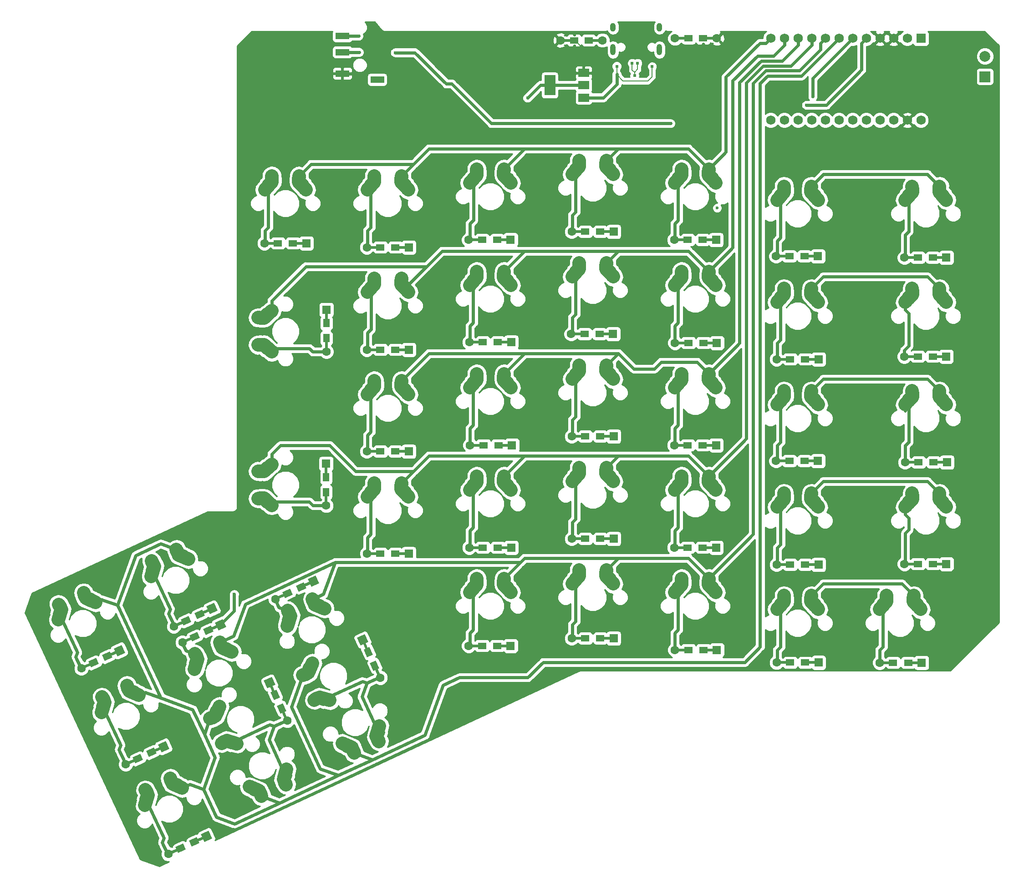
<source format=gbl>
G04 #@! TF.GenerationSoftware,KiCad,Pcbnew,(5.0.2)-1*
G04 #@! TF.CreationDate,2019-03-28T21:35:29+05:30*
G04 #@! TF.ProjectId,ErgodoxBle,4572676f-646f-4784-926c-652e6b696361,rev?*
G04 #@! TF.SameCoordinates,Original*
G04 #@! TF.FileFunction,Copper,L2,Bot*
G04 #@! TF.FilePolarity,Positive*
%FSLAX46Y46*%
G04 Gerber Fmt 4.6, Leading zero omitted, Abs format (unit mm)*
G04 Created by KiCad (PCBNEW (5.0.2)-1) date 3/28/2019 9:35:29 PM*
%MOMM*%
%LPD*%
G01*
G04 APERTURE LIST*
G04 #@! TA.AperFunction,ViaPad*
%ADD10C,0.600000*%
G04 #@! TD*
G04 #@! TA.AperFunction,ComponentPad*
%ADD11R,1.752600X1.752600*%
G04 #@! TD*
G04 #@! TA.AperFunction,ComponentPad*
%ADD12C,1.752600*%
G04 #@! TD*
G04 #@! TA.AperFunction,ComponentPad*
%ADD13O,1.000000X1.600000*%
G04 #@! TD*
G04 #@! TA.AperFunction,ComponentPad*
%ADD14O,1.000000X2.100000*%
G04 #@! TD*
G04 #@! TA.AperFunction,ComponentPad*
%ADD15C,2.000000*%
G04 #@! TD*
G04 #@! TA.AperFunction,SMDPad,CuDef*
%ADD16C,2.500000*%
G04 #@! TD*
G04 #@! TA.AperFunction,Conductor*
%ADD17C,2.500000*%
G04 #@! TD*
G04 #@! TA.AperFunction,ComponentPad*
%ADD18C,1.600000*%
G04 #@! TD*
G04 #@! TA.AperFunction,Conductor*
%ADD19C,0.100000*%
G04 #@! TD*
G04 #@! TA.AperFunction,Conductor*
%ADD20C,0.500000*%
G04 #@! TD*
G04 #@! TA.AperFunction,SMDPad,CuDef*
%ADD21C,1.200000*%
G04 #@! TD*
G04 #@! TA.AperFunction,Conductor*
%ADD22R,2.900000X0.500000*%
G04 #@! TD*
G04 #@! TA.AperFunction,SMDPad,CuDef*
%ADD23R,1.600000X1.200000*%
G04 #@! TD*
G04 #@! TA.AperFunction,ComponentPad*
%ADD24R,1.600000X1.600000*%
G04 #@! TD*
G04 #@! TA.AperFunction,Conductor*
%ADD25R,0.500000X2.900000*%
G04 #@! TD*
G04 #@! TA.AperFunction,SMDPad,CuDef*
%ADD26R,1.200000X1.600000*%
G04 #@! TD*
G04 #@! TA.AperFunction,SMDPad,CuDef*
%ADD27R,1.500000X1.200000*%
G04 #@! TD*
G04 #@! TA.AperFunction,ComponentPad*
%ADD28R,1.998980X1.998980*%
G04 #@! TD*
G04 #@! TA.AperFunction,ComponentPad*
%ADD29C,1.998980*%
G04 #@! TD*
G04 #@! TA.AperFunction,SMDPad,CuDef*
%ADD30R,2.000000X3.800000*%
G04 #@! TD*
G04 #@! TA.AperFunction,SMDPad,CuDef*
%ADD31R,2.000000X1.500000*%
G04 #@! TD*
G04 #@! TA.AperFunction,SMDPad,CuDef*
%ADD32R,2.500000X1.200000*%
G04 #@! TD*
G04 #@! TA.AperFunction,ViaPad*
%ADD33C,0.609600*%
G04 #@! TD*
G04 #@! TA.AperFunction,Conductor*
%ADD34C,0.600000*%
G04 #@! TD*
G04 #@! TA.AperFunction,Conductor*
%ADD35C,0.609600*%
G04 #@! TD*
G04 #@! TA.AperFunction,Conductor*
%ADD36C,1.016000*%
G04 #@! TD*
G04 #@! TA.AperFunction,Conductor*
%ADD37C,0.203200*%
G04 #@! TD*
G04 #@! TA.AperFunction,Conductor*
%ADD38C,0.254000*%
G04 #@! TD*
G04 APERTURE END LIST*
D10*
G04 #@! TO.N,GND*
G04 #@! TO.C,REF\002A\002A*
X164782500Y-44704000D03*
G04 #@! TD*
G04 #@! TO.N,GND*
G04 #@! TO.C,REF\002A\002A*
X176814480Y-37818060D03*
G04 #@! TD*
G04 #@! TO.N,GND*
G04 #@! TO.C,REF\002A\002A*
X171917360Y-57558940D03*
G04 #@! TD*
G04 #@! TO.N,GND*
G04 #@! TO.C,REF\002A\002A*
X150329900Y-49222660D03*
G04 #@! TD*
G04 #@! TO.N,GND*
G04 #@! TO.C,REF\002A\002A*
X135061960Y-86997540D03*
G04 #@! TD*
G04 #@! TO.N,GND*
G04 #@! TO.C,REF\002A\002A*
X142529560Y-60672980D03*
G04 #@! TD*
G04 #@! TO.N,GND*
G04 #@! TO.C,REF\002A\002A*
X61645800Y-175115220D03*
G04 #@! TD*
G04 #@! TO.N,GND*
G04 #@! TO.C,REF\002A\002A*
X91511120Y-145577560D03*
G04 #@! TD*
G04 #@! TO.N,GND*
G04 #@! TO.C,REF\002A\002A*
X162575240Y-136880600D03*
G04 #@! TD*
G04 #@! TO.N,GND*
G04 #@! TO.C,REF\002A\002A*
X95105220Y-159026860D03*
G04 #@! TD*
G04 #@! TO.N,GND*
G04 #@! TO.C,REF\002A\002A*
X121033540Y-125747780D03*
G04 #@! TD*
G04 #@! TO.N,GND*
G04 #@! TO.C,REF\002A\002A*
X153156920Y-105788460D03*
G04 #@! TD*
G04 #@! TO.N,GND*
G04 #@! TO.C,REF\002A\002A*
X76817220Y-170964860D03*
G04 #@! TD*
G04 #@! TO.N,GND*
G04 #@! TO.C,REF\002A\002A*
X167307260Y-91142820D03*
G04 #@! TD*
G04 #@! TO.N,GND*
G04 #@! TO.C,REF\002A\002A*
X67729100Y-146011900D03*
G04 #@! TD*
G04 #@! TO.N,GND*
G04 #@! TO.C,REF\002A\002A*
X91927680Y-108143040D03*
G04 #@! TD*
G04 #@! TO.N,GND*
G04 #@! TO.C,REF\002A\002A*
X153324560Y-125333760D03*
G04 #@! TD*
G04 #@! TO.N,GND*
G04 #@! TO.C,REF\002A\002A*
X155684220Y-144373600D03*
G04 #@! TD*
G04 #@! TO.N,GND*
G04 #@! TO.C,REF\002A\002A*
X120710960Y-70007480D03*
G04 #@! TD*
G04 #@! TO.N,GND*
G04 #@! TO.C,REF\002A\002A*
X167858440Y-128920240D03*
G04 #@! TD*
G04 #@! TO.N,GND*
G04 #@! TO.C,REF\002A\002A*
X139593320Y-117977920D03*
G04 #@! TD*
G04 #@! TO.N,GND*
G04 #@! TO.C,REF\002A\002A*
X148978620Y-69171820D03*
G04 #@! TD*
G04 #@! TO.N,GND*
G04 #@! TO.C,REF\002A\002A*
X120467120Y-103477060D03*
G04 #@! TD*
G04 #@! TO.N,GND*
G04 #@! TO.C,REF\002A\002A*
X137896600Y-57279540D03*
G04 #@! TD*
G04 #@! TO.N,GND*
G04 #@! TO.C,REF\002A\002A*
X142128240Y-146964400D03*
G04 #@! TD*
G04 #@! TO.N,GND*
G04 #@! TO.C,REF\002A\002A*
X167538400Y-110556040D03*
G04 #@! TD*
G04 #@! TO.N,GND*
G04 #@! TO.C,REF\002A\002A*
X92692220Y-55481220D03*
G04 #@! TD*
G04 #@! TO.N,GND*
G04 #@! TO.C,REF\002A\002A*
X147830540Y-88282780D03*
G04 #@! TD*
G04 #@! TO.N,GND*
G04 #@! TO.C,REF\002A\002A*
X167185340Y-72024240D03*
G04 #@! TD*
G04 #@! TO.N,GND*
G04 #@! TO.C,REF\002A\002A*
X91417140Y-69938900D03*
G04 #@! TD*
G04 #@! TO.N,GND*
G04 #@! TO.C,REF\002A\002A*
X101914960Y-118054120D03*
G04 #@! TD*
G04 #@! TO.N,GND*
G04 #@! TO.C,REF\002A\002A*
X91577160Y-126342140D03*
G04 #@! TD*
G04 #@! TO.N,N/C*
G04 #@! TO.C,REF\002A\002A*
X152669240Y-65961260D03*
G04 #@! TD*
G04 #@! TO.N,GND*
G04 #@! TO.C,REF\002A\002A*
X91089480Y-88673940D03*
G04 #@! TD*
D11*
G04 #@! TO.P,proMicro1,1*
G04 #@! TO.N,Net-(proMicro1-Pad1)*
X190550800Y-34391600D03*
D12*
G04 #@! TO.P,proMicro1,2*
G04 #@! TO.N,Net-(proMicro1-Pad2)*
X188010800Y-34391600D03*
G04 #@! TO.P,proMicro1,3*
G04 #@! TO.N,GND*
X185470800Y-34391600D03*
G04 #@! TO.P,proMicro1,4*
X182930800Y-34391600D03*
G04 #@! TO.P,proMicro1,5*
G04 #@! TO.N,/scl*
X180390800Y-34391600D03*
G04 #@! TO.P,proMicro1,6*
G04 #@! TO.N,Net-(proMicro1-Pad6)*
X177850800Y-34391600D03*
G04 #@! TO.P,proMicro1,7*
G04 #@! TO.N,/ROW0*
X175310800Y-34391600D03*
G04 #@! TO.P,proMicro1,8*
G04 #@! TO.N,/ROW1*
X172770800Y-34391600D03*
G04 #@! TO.P,proMicro1,9*
G04 #@! TO.N,/ROW2*
X170230800Y-34391600D03*
G04 #@! TO.P,proMicro1,10*
G04 #@! TO.N,/ROW3*
X167690800Y-34391600D03*
G04 #@! TO.P,proMicro1,11*
G04 #@! TO.N,/ROW4*
X165150800Y-34391600D03*
G04 #@! TO.P,proMicro1,13*
G04 #@! TO.N,Net-(proMicro1-Pad13)*
X162610800Y-49631600D03*
G04 #@! TO.P,proMicro1,14*
G04 #@! TO.N,/COL6*
X165150800Y-49631600D03*
G04 #@! TO.P,proMicro1,15*
G04 #@! TO.N,/COL5*
X167690800Y-49631600D03*
G04 #@! TO.P,proMicro1,16*
G04 #@! TO.N,/COL4*
X170230800Y-49631600D03*
G04 #@! TO.P,proMicro1,17*
G04 #@! TO.N,/COL10*
X172770800Y-49631600D03*
G04 #@! TO.P,proMicro1,18*
G04 #@! TO.N,/COL11*
X175310800Y-49631600D03*
G04 #@! TO.P,proMicro1,19*
G04 #@! TO.N,/COL1*
X177850800Y-49631600D03*
G04 #@! TO.P,proMicro1,20*
G04 #@! TO.N,/COL0*
X180390800Y-49631600D03*
G04 #@! TO.P,proMicro1,21*
G04 #@! TO.N,/Vcc*
X182930800Y-49631600D03*
G04 #@! TO.P,proMicro1,22*
G04 #@! TO.N,Net-(proMicro1-Pad22)*
X185470800Y-49631600D03*
G04 #@! TO.P,proMicro1,23*
G04 #@! TO.N,GND*
X188010800Y-49631600D03*
G04 #@! TO.P,proMicro1,12*
G04 #@! TO.N,/ROW5*
X162610800Y-34391600D03*
G04 #@! TO.P,proMicro1,24*
G04 #@! TO.N,Net-(proMicro1-Pad24)*
X190550800Y-49631600D03*
G04 #@! TD*
D13*
G04 #@! TO.P,USB_C1,13*
G04 #@! TO.N,Net-(USB_C1-Pad13)*
X133297200Y-32343400D03*
X141937200Y-32343400D03*
D14*
X133297200Y-36523400D03*
X141937200Y-36523400D03*
G04 #@! TD*
D15*
G04 #@! TO.P,SW3:13,2*
G04 #@! TO.N,/ROW3*
X193952500Y-100602660D03*
X193992500Y-100022660D03*
G04 #@! TO.P,SW3:13,1*
G04 #@! TO.N,Net-(D3:0-Pad2)*
X188952500Y-101102660D03*
X187642500Y-102562660D03*
D16*
G04 #@! TO.P,SW3:13,2*
G04 #@! TO.N,/ROW3*
X194607500Y-101832660D03*
D17*
G04 #@! TD*
G04 #@! TO.N,/ROW3*
G04 #@! TO.C,SW3:13*
X195262495Y-102562664D02*
X193952505Y-101102656D01*
D16*
G04 #@! TO.P,SW3:13,1*
G04 #@! TO.N,Net-(D3:0-Pad2)*
X188297500Y-101832660D03*
D17*
G04 #@! TD*
G04 #@! TO.N,Net-(D3:0-Pad2)*
G04 #@! TO.C,SW3:13*
X187642505Y-102562664D02*
X188952495Y-101102656D01*
D15*
G04 #@! TO.P,SW3:13,2*
G04 #@! TO.N,/ROW3*
X193952500Y-101102660D03*
X195262500Y-102562660D03*
D16*
G04 #@! TO.P,SW3:13,1*
G04 #@! TO.N,Net-(D3:0-Pad2)*
X188932500Y-100312660D03*
D17*
G04 #@! TD*
G04 #@! TO.N,Net-(D3:0-Pad2)*
G04 #@! TO.C,SW3:13*
X188912501Y-100022660D02*
X188952499Y-100602660D01*
D15*
G04 #@! TO.P,SW3:13,1*
G04 #@! TO.N,Net-(D3:0-Pad2)*
X188952500Y-100602660D03*
X188912500Y-100022660D03*
D16*
G04 #@! TO.P,SW3:13,2*
G04 #@! TO.N,/ROW3*
X193972500Y-100312660D03*
D17*
G04 #@! TD*
G04 #@! TO.N,/ROW3*
G04 #@! TO.C,SW3:13*
X193992499Y-100022660D02*
X193952501Y-100602660D01*
D15*
G04 #@! TO.P,SW2:13,2*
G04 #@! TO.N,/ROW2*
X193952500Y-119652660D03*
X193992500Y-119072660D03*
G04 #@! TO.P,SW2:13,1*
G04 #@! TO.N,Net-(D2:0-Pad2)*
X188952500Y-120152660D03*
X187642500Y-121612660D03*
D16*
G04 #@! TO.P,SW2:13,2*
G04 #@! TO.N,/ROW2*
X194607500Y-120882660D03*
D17*
G04 #@! TD*
G04 #@! TO.N,/ROW2*
G04 #@! TO.C,SW2:13*
X195262495Y-121612664D02*
X193952505Y-120152656D01*
D16*
G04 #@! TO.P,SW2:13,1*
G04 #@! TO.N,Net-(D2:0-Pad2)*
X188297500Y-120882660D03*
D17*
G04 #@! TD*
G04 #@! TO.N,Net-(D2:0-Pad2)*
G04 #@! TO.C,SW2:13*
X187642505Y-121612664D02*
X188952495Y-120152656D01*
D15*
G04 #@! TO.P,SW2:13,2*
G04 #@! TO.N,/ROW2*
X193952500Y-120152660D03*
X195262500Y-121612660D03*
D16*
G04 #@! TO.P,SW2:13,1*
G04 #@! TO.N,Net-(D2:0-Pad2)*
X188932500Y-119362660D03*
D17*
G04 #@! TD*
G04 #@! TO.N,Net-(D2:0-Pad2)*
G04 #@! TO.C,SW2:13*
X188912501Y-119072660D02*
X188952499Y-119652660D01*
D15*
G04 #@! TO.P,SW2:13,1*
G04 #@! TO.N,Net-(D2:0-Pad2)*
X188952500Y-119652660D03*
X188912500Y-119072660D03*
D16*
G04 #@! TO.P,SW2:13,2*
G04 #@! TO.N,/ROW2*
X193972500Y-119362660D03*
D17*
G04 #@! TD*
G04 #@! TO.N,/ROW2*
G04 #@! TO.C,SW2:13*
X193992499Y-119072660D02*
X193952501Y-119652660D01*
D18*
G04 #@! TO.P,D0:1,1*
G04 #@! TO.N,/COL1*
X57705180Y-182900569D03*
D19*
G04 #@! TD*
G04 #@! TO.N,/COL1*
G04 #@! TO.C,D0:1*
G36*
X57318228Y-183963710D02*
X56642039Y-182513617D01*
X58092132Y-181837428D01*
X58768321Y-183287521D01*
X57318228Y-183963710D01*
X57318228Y-183963710D01*
G37*
D18*
G04 #@! TO.P,D0:1,2*
G04 #@! TO.N,Net-(D0:1-Pad2)*
X50635980Y-186196991D03*
D20*
G04 #@! TD*
G04 #@! TO.N,/COL1*
G04 #@! TO.C,D0:1*
X56436349Y-183492233D03*
D19*
G04 #@! TO.N,/COL1*
G04 #@! TO.C,D0:1*
G36*
X55227857Y-184331606D02*
X55016548Y-183878453D01*
X57644841Y-182652860D01*
X57856150Y-183106013D01*
X55227857Y-184331606D01*
X55227857Y-184331606D01*
G37*
D21*
G04 #@! TD*
G04 #@! TO.P,D0:1,1*
G04 #@! TO.N,/COL1*
X55439411Y-183957114D03*
D19*
G04 #@! TO.N,/COL1*
G04 #@! TO.C,D0:1*
G36*
X54967936Y-184838993D02*
X54460794Y-183751424D01*
X55910886Y-183075235D01*
X56418028Y-184162804D01*
X54967936Y-184838993D01*
X54967936Y-184838993D01*
G37*
D21*
G04 #@! TD*
G04 #@! TO.P,D0:1,2*
G04 #@! TO.N,Net-(D0:1-Pad2)*
X52901749Y-185140446D03*
D19*
G04 #@! TO.N,Net-(D0:1-Pad2)*
G04 #@! TO.C,D0:1*
G36*
X52430274Y-186022325D02*
X51923132Y-184934756D01*
X53373224Y-184258567D01*
X53880366Y-185346136D01*
X52430274Y-186022325D01*
X52430274Y-186022325D01*
G37*
D20*
X51904811Y-185605327D03*
D19*
G36*
X50696319Y-186444700D02*
X50485010Y-185991547D01*
X53113303Y-184765954D01*
X53324612Y-185219107D01*
X50696319Y-186444700D01*
X50696319Y-186444700D01*
G37*
G04 #@! TD*
D20*
G04 #@! TO.N,Net-(D0:2-Pad2)*
G04 #@! TO.C,D0:2*
X72136001Y-160121600D03*
D19*
G36*
X72975374Y-161330092D02*
X72522221Y-161541401D01*
X71296628Y-158913108D01*
X71749781Y-158701799D01*
X72975374Y-161330092D01*
X72975374Y-161330092D01*
G37*
D21*
G04 #@! TD*
G04 #@! TO.P,D0:2,2*
G04 #@! TO.N,Net-(D0:2-Pad2)*
X71671120Y-159124662D03*
D19*
G04 #@! TO.N,Net-(D0:2-Pad2)*
G04 #@! TO.C,D0:2*
G36*
X72552999Y-159596137D02*
X71465430Y-160103279D01*
X70789241Y-158653187D01*
X71876810Y-158146045D01*
X72552999Y-159596137D01*
X72552999Y-159596137D01*
G37*
D21*
G04 #@! TD*
G04 #@! TO.P,D0:2,1*
G04 #@! TO.N,/COL11*
X70487788Y-156587000D03*
D19*
G04 #@! TO.N,/COL11*
G04 #@! TO.C,D0:2*
G36*
X71369667Y-157058475D02*
X70282098Y-157565617D01*
X69605909Y-156115525D01*
X70693478Y-155608383D01*
X71369667Y-157058475D01*
X71369667Y-157058475D01*
G37*
D20*
X70022907Y-155590062D03*
D19*
G36*
X70862280Y-156798554D02*
X70409127Y-157009863D01*
X69183534Y-154381570D01*
X69636687Y-154170261D01*
X70862280Y-156798554D01*
X70862280Y-156798554D01*
G37*
D18*
G04 #@! TD*
G04 #@! TO.P,D0:2,2*
G04 #@! TO.N,Net-(D0:2-Pad2)*
X72727665Y-161390431D03*
G04 #@! TO.P,D0:2,1*
G04 #@! TO.N,/COL11*
X69431243Y-154321231D03*
D19*
G04 #@! TD*
G04 #@! TO.N,/COL11*
G04 #@! TO.C,D0:2*
G36*
X70494384Y-154708183D02*
X69044291Y-155384372D01*
X68368102Y-153934279D01*
X69818195Y-153258090D01*
X70494384Y-154708183D01*
X70494384Y-154708183D01*
G37*
D18*
G04 #@! TO.P,D0:3,1*
G04 #@! TO.N,/COL10*
X86743789Y-146325400D03*
D19*
G04 #@! TD*
G04 #@! TO.N,/COL10*
G04 #@! TO.C,D0:3*
G36*
X87806930Y-146712352D02*
X86356837Y-147388541D01*
X85680648Y-145938448D01*
X87130741Y-145262259D01*
X87806930Y-146712352D01*
X87806930Y-146712352D01*
G37*
D18*
G04 #@! TO.P,D0:3,2*
G04 #@! TO.N,Net-(D0:3-Pad2)*
X90040211Y-153394600D03*
D20*
G04 #@! TD*
G04 #@! TO.N,/COL10*
G04 #@! TO.C,D0:3*
X87335453Y-147594231D03*
D19*
G04 #@! TO.N,/COL10*
G04 #@! TO.C,D0:3*
G36*
X88174826Y-148802723D02*
X87721673Y-149014032D01*
X86496080Y-146385739D01*
X86949233Y-146174430D01*
X88174826Y-148802723D01*
X88174826Y-148802723D01*
G37*
D21*
G04 #@! TD*
G04 #@! TO.P,D0:3,1*
G04 #@! TO.N,/COL10*
X87800334Y-148591169D03*
D19*
G04 #@! TO.N,/COL10*
G04 #@! TO.C,D0:3*
G36*
X88682213Y-149062644D02*
X87594644Y-149569786D01*
X86918455Y-148119694D01*
X88006024Y-147612552D01*
X88682213Y-149062644D01*
X88682213Y-149062644D01*
G37*
D21*
G04 #@! TD*
G04 #@! TO.P,D0:3,2*
G04 #@! TO.N,Net-(D0:3-Pad2)*
X88983666Y-151128831D03*
D19*
G04 #@! TO.N,Net-(D0:3-Pad2)*
G04 #@! TO.C,D0:3*
G36*
X89865545Y-151600306D02*
X88777976Y-152107448D01*
X88101787Y-150657356D01*
X89189356Y-150150214D01*
X89865545Y-151600306D01*
X89865545Y-151600306D01*
G37*
D20*
X89448547Y-152125769D03*
D19*
G36*
X90287920Y-153334261D02*
X89834767Y-153545570D01*
X88609174Y-150917277D01*
X89062327Y-150705968D01*
X90287920Y-153334261D01*
X90287920Y-153334261D01*
G37*
G04 #@! TD*
D20*
G04 #@! TO.N,Net-(D0:4-Pad2)*
G04 #@! TO.C,D0:4*
X43942000Y-168910001D03*
D19*
G36*
X42733508Y-169749374D02*
X42522199Y-169296221D01*
X45150492Y-168070628D01*
X45361801Y-168523781D01*
X42733508Y-169749374D01*
X42733508Y-169749374D01*
G37*
D21*
G04 #@! TD*
G04 #@! TO.P,D0:4,2*
G04 #@! TO.N,Net-(D0:4-Pad2)*
X44938938Y-168445120D03*
D19*
G04 #@! TO.N,Net-(D0:4-Pad2)*
G04 #@! TO.C,D0:4*
G36*
X44467463Y-169326999D02*
X43960321Y-168239430D01*
X45410413Y-167563241D01*
X45917555Y-168650810D01*
X44467463Y-169326999D01*
X44467463Y-169326999D01*
G37*
D21*
G04 #@! TD*
G04 #@! TO.P,D0:4,1*
G04 #@! TO.N,/COL4*
X47476600Y-167261788D03*
D19*
G04 #@! TO.N,/COL4*
G04 #@! TO.C,D0:4*
G36*
X47005125Y-168143667D02*
X46497983Y-167056098D01*
X47948075Y-166379909D01*
X48455217Y-167467478D01*
X47005125Y-168143667D01*
X47005125Y-168143667D01*
G37*
D20*
X48473538Y-166796907D03*
D19*
G36*
X47265046Y-167636280D02*
X47053737Y-167183127D01*
X49682030Y-165957534D01*
X49893339Y-166410687D01*
X47265046Y-167636280D01*
X47265046Y-167636280D01*
G37*
D18*
G04 #@! TD*
G04 #@! TO.P,D0:4,2*
G04 #@! TO.N,Net-(D0:4-Pad2)*
X42673169Y-169501665D03*
G04 #@! TO.P,D0:4,1*
G04 #@! TO.N,/COL4*
X49742369Y-166205243D03*
D19*
G04 #@! TD*
G04 #@! TO.N,/COL4*
G04 #@! TO.C,D0:4*
G36*
X49355417Y-167268384D02*
X48679228Y-165818291D01*
X50129321Y-165142102D01*
X50805510Y-166592195D01*
X49355417Y-167268384D01*
X49355417Y-167268384D01*
G37*
D18*
G04 #@! TO.P,D0:5,1*
G04 #@! TO.N,/COL5*
X58708569Y-140525843D03*
D19*
G04 #@! TD*
G04 #@! TO.N,/COL5*
G04 #@! TO.C,D0:5*
G36*
X58321617Y-141588984D02*
X57645428Y-140138891D01*
X59095521Y-139462702D01*
X59771710Y-140912795D01*
X58321617Y-141588984D01*
X58321617Y-141588984D01*
G37*
D18*
G04 #@! TO.P,D0:5,2*
G04 #@! TO.N,Net-(D0:5-Pad2)*
X51639369Y-143822265D03*
D20*
G04 #@! TD*
G04 #@! TO.N,/COL5*
G04 #@! TO.C,D0:5*
X57439738Y-141117507D03*
D19*
G04 #@! TO.N,/COL5*
G04 #@! TO.C,D0:5*
G36*
X56231246Y-141956880D02*
X56019937Y-141503727D01*
X58648230Y-140278134D01*
X58859539Y-140731287D01*
X56231246Y-141956880D01*
X56231246Y-141956880D01*
G37*
D21*
G04 #@! TD*
G04 #@! TO.P,D0:5,1*
G04 #@! TO.N,/COL5*
X56442800Y-141582388D03*
D19*
G04 #@! TO.N,/COL5*
G04 #@! TO.C,D0:5*
G36*
X55971325Y-142464267D02*
X55464183Y-141376698D01*
X56914275Y-140700509D01*
X57421417Y-141788078D01*
X55971325Y-142464267D01*
X55971325Y-142464267D01*
G37*
D21*
G04 #@! TD*
G04 #@! TO.P,D0:5,2*
G04 #@! TO.N,Net-(D0:5-Pad2)*
X53905138Y-142765720D03*
D19*
G04 #@! TO.N,Net-(D0:5-Pad2)*
G04 #@! TO.C,D0:5*
G36*
X53433663Y-143647599D02*
X52926521Y-142560030D01*
X54376613Y-141883841D01*
X54883755Y-142971410D01*
X53433663Y-143647599D01*
X53433663Y-143647599D01*
G37*
D20*
X52908200Y-143230601D03*
D19*
G36*
X51699708Y-144069974D02*
X51488399Y-143616821D01*
X54116692Y-142391228D01*
X54328001Y-142844381D01*
X51699708Y-144069974D01*
X51699708Y-144069974D01*
G37*
G04 #@! TD*
D20*
G04 #@! TO.N,Net-(D0:6-Pad2)*
G04 #@! TO.C,D0:6*
X35707231Y-151043547D03*
D19*
G36*
X34498739Y-151882920D02*
X34287430Y-151429767D01*
X36915723Y-150204174D01*
X37127032Y-150657327D01*
X34498739Y-151882920D01*
X34498739Y-151882920D01*
G37*
D21*
G04 #@! TD*
G04 #@! TO.P,D0:6,2*
G04 #@! TO.N,Net-(D0:6-Pad2)*
X36704169Y-150578666D03*
D19*
G04 #@! TO.N,Net-(D0:6-Pad2)*
G04 #@! TO.C,D0:6*
G36*
X36232694Y-151460545D02*
X35725552Y-150372976D01*
X37175644Y-149696787D01*
X37682786Y-150784356D01*
X36232694Y-151460545D01*
X36232694Y-151460545D01*
G37*
D21*
G04 #@! TD*
G04 #@! TO.P,D0:6,1*
G04 #@! TO.N,/COL6*
X39241831Y-149395334D03*
D19*
G04 #@! TO.N,/COL6*
G04 #@! TO.C,D0:6*
G36*
X38770356Y-150277213D02*
X38263214Y-149189644D01*
X39713306Y-148513455D01*
X40220448Y-149601024D01*
X38770356Y-150277213D01*
X38770356Y-150277213D01*
G37*
D20*
X40238769Y-148930453D03*
D19*
G36*
X39030277Y-149769826D02*
X38818968Y-149316673D01*
X41447261Y-148091080D01*
X41658570Y-148544233D01*
X39030277Y-149769826D01*
X39030277Y-149769826D01*
G37*
D18*
G04 #@! TD*
G04 #@! TO.P,D0:6,2*
G04 #@! TO.N,Net-(D0:6-Pad2)*
X34438400Y-151635211D03*
G04 #@! TO.P,D0:6,1*
G04 #@! TO.N,/COL6*
X41507600Y-148338789D03*
D19*
G04 #@! TD*
G04 #@! TO.N,/COL6*
G04 #@! TO.C,D0:6*
G36*
X41120648Y-149401930D02*
X40444459Y-147951837D01*
X41894552Y-147275648D01*
X42570741Y-148725741D01*
X41120648Y-149401930D01*
X41120648Y-149401930D01*
G37*
D22*
G04 #@! TO.N,Net-(D1:0-Pad2)*
G04 #@! TO.C,D1:0*
X184283980Y-150588980D03*
D23*
G04 #@! TD*
G04 #@! TO.P,D1:0,2*
G04 #@! TO.N,Net-(D1:0-Pad2)*
X185383980Y-150588980D03*
G04 #@! TO.P,D1:0,1*
G04 #@! TO.N,/COL0*
X188183980Y-150588980D03*
D22*
G04 #@! TD*
G04 #@! TO.N,/COL0*
G04 #@! TO.C,D1:0*
X189283980Y-150588980D03*
D18*
G04 #@! TO.P,D1:0,2*
G04 #@! TO.N,Net-(D1:0-Pad2)*
X182883980Y-150588980D03*
D24*
G04 #@! TO.P,D1:0,1*
G04 #@! TO.N,/COL0*
X190683980Y-150588980D03*
G04 #@! TD*
D22*
G04 #@! TO.N,Net-(D1:2-Pad2)*
G04 #@! TO.C,D1:2*
X146217000Y-148209000D03*
D23*
G04 #@! TD*
G04 #@! TO.P,D1:2,2*
G04 #@! TO.N,Net-(D1:2-Pad2)*
X147317000Y-148209000D03*
G04 #@! TO.P,D1:2,1*
G04 #@! TO.N,/COL11*
X150117000Y-148209000D03*
D22*
G04 #@! TD*
G04 #@! TO.N,/COL11*
G04 #@! TO.C,D1:2*
X151217000Y-148209000D03*
D18*
G04 #@! TO.P,D1:2,2*
G04 #@! TO.N,Net-(D1:2-Pad2)*
X144817000Y-148209000D03*
D24*
G04 #@! TO.P,D1:2,1*
G04 #@! TO.N,/COL11*
X152617000Y-148209000D03*
G04 #@! TD*
G04 #@! TO.P,D1:3,1*
G04 #@! TO.N,/COL10*
X133440000Y-146050000D03*
D18*
G04 #@! TO.P,D1:3,2*
G04 #@! TO.N,Net-(D1:3-Pad2)*
X125640000Y-146050000D03*
D22*
G04 #@! TD*
G04 #@! TO.N,/COL10*
G04 #@! TO.C,D1:3*
X132040000Y-146050000D03*
D23*
G04 #@! TO.P,D1:3,1*
G04 #@! TO.N,/COL10*
X130940000Y-146050000D03*
G04 #@! TO.P,D1:3,2*
G04 #@! TO.N,Net-(D1:3-Pad2)*
X128140000Y-146050000D03*
D22*
G04 #@! TD*
G04 #@! TO.N,Net-(D1:3-Pad2)*
G04 #@! TO.C,D1:3*
X127040000Y-146050000D03*
G04 #@! TO.N,Net-(D1:4-Pad2)*
G04 #@! TO.C,D1:4*
X107863000Y-147447000D03*
D23*
G04 #@! TD*
G04 #@! TO.P,D1:4,2*
G04 #@! TO.N,Net-(D1:4-Pad2)*
X108963000Y-147447000D03*
G04 #@! TO.P,D1:4,1*
G04 #@! TO.N,/COL4*
X111763000Y-147447000D03*
D22*
G04 #@! TD*
G04 #@! TO.N,/COL4*
G04 #@! TO.C,D1:4*
X112863000Y-147447000D03*
D18*
G04 #@! TO.P,D1:4,2*
G04 #@! TO.N,Net-(D1:4-Pad2)*
X106463000Y-147447000D03*
D24*
G04 #@! TO.P,D1:4,1*
G04 #@! TO.N,/COL4*
X114263000Y-147447000D03*
G04 #@! TD*
D20*
G04 #@! TO.N,Net-(D1:5-Pad2)*
G04 #@! TO.C,D1:5*
X71775231Y-138132881D03*
D19*
G36*
X70566739Y-138972254D02*
X70355430Y-138519101D01*
X72983723Y-137293508D01*
X73195032Y-137746661D01*
X70566739Y-138972254D01*
X70566739Y-138972254D01*
G37*
D21*
G04 #@! TD*
G04 #@! TO.P,D1:5,2*
G04 #@! TO.N,Net-(D1:5-Pad2)*
X72772169Y-137668000D03*
D19*
G04 #@! TO.N,Net-(D1:5-Pad2)*
G04 #@! TO.C,D1:5*
G36*
X72300694Y-138549879D02*
X71793552Y-137462310D01*
X73243644Y-136786121D01*
X73750786Y-137873690D01*
X72300694Y-138549879D01*
X72300694Y-138549879D01*
G37*
D21*
G04 #@! TD*
G04 #@! TO.P,D1:5,1*
G04 #@! TO.N,/COL5*
X75309831Y-136484668D03*
D19*
G04 #@! TO.N,/COL5*
G04 #@! TO.C,D1:5*
G36*
X74838356Y-137366547D02*
X74331214Y-136278978D01*
X75781306Y-135602789D01*
X76288448Y-136690358D01*
X74838356Y-137366547D01*
X74838356Y-137366547D01*
G37*
D20*
X76306769Y-136019787D03*
D19*
G36*
X75098277Y-136859160D02*
X74886968Y-136406007D01*
X77515261Y-135180414D01*
X77726570Y-135633567D01*
X75098277Y-136859160D01*
X75098277Y-136859160D01*
G37*
D18*
G04 #@! TD*
G04 #@! TO.P,D1:5,2*
G04 #@! TO.N,Net-(D1:5-Pad2)*
X70506400Y-138724545D03*
G04 #@! TO.P,D1:5,1*
G04 #@! TO.N,/COL5*
X77575600Y-135428123D03*
D19*
G04 #@! TD*
G04 #@! TO.N,/COL5*
G04 #@! TO.C,D1:5*
G36*
X77188648Y-136491264D02*
X76512459Y-135041171D01*
X77962552Y-134364982D01*
X78638741Y-135815075D01*
X77188648Y-136491264D01*
X77188648Y-136491264D01*
G37*
D18*
G04 #@! TO.P,D1:6,1*
G04 #@! TO.N,/COL6*
X60303600Y-143512789D03*
D19*
G04 #@! TD*
G04 #@! TO.N,/COL6*
G04 #@! TO.C,D1:6*
G36*
X59916648Y-144575930D02*
X59240459Y-143125837D01*
X60690552Y-142449648D01*
X61366741Y-143899741D01*
X59916648Y-144575930D01*
X59916648Y-144575930D01*
G37*
D18*
G04 #@! TO.P,D1:6,2*
G04 #@! TO.N,Net-(D1:6-Pad2)*
X53234400Y-146809211D03*
D20*
G04 #@! TD*
G04 #@! TO.N,/COL6*
G04 #@! TO.C,D1:6*
X59034769Y-144104453D03*
D19*
G04 #@! TO.N,/COL6*
G04 #@! TO.C,D1:6*
G36*
X57826277Y-144943826D02*
X57614968Y-144490673D01*
X60243261Y-143265080D01*
X60454570Y-143718233D01*
X57826277Y-144943826D01*
X57826277Y-144943826D01*
G37*
D21*
G04 #@! TD*
G04 #@! TO.P,D1:6,1*
G04 #@! TO.N,/COL6*
X58037831Y-144569334D03*
D19*
G04 #@! TO.N,/COL6*
G04 #@! TO.C,D1:6*
G36*
X57566356Y-145451213D02*
X57059214Y-144363644D01*
X58509306Y-143687455D01*
X59016448Y-144775024D01*
X57566356Y-145451213D01*
X57566356Y-145451213D01*
G37*
D21*
G04 #@! TD*
G04 #@! TO.P,D1:6,2*
G04 #@! TO.N,Net-(D1:6-Pad2)*
X55500169Y-145752666D03*
D19*
G04 #@! TO.N,Net-(D1:6-Pad2)*
G04 #@! TO.C,D1:6*
G36*
X55028694Y-146634545D02*
X54521552Y-145546976D01*
X55971644Y-144870787D01*
X56478786Y-145958356D01*
X55028694Y-146634545D01*
X55028694Y-146634545D01*
G37*
D20*
X54503231Y-146217547D03*
D19*
G36*
X53294739Y-147056920D02*
X53083430Y-146603767D01*
X55711723Y-145378174D01*
X55923032Y-145831327D01*
X53294739Y-147056920D01*
X53294739Y-147056920D01*
G37*
G04 #@! TD*
D22*
G04 #@! TO.N,Net-(D1:!1-Pad2)*
G04 #@! TO.C,D1:!1*
X165140000Y-150563580D03*
D23*
G04 #@! TD*
G04 #@! TO.P,D1:!1,2*
G04 #@! TO.N,Net-(D1:!1-Pad2)*
X166240000Y-150563580D03*
G04 #@! TO.P,D1:!1,1*
G04 #@! TO.N,/COL1*
X169040000Y-150563580D03*
D22*
G04 #@! TD*
G04 #@! TO.N,/COL1*
G04 #@! TO.C,D1:!1*
X170140000Y-150563580D03*
D18*
G04 #@! TO.P,D1:!1,2*
G04 #@! TO.N,Net-(D1:!1-Pad2)*
X163740000Y-150563580D03*
D24*
G04 #@! TO.P,D1:!1,1*
G04 #@! TO.N,/COL1*
X171540000Y-150563580D03*
G04 #@! TD*
G04 #@! TO.P,D2:0,1*
G04 #@! TO.N,/COL0*
X195289000Y-132207000D03*
D18*
G04 #@! TO.P,D2:0,2*
G04 #@! TO.N,Net-(D2:0-Pad2)*
X187489000Y-132207000D03*
D22*
G04 #@! TD*
G04 #@! TO.N,/COL0*
G04 #@! TO.C,D2:0*
X193889000Y-132207000D03*
D23*
G04 #@! TO.P,D2:0,1*
G04 #@! TO.N,/COL0*
X192789000Y-132207000D03*
G04 #@! TO.P,D2:0,2*
G04 #@! TO.N,Net-(D2:0-Pad2)*
X189989000Y-132207000D03*
D22*
G04 #@! TD*
G04 #@! TO.N,Net-(D2:0-Pad2)*
G04 #@! TO.C,D2:0*
X188889000Y-132207000D03*
D24*
G04 #@! TO.P,D2:1,1*
G04 #@! TO.N,/COL1*
X171540000Y-132334000D03*
D18*
G04 #@! TO.P,D2:1,2*
G04 #@! TO.N,Net-(D2:1-Pad2)*
X163740000Y-132334000D03*
D22*
G04 #@! TD*
G04 #@! TO.N,/COL1*
G04 #@! TO.C,D2:1*
X170140000Y-132334000D03*
D23*
G04 #@! TO.P,D2:1,1*
G04 #@! TO.N,/COL1*
X169040000Y-132334000D03*
G04 #@! TO.P,D2:1,2*
G04 #@! TO.N,Net-(D2:1-Pad2)*
X166240000Y-132334000D03*
D22*
G04 #@! TD*
G04 #@! TO.N,Net-(D2:1-Pad2)*
G04 #@! TO.C,D2:1*
X165140000Y-132334000D03*
G04 #@! TO.N,Net-(D2:2-Pad2)*
G04 #@! TO.C,D2:2*
X146090000Y-129159000D03*
D23*
G04 #@! TD*
G04 #@! TO.P,D2:2,2*
G04 #@! TO.N,Net-(D2:2-Pad2)*
X147190000Y-129159000D03*
G04 #@! TO.P,D2:2,1*
G04 #@! TO.N,/COL11*
X149990000Y-129159000D03*
D22*
G04 #@! TD*
G04 #@! TO.N,/COL11*
G04 #@! TO.C,D2:2*
X151090000Y-129159000D03*
D18*
G04 #@! TO.P,D2:2,2*
G04 #@! TO.N,Net-(D2:2-Pad2)*
X144690000Y-129159000D03*
D24*
G04 #@! TO.P,D2:2,1*
G04 #@! TO.N,/COL11*
X152490000Y-129159000D03*
G04 #@! TD*
G04 #@! TO.P,D2:3,1*
G04 #@! TO.N,/COL10*
X133440000Y-127508000D03*
D18*
G04 #@! TO.P,D2:3,2*
G04 #@! TO.N,Net-(D2:3-Pad2)*
X125640000Y-127508000D03*
D22*
G04 #@! TD*
G04 #@! TO.N,/COL10*
G04 #@! TO.C,D2:3*
X132040000Y-127508000D03*
D23*
G04 #@! TO.P,D2:3,1*
G04 #@! TO.N,/COL10*
X130940000Y-127508000D03*
G04 #@! TO.P,D2:3,2*
G04 #@! TO.N,Net-(D2:3-Pad2)*
X128140000Y-127508000D03*
D22*
G04 #@! TD*
G04 #@! TO.N,Net-(D2:3-Pad2)*
G04 #@! TO.C,D2:3*
X127040000Y-127508000D03*
G04 #@! TO.N,Net-(D2:4-Pad2)*
G04 #@! TO.C,D2:4*
X107990000Y-129159000D03*
D23*
G04 #@! TD*
G04 #@! TO.P,D2:4,2*
G04 #@! TO.N,Net-(D2:4-Pad2)*
X109090000Y-129159000D03*
G04 #@! TO.P,D2:4,1*
G04 #@! TO.N,/COL4*
X111890000Y-129159000D03*
D22*
G04 #@! TD*
G04 #@! TO.N,/COL4*
G04 #@! TO.C,D2:4*
X112990000Y-129159000D03*
D18*
G04 #@! TO.P,D2:4,2*
G04 #@! TO.N,Net-(D2:4-Pad2)*
X106590000Y-129159000D03*
D24*
G04 #@! TO.P,D2:4,1*
G04 #@! TO.N,/COL4*
X114390000Y-129159000D03*
G04 #@! TD*
G04 #@! TO.P,D2:5,1*
G04 #@! TO.N,/COL5*
X95340000Y-130302000D03*
D18*
G04 #@! TO.P,D2:5,2*
G04 #@! TO.N,Net-(D2:5-Pad2)*
X87540000Y-130302000D03*
D22*
G04 #@! TD*
G04 #@! TO.N,/COL5*
G04 #@! TO.C,D2:5*
X93940000Y-130302000D03*
D23*
G04 #@! TO.P,D2:5,1*
G04 #@! TO.N,/COL5*
X92840000Y-130302000D03*
G04 #@! TO.P,D2:5,2*
G04 #@! TO.N,Net-(D2:5-Pad2)*
X90040000Y-130302000D03*
D22*
G04 #@! TD*
G04 #@! TO.N,Net-(D2:5-Pad2)*
G04 #@! TO.C,D2:5*
X88940000Y-130302000D03*
D25*
G04 #@! TO.N,Net-(D2:6-Pad2)*
G04 #@! TO.C,D2:6*
X79959200Y-119949600D03*
D26*
G04 #@! TD*
G04 #@! TO.P,D2:6,2*
G04 #@! TO.N,Net-(D2:6-Pad2)*
X79959200Y-118849600D03*
G04 #@! TO.P,D2:6,1*
G04 #@! TO.N,/COL6*
X79959200Y-116049600D03*
D25*
G04 #@! TD*
G04 #@! TO.N,/COL6*
G04 #@! TO.C,D2:6*
X79959200Y-114949600D03*
D18*
G04 #@! TO.P,D2:6,2*
G04 #@! TO.N,Net-(D2:6-Pad2)*
X79959200Y-121349600D03*
D24*
G04 #@! TO.P,D2:6,1*
G04 #@! TO.N,/COL6*
X79959200Y-113549600D03*
G04 #@! TD*
D22*
G04 #@! TO.N,Net-(D3:0-Pad2)*
G04 #@! TO.C,D3:0*
X189016000Y-113284000D03*
D23*
G04 #@! TD*
G04 #@! TO.P,D3:0,2*
G04 #@! TO.N,Net-(D3:0-Pad2)*
X190116000Y-113284000D03*
G04 #@! TO.P,D3:0,1*
G04 #@! TO.N,/COL0*
X192916000Y-113284000D03*
D22*
G04 #@! TD*
G04 #@! TO.N,/COL0*
G04 #@! TO.C,D3:0*
X194016000Y-113284000D03*
D18*
G04 #@! TO.P,D3:0,2*
G04 #@! TO.N,Net-(D3:0-Pad2)*
X187616000Y-113284000D03*
D24*
G04 #@! TO.P,D3:0,1*
G04 #@! TO.N,/COL0*
X195416000Y-113284000D03*
G04 #@! TD*
G04 #@! TO.P,D3:1,1*
G04 #@! TO.N,/COL1*
X171413000Y-113030000D03*
D18*
G04 #@! TO.P,D3:1,2*
G04 #@! TO.N,Net-(D3:1-Pad2)*
X163613000Y-113030000D03*
D22*
G04 #@! TD*
G04 #@! TO.N,/COL1*
G04 #@! TO.C,D3:1*
X170013000Y-113030000D03*
D23*
G04 #@! TO.P,D3:1,1*
G04 #@! TO.N,/COL1*
X168913000Y-113030000D03*
G04 #@! TO.P,D3:1,2*
G04 #@! TO.N,Net-(D3:1-Pad2)*
X166113000Y-113030000D03*
D22*
G04 #@! TD*
G04 #@! TO.N,Net-(D3:1-Pad2)*
G04 #@! TO.C,D3:1*
X165013000Y-113030000D03*
G04 #@! TO.N,Net-(D3:2-Pad2)*
G04 #@! TO.C,D3:2*
X146090000Y-110109000D03*
D23*
G04 #@! TD*
G04 #@! TO.P,D3:2,2*
G04 #@! TO.N,Net-(D3:2-Pad2)*
X147190000Y-110109000D03*
G04 #@! TO.P,D3:2,1*
G04 #@! TO.N,/COL11*
X149990000Y-110109000D03*
D22*
G04 #@! TD*
G04 #@! TO.N,/COL11*
G04 #@! TO.C,D3:2*
X151090000Y-110109000D03*
D18*
G04 #@! TO.P,D3:2,2*
G04 #@! TO.N,Net-(D3:2-Pad2)*
X144690000Y-110109000D03*
D24*
G04 #@! TO.P,D3:2,1*
G04 #@! TO.N,/COL11*
X152490000Y-110109000D03*
G04 #@! TD*
G04 #@! TO.P,D3:3,1*
G04 #@! TO.N,/COL10*
X133440000Y-108458000D03*
D18*
G04 #@! TO.P,D3:3,2*
G04 #@! TO.N,Net-(D3:3-Pad2)*
X125640000Y-108458000D03*
D22*
G04 #@! TD*
G04 #@! TO.N,/COL10*
G04 #@! TO.C,D3:3*
X132040000Y-108458000D03*
D23*
G04 #@! TO.P,D3:3,1*
G04 #@! TO.N,/COL10*
X130940000Y-108458000D03*
G04 #@! TO.P,D3:3,2*
G04 #@! TO.N,Net-(D3:3-Pad2)*
X128140000Y-108458000D03*
D22*
G04 #@! TD*
G04 #@! TO.N,Net-(D3:3-Pad2)*
G04 #@! TO.C,D3:3*
X127040000Y-108458000D03*
G04 #@! TO.N,Net-(D3:4-Pad2)*
G04 #@! TO.C,D3:4*
X108117000Y-110109000D03*
D23*
G04 #@! TD*
G04 #@! TO.P,D3:4,2*
G04 #@! TO.N,Net-(D3:4-Pad2)*
X109217000Y-110109000D03*
G04 #@! TO.P,D3:4,1*
G04 #@! TO.N,/COL4*
X112017000Y-110109000D03*
D22*
G04 #@! TD*
G04 #@! TO.N,/COL4*
G04 #@! TO.C,D3:4*
X113117000Y-110109000D03*
D18*
G04 #@! TO.P,D3:4,2*
G04 #@! TO.N,Net-(D3:4-Pad2)*
X106717000Y-110109000D03*
D24*
G04 #@! TO.P,D3:4,1*
G04 #@! TO.N,/COL4*
X114517000Y-110109000D03*
G04 #@! TD*
G04 #@! TO.P,D3:5,1*
G04 #@! TO.N,/COL5*
X95340000Y-111252000D03*
D18*
G04 #@! TO.P,D3:5,2*
G04 #@! TO.N,Net-(D3:5-Pad2)*
X87540000Y-111252000D03*
D22*
G04 #@! TD*
G04 #@! TO.N,/COL5*
G04 #@! TO.C,D3:5*
X93940000Y-111252000D03*
D23*
G04 #@! TO.P,D3:5,1*
G04 #@! TO.N,/COL5*
X92840000Y-111252000D03*
G04 #@! TO.P,D3:5,2*
G04 #@! TO.N,Net-(D3:5-Pad2)*
X90040000Y-111252000D03*
D22*
G04 #@! TD*
G04 #@! TO.N,Net-(D3:5-Pad2)*
G04 #@! TO.C,D3:5*
X88940000Y-111252000D03*
G04 #@! TO.N,Net-(D4:0-Pad2)*
G04 #@! TO.C,D4:0*
X188863600Y-93599000D03*
D23*
G04 #@! TD*
G04 #@! TO.P,D4:0,2*
G04 #@! TO.N,Net-(D4:0-Pad2)*
X189963600Y-93599000D03*
G04 #@! TO.P,D4:0,1*
G04 #@! TO.N,/COL0*
X192763600Y-93599000D03*
D22*
G04 #@! TD*
G04 #@! TO.N,/COL0*
G04 #@! TO.C,D4:0*
X193863600Y-93599000D03*
D18*
G04 #@! TO.P,D4:0,2*
G04 #@! TO.N,Net-(D4:0-Pad2)*
X187463600Y-93599000D03*
D24*
G04 #@! TO.P,D4:0,1*
G04 #@! TO.N,/COL0*
X195263600Y-93599000D03*
G04 #@! TD*
G04 #@! TO.P,D4:1,1*
G04 #@! TO.N,/COL1*
X171540000Y-94107000D03*
D18*
G04 #@! TO.P,D4:1,2*
G04 #@! TO.N,Net-(D4:1-Pad2)*
X163740000Y-94107000D03*
D22*
G04 #@! TD*
G04 #@! TO.N,/COL1*
G04 #@! TO.C,D4:1*
X170140000Y-94107000D03*
D23*
G04 #@! TO.P,D4:1,1*
G04 #@! TO.N,/COL1*
X169040000Y-94107000D03*
G04 #@! TO.P,D4:1,2*
G04 #@! TO.N,Net-(D4:1-Pad2)*
X166240000Y-94107000D03*
D22*
G04 #@! TD*
G04 #@! TO.N,Net-(D4:1-Pad2)*
G04 #@! TO.C,D4:1*
X165140000Y-94107000D03*
G04 #@! TO.N,Net-(D4:2-Pad2)*
G04 #@! TO.C,D4:2*
X146217000Y-91059000D03*
D23*
G04 #@! TD*
G04 #@! TO.P,D4:2,2*
G04 #@! TO.N,Net-(D4:2-Pad2)*
X147317000Y-91059000D03*
G04 #@! TO.P,D4:2,1*
G04 #@! TO.N,/COL11*
X150117000Y-91059000D03*
D22*
G04 #@! TD*
G04 #@! TO.N,/COL11*
G04 #@! TO.C,D4:2*
X151217000Y-91059000D03*
D18*
G04 #@! TO.P,D4:2,2*
G04 #@! TO.N,Net-(D4:2-Pad2)*
X144817000Y-91059000D03*
D24*
G04 #@! TO.P,D4:2,1*
G04 #@! TO.N,/COL11*
X152617000Y-91059000D03*
G04 #@! TD*
G04 #@! TO.P,D4:3,1*
G04 #@! TO.N,/COL10*
X133313000Y-89408000D03*
D18*
G04 #@! TO.P,D4:3,2*
G04 #@! TO.N,Net-(D4:3-Pad2)*
X125513000Y-89408000D03*
D22*
G04 #@! TD*
G04 #@! TO.N,/COL10*
G04 #@! TO.C,D4:3*
X131913000Y-89408000D03*
D23*
G04 #@! TO.P,D4:3,1*
G04 #@! TO.N,/COL10*
X130813000Y-89408000D03*
G04 #@! TO.P,D4:3,2*
G04 #@! TO.N,Net-(D4:3-Pad2)*
X128013000Y-89408000D03*
D22*
G04 #@! TD*
G04 #@! TO.N,Net-(D4:3-Pad2)*
G04 #@! TO.C,D4:3*
X126913000Y-89408000D03*
G04 #@! TO.N,Net-(D4:4-Pad2)*
G04 #@! TO.C,D4:4*
X107990000Y-90932000D03*
D23*
G04 #@! TD*
G04 #@! TO.P,D4:4,2*
G04 #@! TO.N,Net-(D4:4-Pad2)*
X109090000Y-90932000D03*
G04 #@! TO.P,D4:4,1*
G04 #@! TO.N,/COL4*
X111890000Y-90932000D03*
D22*
G04 #@! TD*
G04 #@! TO.N,/COL4*
G04 #@! TO.C,D4:4*
X112990000Y-90932000D03*
D18*
G04 #@! TO.P,D4:4,2*
G04 #@! TO.N,Net-(D4:4-Pad2)*
X106590000Y-90932000D03*
D24*
G04 #@! TO.P,D4:4,1*
G04 #@! TO.N,/COL4*
X114390000Y-90932000D03*
G04 #@! TD*
G04 #@! TO.P,D4:5,1*
G04 #@! TO.N,/COL5*
X95340000Y-92329000D03*
D18*
G04 #@! TO.P,D4:5,2*
G04 #@! TO.N,Net-(D4:5-Pad2)*
X87540000Y-92329000D03*
D22*
G04 #@! TD*
G04 #@! TO.N,/COL5*
G04 #@! TO.C,D4:5*
X93940000Y-92329000D03*
D23*
G04 #@! TO.P,D4:5,1*
G04 #@! TO.N,/COL5*
X92840000Y-92329000D03*
G04 #@! TO.P,D4:5,2*
G04 #@! TO.N,Net-(D4:5-Pad2)*
X90040000Y-92329000D03*
D22*
G04 #@! TD*
G04 #@! TO.N,Net-(D4:5-Pad2)*
G04 #@! TO.C,D4:5*
X88940000Y-92329000D03*
D25*
G04 #@! TO.N,Net-(D4:6-Pad2)*
G04 #@! TO.C,D4:6*
X80010000Y-91298400D03*
D26*
G04 #@! TD*
G04 #@! TO.P,D4:6,2*
G04 #@! TO.N,Net-(D4:6-Pad2)*
X80010000Y-90198400D03*
G04 #@! TO.P,D4:6,1*
G04 #@! TO.N,/COL6*
X80010000Y-87398400D03*
D25*
G04 #@! TD*
G04 #@! TO.N,/COL6*
G04 #@! TO.C,D4:6*
X80010000Y-86298400D03*
D18*
G04 #@! TO.P,D4:6,2*
G04 #@! TO.N,Net-(D4:6-Pad2)*
X80010000Y-92698400D03*
D24*
G04 #@! TO.P,D4:6,1*
G04 #@! TO.N,/COL6*
X80010000Y-84898400D03*
G04 #@! TD*
G04 #@! TO.P,D5:0,1*
G04 #@! TO.N,/COL0*
X195289000Y-75184000D03*
D18*
G04 #@! TO.P,D5:0,2*
G04 #@! TO.N,Net-(D5:0-Pad2)*
X187489000Y-75184000D03*
D22*
G04 #@! TD*
G04 #@! TO.N,/COL0*
G04 #@! TO.C,D5:0*
X193889000Y-75184000D03*
D23*
G04 #@! TO.P,D5:0,1*
G04 #@! TO.N,/COL0*
X192789000Y-75184000D03*
G04 #@! TO.P,D5:0,2*
G04 #@! TO.N,Net-(D5:0-Pad2)*
X189989000Y-75184000D03*
D22*
G04 #@! TD*
G04 #@! TO.N,Net-(D5:0-Pad2)*
G04 #@! TO.C,D5:0*
X188889000Y-75184000D03*
G04 #@! TO.N,Net-(D5:1-Pad2)*
G04 #@! TO.C,D5:1*
X165013000Y-74930000D03*
D23*
G04 #@! TD*
G04 #@! TO.P,D5:1,2*
G04 #@! TO.N,Net-(D5:1-Pad2)*
X166113000Y-74930000D03*
G04 #@! TO.P,D5:1,1*
G04 #@! TO.N,/COL1*
X168913000Y-74930000D03*
D22*
G04 #@! TD*
G04 #@! TO.N,/COL1*
G04 #@! TO.C,D5:1*
X170013000Y-74930000D03*
D18*
G04 #@! TO.P,D5:1,2*
G04 #@! TO.N,Net-(D5:1-Pad2)*
X163613000Y-74930000D03*
D24*
G04 #@! TO.P,D5:1,1*
G04 #@! TO.N,/COL1*
X171413000Y-74930000D03*
G04 #@! TD*
G04 #@! TO.P,D5:2,1*
G04 #@! TO.N,/COL11*
X152490000Y-71882000D03*
D18*
G04 #@! TO.P,D5:2,2*
G04 #@! TO.N,Net-(D5:2-Pad2)*
X144690000Y-71882000D03*
D22*
G04 #@! TD*
G04 #@! TO.N,/COL11*
G04 #@! TO.C,D5:2*
X151090000Y-71882000D03*
D23*
G04 #@! TO.P,D5:2,1*
G04 #@! TO.N,/COL11*
X149990000Y-71882000D03*
G04 #@! TO.P,D5:2,2*
G04 #@! TO.N,Net-(D5:2-Pad2)*
X147190000Y-71882000D03*
D22*
G04 #@! TD*
G04 #@! TO.N,Net-(D5:2-Pad2)*
G04 #@! TO.C,D5:2*
X146090000Y-71882000D03*
G04 #@! TO.N,Net-(D5:3-Pad2)*
G04 #@! TO.C,D5:3*
X127040000Y-70358000D03*
D23*
G04 #@! TD*
G04 #@! TO.P,D5:3,2*
G04 #@! TO.N,Net-(D5:3-Pad2)*
X128140000Y-70358000D03*
G04 #@! TO.P,D5:3,1*
G04 #@! TO.N,/COL10*
X130940000Y-70358000D03*
D22*
G04 #@! TD*
G04 #@! TO.N,/COL10*
G04 #@! TO.C,D5:3*
X132040000Y-70358000D03*
D18*
G04 #@! TO.P,D5:3,2*
G04 #@! TO.N,Net-(D5:3-Pad2)*
X125640000Y-70358000D03*
D24*
G04 #@! TO.P,D5:3,1*
G04 #@! TO.N,/COL10*
X133440000Y-70358000D03*
G04 #@! TD*
G04 #@! TO.P,D5:4,1*
G04 #@! TO.N,/COL4*
X114263000Y-71882000D03*
D18*
G04 #@! TO.P,D5:4,2*
G04 #@! TO.N,Net-(D5:4-Pad2)*
X106463000Y-71882000D03*
D22*
G04 #@! TD*
G04 #@! TO.N,/COL4*
G04 #@! TO.C,D5:4*
X112863000Y-71882000D03*
D23*
G04 #@! TO.P,D5:4,1*
G04 #@! TO.N,/COL4*
X111763000Y-71882000D03*
G04 #@! TO.P,D5:4,2*
G04 #@! TO.N,Net-(D5:4-Pad2)*
X108963000Y-71882000D03*
D22*
G04 #@! TD*
G04 #@! TO.N,Net-(D5:4-Pad2)*
G04 #@! TO.C,D5:4*
X107863000Y-71882000D03*
G04 #@! TO.N,Net-(D5:5-Pad2)*
G04 #@! TO.C,D5:5*
X88940000Y-73279000D03*
D23*
G04 #@! TD*
G04 #@! TO.P,D5:5,2*
G04 #@! TO.N,Net-(D5:5-Pad2)*
X90040000Y-73279000D03*
G04 #@! TO.P,D5:5,1*
G04 #@! TO.N,/COL5*
X92840000Y-73279000D03*
D22*
G04 #@! TD*
G04 #@! TO.N,/COL5*
G04 #@! TO.C,D5:5*
X93940000Y-73279000D03*
D18*
G04 #@! TO.P,D5:5,2*
G04 #@! TO.N,Net-(D5:5-Pad2)*
X87540000Y-73279000D03*
D24*
G04 #@! TO.P,D5:5,1*
G04 #@! TO.N,/COL5*
X95340000Y-73279000D03*
G04 #@! TD*
G04 #@! TO.P,D5:6,1*
G04 #@! TO.N,/COL6*
X76290000Y-72517000D03*
D18*
G04 #@! TO.P,D5:6,2*
G04 #@! TO.N,Net-(D5:6-Pad2)*
X68490000Y-72517000D03*
D22*
G04 #@! TD*
G04 #@! TO.N,/COL6*
G04 #@! TO.C,D5:6*
X74890000Y-72517000D03*
D23*
G04 #@! TO.P,D5:6,1*
G04 #@! TO.N,/COL6*
X73790000Y-72517000D03*
G04 #@! TO.P,D5:6,2*
G04 #@! TO.N,Net-(D5:6-Pad2)*
X70990000Y-72517000D03*
D22*
G04 #@! TD*
G04 #@! TO.N,Net-(D5:6-Pad2)*
G04 #@! TO.C,D5:6*
X69890000Y-72517000D03*
D15*
G04 #@! TO.P,SW0:7,2*
G04 #@! TO.N,/ROW0*
X35062927Y-138133769D03*
X34854061Y-137591206D03*
G04 #@! TO.P,SW0:7,1*
G04 #@! TO.N,Net-(D0:6-Pad2)*
X30742697Y-140700015D03*
X30172457Y-142576854D03*
D16*
G04 #@! TO.P,SW0:7,2*
G04 #@! TO.N,/ROW0*
X36176379Y-138971713D03*
D17*
G04 #@! TD*
G04 #@! TO.N,/ROW0*
G04 #@! TO.C,SW0:7*
X37078520Y-139356509D02*
X35274238Y-138586917D01*
D16*
G04 #@! TO.P,SW0:7,1*
G04 #@! TO.N,Net-(D0:6-Pad2)*
X30457577Y-141638434D03*
D17*
G04 #@! TD*
G04 #@! TO.N,Net-(D0:6-Pad2)*
G04 #@! TO.C,SW0:7*
X30172463Y-142576856D02*
X30742691Y-140700012D01*
D15*
G04 #@! TO.P,SW0:7,2*
G04 #@! TO.N,/ROW0*
X35274236Y-138586923D03*
X37078522Y-139356503D03*
D16*
G04 #@! TO.P,SW0:7,1*
G04 #@! TO.N,Net-(D0:6-Pad2)*
X30390703Y-139992484D03*
D17*
G04 #@! TD*
G04 #@! TO.N,Net-(D0:6-Pad2)*
G04 #@! TO.C,SW0:7*
X30250018Y-139738107D02*
X30531388Y-140246861D01*
D15*
G04 #@! TO.P,SW0:7,1*
G04 #@! TO.N,Net-(D0:6-Pad2)*
X30531388Y-140246861D03*
X30250017Y-139738107D03*
D16*
G04 #@! TO.P,SW0:7,2*
G04 #@! TO.N,/ROW0*
X34958494Y-137862488D03*
D17*
G04 #@! TD*
G04 #@! TO.N,/ROW0*
G04 #@! TO.C,SW0:7*
X34854060Y-137591207D02*
X35062928Y-138133769D01*
D15*
G04 #@! TO.P,SW0:8,2*
G04 #@! TO.N,/ROW0*
X52327307Y-130084509D03*
X52118441Y-129541946D03*
G04 #@! TO.P,SW0:8,1*
G04 #@! TO.N,Net-(D0:5-Pad2)*
X48007077Y-132650755D03*
X47436837Y-134527594D03*
D16*
G04 #@! TO.P,SW0:8,2*
G04 #@! TO.N,/ROW0*
X53440759Y-130922453D03*
D17*
G04 #@! TD*
G04 #@! TO.N,/ROW0*
G04 #@! TO.C,SW0:8*
X54342900Y-131307249D02*
X52538618Y-130537657D01*
D16*
G04 #@! TO.P,SW0:8,1*
G04 #@! TO.N,Net-(D0:5-Pad2)*
X47721957Y-133589174D03*
D17*
G04 #@! TD*
G04 #@! TO.N,Net-(D0:5-Pad2)*
G04 #@! TO.C,SW0:8*
X47436843Y-134527596D02*
X48007071Y-132650752D01*
D15*
G04 #@! TO.P,SW0:8,2*
G04 #@! TO.N,/ROW0*
X52538616Y-130537663D03*
X54342902Y-131307243D03*
D16*
G04 #@! TO.P,SW0:8,1*
G04 #@! TO.N,Net-(D0:5-Pad2)*
X47655083Y-131943224D03*
D17*
G04 #@! TD*
G04 #@! TO.N,Net-(D0:5-Pad2)*
G04 #@! TO.C,SW0:8*
X47514398Y-131688847D02*
X47795768Y-132197601D01*
D15*
G04 #@! TO.P,SW0:8,1*
G04 #@! TO.N,Net-(D0:5-Pad2)*
X47795768Y-132197601D03*
X47514397Y-131688847D03*
D16*
G04 #@! TO.P,SW0:8,2*
G04 #@! TO.N,/ROW0*
X52222874Y-129813228D03*
D17*
G04 #@! TD*
G04 #@! TO.N,/ROW0*
G04 #@! TO.C,SW0:8*
X52118440Y-129541947D02*
X52327308Y-130084509D01*
D16*
G04 #@! TO.P,SW0:9,2*
G04 #@! TO.N,/ROW0*
X43007754Y-155126868D03*
D17*
G04 #@! TD*
G04 #@! TO.N,/ROW0*
G04 #@! TO.C,SW0:9*
X42903320Y-154855587D02*
X43112188Y-155398149D01*
D15*
G04 #@! TO.P,SW0:9,1*
G04 #@! TO.N,Net-(D0:4-Pad2)*
X38299277Y-157002487D03*
X38580648Y-157511241D03*
D16*
X38439963Y-157256864D03*
D17*
G04 #@! TD*
G04 #@! TO.N,Net-(D0:4-Pad2)*
G04 #@! TO.C,SW0:9*
X38299278Y-157002487D02*
X38580648Y-157511241D01*
D15*
G04 #@! TO.P,SW0:9,2*
G04 #@! TO.N,/ROW0*
X45127782Y-156620883D03*
X43323496Y-155851303D03*
D16*
G04 #@! TO.P,SW0:9,1*
G04 #@! TO.N,Net-(D0:4-Pad2)*
X38506837Y-158902814D03*
D17*
G04 #@! TD*
G04 #@! TO.N,Net-(D0:4-Pad2)*
G04 #@! TO.C,SW0:9*
X38221723Y-159841236D02*
X38791951Y-157964392D01*
D16*
G04 #@! TO.P,SW0:9,2*
G04 #@! TO.N,/ROW0*
X44225639Y-156236093D03*
D17*
G04 #@! TD*
G04 #@! TO.N,/ROW0*
G04 #@! TO.C,SW0:9*
X45127780Y-156620889D02*
X43323498Y-155851297D01*
D15*
G04 #@! TO.P,SW0:9,1*
G04 #@! TO.N,Net-(D0:4-Pad2)*
X38221717Y-159841234D03*
X38791957Y-157964395D03*
G04 #@! TO.P,SW0:9,2*
G04 #@! TO.N,/ROW0*
X42903321Y-154855586D03*
X43112187Y-155398149D03*
G04 #@! TD*
D16*
G04 #@! TO.P,SW0:10,2*
G04 #@! TO.N,/ROW0*
X75896648Y-152805926D03*
D17*
G04 #@! TD*
G04 #@! TO.N,/ROW0*
G04 #@! TO.C,SW0:10*
X75625367Y-152910360D02*
X76167929Y-152701492D01*
D15*
G04 #@! TO.P,SW0:10,1*
G04 #@! TO.N,Net-(D0:3-Pad2)*
X77772267Y-157514403D03*
X78281021Y-157233032D03*
D16*
X78026644Y-157373717D03*
D17*
G04 #@! TD*
G04 #@! TO.N,Net-(D0:3-Pad2)*
G04 #@! TO.C,SW0:10*
X77772267Y-157514402D02*
X78281021Y-157233032D01*
D15*
G04 #@! TO.P,SW0:10,2*
G04 #@! TO.N,/ROW0*
X77390663Y-150685898D03*
X76621083Y-152490184D03*
D16*
G04 #@! TO.P,SW0:10,1*
G04 #@! TO.N,Net-(D0:3-Pad2)*
X79672594Y-157306843D03*
D17*
G04 #@! TD*
G04 #@! TO.N,Net-(D0:3-Pad2)*
G04 #@! TO.C,SW0:10*
X80611016Y-157591957D02*
X78734172Y-157021729D01*
D16*
G04 #@! TO.P,SW0:10,2*
G04 #@! TO.N,/ROW0*
X77005873Y-151588041D03*
D17*
G04 #@! TD*
G04 #@! TO.N,/ROW0*
G04 #@! TO.C,SW0:10*
X77390669Y-150685900D02*
X76621077Y-152490182D01*
D15*
G04 #@! TO.P,SW0:10,1*
G04 #@! TO.N,Net-(D0:3-Pad2)*
X80611014Y-157591963D03*
X78734175Y-157021723D03*
G04 #@! TO.P,SW0:10,2*
G04 #@! TO.N,/ROW0*
X75625366Y-152910359D03*
X76167929Y-152701493D03*
G04 #@! TD*
G04 #@! TO.P,SW0:11,2*
G04 #@! TO.N,/ROW0*
X58903549Y-160753293D03*
X58360986Y-160962159D03*
G04 #@! TO.P,SW0:11,1*
G04 #@! TO.N,Net-(D0:2-Pad2)*
X61469795Y-165073523D03*
X63346634Y-165643763D03*
D16*
G04 #@! TO.P,SW0:11,2*
G04 #@! TO.N,/ROW0*
X59741493Y-159639841D03*
D17*
G04 #@! TD*
G04 #@! TO.N,/ROW0*
G04 #@! TO.C,SW0:11*
X60126289Y-158737700D02*
X59356697Y-160541982D01*
D16*
G04 #@! TO.P,SW0:11,1*
G04 #@! TO.N,Net-(D0:2-Pad2)*
X62408214Y-165358643D03*
D17*
G04 #@! TD*
G04 #@! TO.N,Net-(D0:2-Pad2)*
G04 #@! TO.C,SW0:11*
X63346636Y-165643757D02*
X61469792Y-165073529D01*
D15*
G04 #@! TO.P,SW0:11,2*
G04 #@! TO.N,/ROW0*
X59356703Y-160541984D03*
X60126283Y-158737698D03*
D16*
G04 #@! TO.P,SW0:11,1*
G04 #@! TO.N,Net-(D0:2-Pad2)*
X60762264Y-165425517D03*
D17*
G04 #@! TD*
G04 #@! TO.N,Net-(D0:2-Pad2)*
G04 #@! TO.C,SW0:11*
X60507887Y-165566202D02*
X61016641Y-165284832D01*
D15*
G04 #@! TO.P,SW0:11,1*
G04 #@! TO.N,Net-(D0:2-Pad2)*
X61016641Y-165284832D03*
X60507887Y-165566203D03*
D16*
G04 #@! TO.P,SW0:11,2*
G04 #@! TO.N,/ROW0*
X58632268Y-160857726D03*
D17*
G04 #@! TD*
G04 #@! TO.N,/ROW0*
G04 #@! TO.C,SW0:11*
X58360987Y-160962160D02*
X58903549Y-160753292D01*
D16*
G04 #@! TO.P,SW0:12,2*
G04 #@! TO.N,/ROW0*
X51059554Y-172393788D03*
D17*
G04 #@! TD*
G04 #@! TO.N,/ROW0*
G04 #@! TO.C,SW0:12*
X50955120Y-172122507D02*
X51163988Y-172665069D01*
D15*
G04 #@! TO.P,SW0:12,1*
G04 #@! TO.N,Net-(D0:1-Pad2)*
X46351077Y-174269407D03*
X46632448Y-174778161D03*
D16*
X46491763Y-174523784D03*
D17*
G04 #@! TD*
G04 #@! TO.N,Net-(D0:1-Pad2)*
G04 #@! TO.C,SW0:12*
X46351078Y-174269407D02*
X46632448Y-174778161D01*
D15*
G04 #@! TO.P,SW0:12,2*
G04 #@! TO.N,/ROW0*
X53179582Y-173887803D03*
X51375296Y-173118223D03*
D16*
G04 #@! TO.P,SW0:12,1*
G04 #@! TO.N,Net-(D0:1-Pad2)*
X46558637Y-176169734D03*
D17*
G04 #@! TD*
G04 #@! TO.N,Net-(D0:1-Pad2)*
G04 #@! TO.C,SW0:12*
X46273523Y-177108156D02*
X46843751Y-175231312D01*
D16*
G04 #@! TO.P,SW0:12,2*
G04 #@! TO.N,/ROW0*
X52277439Y-173503013D03*
D17*
G04 #@! TD*
G04 #@! TO.N,/ROW0*
G04 #@! TO.C,SW0:12*
X53179580Y-173887809D02*
X51375298Y-173118217D01*
D15*
G04 #@! TO.P,SW0:12,1*
G04 #@! TO.N,Net-(D0:1-Pad2)*
X46273517Y-177108154D03*
X46843757Y-175231315D03*
G04 #@! TO.P,SW0:12,2*
G04 #@! TO.N,/ROW0*
X50955121Y-172122506D03*
X51163987Y-172665069D03*
G04 #@! TD*
G04 #@! TO.P,SW1:9,2*
G04 #@! TO.N,/ROW1*
X112990000Y-135527660D03*
X113030000Y-134947660D03*
G04 #@! TO.P,SW1:9,1*
G04 #@! TO.N,Net-(D1:4-Pad2)*
X107990000Y-136027660D03*
X106680000Y-137487660D03*
D16*
G04 #@! TO.P,SW1:9,2*
G04 #@! TO.N,/ROW1*
X113645000Y-136757660D03*
D17*
G04 #@! TD*
G04 #@! TO.N,/ROW1*
G04 #@! TO.C,SW1:9*
X114299995Y-137487664D02*
X112990005Y-136027656D01*
D16*
G04 #@! TO.P,SW1:9,1*
G04 #@! TO.N,Net-(D1:4-Pad2)*
X107335000Y-136757660D03*
D17*
G04 #@! TD*
G04 #@! TO.N,Net-(D1:4-Pad2)*
G04 #@! TO.C,SW1:9*
X106680005Y-137487664D02*
X107989995Y-136027656D01*
D15*
G04 #@! TO.P,SW1:9,2*
G04 #@! TO.N,/ROW1*
X112990000Y-136027660D03*
X114300000Y-137487660D03*
D16*
G04 #@! TO.P,SW1:9,1*
G04 #@! TO.N,Net-(D1:4-Pad2)*
X107970000Y-135237660D03*
D17*
G04 #@! TD*
G04 #@! TO.N,Net-(D1:4-Pad2)*
G04 #@! TO.C,SW1:9*
X107950001Y-134947660D02*
X107989999Y-135527660D01*
D15*
G04 #@! TO.P,SW1:9,1*
G04 #@! TO.N,Net-(D1:4-Pad2)*
X107990000Y-135527660D03*
X107950000Y-134947660D03*
D16*
G04 #@! TO.P,SW1:9,2*
G04 #@! TO.N,/ROW1*
X113010000Y-135237660D03*
D17*
G04 #@! TD*
G04 #@! TO.N,/ROW1*
G04 #@! TO.C,SW1:9*
X113029999Y-134947660D02*
X112990001Y-135527660D01*
D16*
G04 #@! TO.P,SW1:10,2*
G04 #@! TO.N,/ROW1*
X132060000Y-133640000D03*
D17*
G04 #@! TD*
G04 #@! TO.N,/ROW1*
G04 #@! TO.C,SW1:10*
X132079999Y-133350000D02*
X132040001Y-133930000D01*
D15*
G04 #@! TO.P,SW1:10,1*
G04 #@! TO.N,Net-(D1:3-Pad2)*
X127000000Y-133350000D03*
X127040000Y-133930000D03*
D16*
X127020000Y-133640000D03*
D17*
G04 #@! TD*
G04 #@! TO.N,Net-(D1:3-Pad2)*
G04 #@! TO.C,SW1:10*
X127000001Y-133350000D02*
X127039999Y-133930000D01*
D15*
G04 #@! TO.P,SW1:10,2*
G04 #@! TO.N,/ROW1*
X133350000Y-135890000D03*
X132040000Y-134430000D03*
D16*
G04 #@! TO.P,SW1:10,1*
G04 #@! TO.N,Net-(D1:3-Pad2)*
X126385000Y-135160000D03*
D17*
G04 #@! TD*
G04 #@! TO.N,Net-(D1:3-Pad2)*
G04 #@! TO.C,SW1:10*
X125730005Y-135890004D02*
X127039995Y-134429996D01*
D16*
G04 #@! TO.P,SW1:10,2*
G04 #@! TO.N,/ROW1*
X132695000Y-135160000D03*
D17*
G04 #@! TD*
G04 #@! TO.N,/ROW1*
G04 #@! TO.C,SW1:10*
X133349995Y-135890004D02*
X132040005Y-134429996D01*
D15*
G04 #@! TO.P,SW1:10,1*
G04 #@! TO.N,Net-(D1:3-Pad2)*
X125730000Y-135890000D03*
X127040000Y-134430000D03*
G04 #@! TO.P,SW1:10,2*
G04 #@! TO.N,/ROW1*
X132080000Y-133350000D03*
X132040000Y-133930000D03*
G04 #@! TD*
G04 #@! TO.P,SW1:11,2*
G04 #@! TO.N,/ROW1*
X151090000Y-135527660D03*
X151130000Y-134947660D03*
G04 #@! TO.P,SW1:11,1*
G04 #@! TO.N,Net-(D1:2-Pad2)*
X146090000Y-136027660D03*
X144780000Y-137487660D03*
D16*
G04 #@! TO.P,SW1:11,2*
G04 #@! TO.N,/ROW1*
X151745000Y-136757660D03*
D17*
G04 #@! TD*
G04 #@! TO.N,/ROW1*
G04 #@! TO.C,SW1:11*
X152399995Y-137487664D02*
X151090005Y-136027656D01*
D16*
G04 #@! TO.P,SW1:11,1*
G04 #@! TO.N,Net-(D1:2-Pad2)*
X145435000Y-136757660D03*
D17*
G04 #@! TD*
G04 #@! TO.N,Net-(D1:2-Pad2)*
G04 #@! TO.C,SW1:11*
X144780005Y-137487664D02*
X146089995Y-136027656D01*
D15*
G04 #@! TO.P,SW1:11,2*
G04 #@! TO.N,/ROW1*
X151090000Y-136027660D03*
X152400000Y-137487660D03*
D16*
G04 #@! TO.P,SW1:11,1*
G04 #@! TO.N,Net-(D1:2-Pad2)*
X146070000Y-135237660D03*
D17*
G04 #@! TD*
G04 #@! TO.N,Net-(D1:2-Pad2)*
G04 #@! TO.C,SW1:11*
X146050001Y-134947660D02*
X146089999Y-135527660D01*
D15*
G04 #@! TO.P,SW1:11,1*
G04 #@! TO.N,Net-(D1:2-Pad2)*
X146090000Y-135527660D03*
X146050000Y-134947660D03*
D16*
G04 #@! TO.P,SW1:11,2*
G04 #@! TO.N,/ROW1*
X151110000Y-135237660D03*
D17*
G04 #@! TD*
G04 #@! TO.N,/ROW1*
G04 #@! TO.C,SW1:11*
X151129999Y-134947660D02*
X151090001Y-135527660D01*
D16*
G04 #@! TO.P,SW1:12,2*
G04 #@! TO.N,/ROW1*
X170160000Y-138412660D03*
D17*
G04 #@! TD*
G04 #@! TO.N,/ROW1*
G04 #@! TO.C,SW1:12*
X170179999Y-138122660D02*
X170140001Y-138702660D01*
D15*
G04 #@! TO.P,SW1:12,1*
G04 #@! TO.N,Net-(D1:!1-Pad2)*
X165100000Y-138122660D03*
X165140000Y-138702660D03*
D16*
X165120000Y-138412660D03*
D17*
G04 #@! TD*
G04 #@! TO.N,Net-(D1:!1-Pad2)*
G04 #@! TO.C,SW1:12*
X165100001Y-138122660D02*
X165139999Y-138702660D01*
D15*
G04 #@! TO.P,SW1:12,2*
G04 #@! TO.N,/ROW1*
X171450000Y-140662660D03*
X170140000Y-139202660D03*
D16*
G04 #@! TO.P,SW1:12,1*
G04 #@! TO.N,Net-(D1:!1-Pad2)*
X164485000Y-139932660D03*
D17*
G04 #@! TD*
G04 #@! TO.N,Net-(D1:!1-Pad2)*
G04 #@! TO.C,SW1:12*
X163830005Y-140662664D02*
X165139995Y-139202656D01*
D16*
G04 #@! TO.P,SW1:12,2*
G04 #@! TO.N,/ROW1*
X170795000Y-139932660D03*
D17*
G04 #@! TD*
G04 #@! TO.N,/ROW1*
G04 #@! TO.C,SW1:12*
X171449995Y-140662664D02*
X170140005Y-139202656D01*
D15*
G04 #@! TO.P,SW1:12,1*
G04 #@! TO.N,Net-(D1:!1-Pad2)*
X163830000Y-140662660D03*
X165140000Y-139202660D03*
G04 #@! TO.P,SW1:12,2*
G04 #@! TO.N,/ROW1*
X170180000Y-138122660D03*
X170140000Y-138702660D03*
G04 #@! TD*
D16*
G04 #@! TO.P,SW1:13,2*
G04 #@! TO.N,/ROW1*
X189210000Y-138412660D03*
D17*
G04 #@! TD*
G04 #@! TO.N,/ROW1*
G04 #@! TO.C,SW1:13*
X189229999Y-138122660D02*
X189190001Y-138702660D01*
D15*
G04 #@! TO.P,SW1:13,1*
G04 #@! TO.N,Net-(D1:0-Pad2)*
X184150000Y-138122660D03*
X184190000Y-138702660D03*
D16*
X184170000Y-138412660D03*
D17*
G04 #@! TD*
G04 #@! TO.N,Net-(D1:0-Pad2)*
G04 #@! TO.C,SW1:13*
X184150001Y-138122660D02*
X184189999Y-138702660D01*
D15*
G04 #@! TO.P,SW1:13,2*
G04 #@! TO.N,/ROW1*
X190500000Y-140662660D03*
X189190000Y-139202660D03*
D16*
G04 #@! TO.P,SW1:13,1*
G04 #@! TO.N,Net-(D1:0-Pad2)*
X183535000Y-139932660D03*
D17*
G04 #@! TD*
G04 #@! TO.N,Net-(D1:0-Pad2)*
G04 #@! TO.C,SW1:13*
X182880005Y-140662664D02*
X184189995Y-139202656D01*
D16*
G04 #@! TO.P,SW1:13,2*
G04 #@! TO.N,/ROW1*
X189845000Y-139932660D03*
D17*
G04 #@! TD*
G04 #@! TO.N,/ROW1*
G04 #@! TO.C,SW1:13*
X190499995Y-140662664D02*
X189190005Y-139202656D01*
D15*
G04 #@! TO.P,SW1:13,1*
G04 #@! TO.N,Net-(D1:0-Pad2)*
X182880000Y-140662660D03*
X184190000Y-139202660D03*
G04 #@! TO.P,SW1:13,2*
G04 #@! TO.N,/ROW1*
X189230000Y-138122660D03*
X189190000Y-138702660D03*
G04 #@! TD*
D16*
G04 #@! TO.P,SW2:7,2*
G04 #@! TO.N,/ROW2*
X67600000Y-114965160D03*
D17*
G04 #@! TD*
G04 #@! TO.N,/ROW2*
G04 #@! TO.C,SW2:7*
X67310000Y-114945161D02*
X67890000Y-114985159D01*
D15*
G04 #@! TO.P,SW2:7,1*
G04 #@! TO.N,Net-(D2:6-Pad2)*
X67310000Y-120025160D03*
X67890000Y-119985160D03*
D16*
X67600000Y-120005160D03*
D17*
G04 #@! TD*
G04 #@! TO.N,Net-(D2:6-Pad2)*
G04 #@! TO.C,SW2:7*
X67310000Y-120025159D02*
X67890000Y-119985161D01*
D15*
G04 #@! TO.P,SW2:7,2*
G04 #@! TO.N,/ROW2*
X69850000Y-113675160D03*
X68390000Y-114985160D03*
D16*
G04 #@! TO.P,SW2:7,1*
G04 #@! TO.N,Net-(D2:6-Pad2)*
X69120000Y-120640160D03*
D17*
G04 #@! TD*
G04 #@! TO.N,Net-(D2:6-Pad2)*
G04 #@! TO.C,SW2:7*
X69850004Y-121295155D02*
X68389996Y-119985165D01*
D16*
G04 #@! TO.P,SW2:7,2*
G04 #@! TO.N,/ROW2*
X69120000Y-114330160D03*
D17*
G04 #@! TD*
G04 #@! TO.N,/ROW2*
G04 #@! TO.C,SW2:7*
X69850004Y-113675165D02*
X68389996Y-114985155D01*
D15*
G04 #@! TO.P,SW2:7,1*
G04 #@! TO.N,Net-(D2:6-Pad2)*
X69850000Y-121295160D03*
X68390000Y-119985160D03*
G04 #@! TO.P,SW2:7,2*
G04 #@! TO.N,/ROW2*
X67310000Y-114945160D03*
X67890000Y-114985160D03*
G04 #@! TD*
D16*
G04 #@! TO.P,SW2:8,2*
G04 #@! TO.N,/ROW2*
X93960000Y-117457660D03*
D17*
G04 #@! TD*
G04 #@! TO.N,/ROW2*
G04 #@! TO.C,SW2:8*
X93979999Y-117167660D02*
X93940001Y-117747660D01*
D15*
G04 #@! TO.P,SW2:8,1*
G04 #@! TO.N,Net-(D2:5-Pad2)*
X88900000Y-117167660D03*
X88940000Y-117747660D03*
D16*
X88920000Y-117457660D03*
D17*
G04 #@! TD*
G04 #@! TO.N,Net-(D2:5-Pad2)*
G04 #@! TO.C,SW2:8*
X88900001Y-117167660D02*
X88939999Y-117747660D01*
D15*
G04 #@! TO.P,SW2:8,2*
G04 #@! TO.N,/ROW2*
X95250000Y-119707660D03*
X93940000Y-118247660D03*
D16*
G04 #@! TO.P,SW2:8,1*
G04 #@! TO.N,Net-(D2:5-Pad2)*
X88285000Y-118977660D03*
D17*
G04 #@! TD*
G04 #@! TO.N,Net-(D2:5-Pad2)*
G04 #@! TO.C,SW2:8*
X87630005Y-119707664D02*
X88939995Y-118247656D01*
D16*
G04 #@! TO.P,SW2:8,2*
G04 #@! TO.N,/ROW2*
X94595000Y-118977660D03*
D17*
G04 #@! TD*
G04 #@! TO.N,/ROW2*
G04 #@! TO.C,SW2:8*
X95249995Y-119707664D02*
X93940005Y-118247656D01*
D15*
G04 #@! TO.P,SW2:8,1*
G04 #@! TO.N,Net-(D2:5-Pad2)*
X87630000Y-119707660D03*
X88940000Y-118247660D03*
G04 #@! TO.P,SW2:8,2*
G04 #@! TO.N,/ROW2*
X93980000Y-117167660D03*
X93940000Y-117747660D03*
G04 #@! TD*
G04 #@! TO.P,SW2:9,2*
G04 #@! TO.N,/ROW2*
X112990000Y-116477660D03*
X113030000Y-115897660D03*
G04 #@! TO.P,SW2:9,1*
G04 #@! TO.N,Net-(D2:4-Pad2)*
X107990000Y-116977660D03*
X106680000Y-118437660D03*
D16*
G04 #@! TO.P,SW2:9,2*
G04 #@! TO.N,/ROW2*
X113645000Y-117707660D03*
D17*
G04 #@! TD*
G04 #@! TO.N,/ROW2*
G04 #@! TO.C,SW2:9*
X114299995Y-118437664D02*
X112990005Y-116977656D01*
D16*
G04 #@! TO.P,SW2:9,1*
G04 #@! TO.N,Net-(D2:4-Pad2)*
X107335000Y-117707660D03*
D17*
G04 #@! TD*
G04 #@! TO.N,Net-(D2:4-Pad2)*
G04 #@! TO.C,SW2:9*
X106680005Y-118437664D02*
X107989995Y-116977656D01*
D15*
G04 #@! TO.P,SW2:9,2*
G04 #@! TO.N,/ROW2*
X112990000Y-116977660D03*
X114300000Y-118437660D03*
D16*
G04 #@! TO.P,SW2:9,1*
G04 #@! TO.N,Net-(D2:4-Pad2)*
X107970000Y-116187660D03*
D17*
G04 #@! TD*
G04 #@! TO.N,Net-(D2:4-Pad2)*
G04 #@! TO.C,SW2:9*
X107950001Y-115897660D02*
X107989999Y-116477660D01*
D15*
G04 #@! TO.P,SW2:9,1*
G04 #@! TO.N,Net-(D2:4-Pad2)*
X107990000Y-116477660D03*
X107950000Y-115897660D03*
D16*
G04 #@! TO.P,SW2:9,2*
G04 #@! TO.N,/ROW2*
X113010000Y-116187660D03*
D17*
G04 #@! TD*
G04 #@! TO.N,/ROW2*
G04 #@! TO.C,SW2:9*
X113029999Y-115897660D02*
X112990001Y-116477660D01*
D16*
G04 #@! TO.P,SW2:10,2*
G04 #@! TO.N,/ROW2*
X132060000Y-114590000D03*
D17*
G04 #@! TD*
G04 #@! TO.N,/ROW2*
G04 #@! TO.C,SW2:10*
X132079999Y-114300000D02*
X132040001Y-114880000D01*
D15*
G04 #@! TO.P,SW2:10,1*
G04 #@! TO.N,Net-(D2:3-Pad2)*
X127000000Y-114300000D03*
X127040000Y-114880000D03*
D16*
X127020000Y-114590000D03*
D17*
G04 #@! TD*
G04 #@! TO.N,Net-(D2:3-Pad2)*
G04 #@! TO.C,SW2:10*
X127000001Y-114300000D02*
X127039999Y-114880000D01*
D15*
G04 #@! TO.P,SW2:10,2*
G04 #@! TO.N,/ROW2*
X133350000Y-116840000D03*
X132040000Y-115380000D03*
D16*
G04 #@! TO.P,SW2:10,1*
G04 #@! TO.N,Net-(D2:3-Pad2)*
X126385000Y-116110000D03*
D17*
G04 #@! TD*
G04 #@! TO.N,Net-(D2:3-Pad2)*
G04 #@! TO.C,SW2:10*
X125730005Y-116840004D02*
X127039995Y-115379996D01*
D16*
G04 #@! TO.P,SW2:10,2*
G04 #@! TO.N,/ROW2*
X132695000Y-116110000D03*
D17*
G04 #@! TD*
G04 #@! TO.N,/ROW2*
G04 #@! TO.C,SW2:10*
X133349995Y-116840004D02*
X132040005Y-115379996D01*
D15*
G04 #@! TO.P,SW2:10,1*
G04 #@! TO.N,Net-(D2:3-Pad2)*
X125730000Y-116840000D03*
X127040000Y-115380000D03*
G04 #@! TO.P,SW2:10,2*
G04 #@! TO.N,/ROW2*
X132080000Y-114300000D03*
X132040000Y-114880000D03*
G04 #@! TD*
D16*
G04 #@! TO.P,SW2:11,2*
G04 #@! TO.N,/ROW2*
X151110000Y-116187660D03*
D17*
G04 #@! TD*
G04 #@! TO.N,/ROW2*
G04 #@! TO.C,SW2:11*
X151129999Y-115897660D02*
X151090001Y-116477660D01*
D15*
G04 #@! TO.P,SW2:11,1*
G04 #@! TO.N,Net-(D2:2-Pad2)*
X146050000Y-115897660D03*
X146090000Y-116477660D03*
D16*
X146070000Y-116187660D03*
D17*
G04 #@! TD*
G04 #@! TO.N,Net-(D2:2-Pad2)*
G04 #@! TO.C,SW2:11*
X146050001Y-115897660D02*
X146089999Y-116477660D01*
D15*
G04 #@! TO.P,SW2:11,2*
G04 #@! TO.N,/ROW2*
X152400000Y-118437660D03*
X151090000Y-116977660D03*
D16*
G04 #@! TO.P,SW2:11,1*
G04 #@! TO.N,Net-(D2:2-Pad2)*
X145435000Y-117707660D03*
D17*
G04 #@! TD*
G04 #@! TO.N,Net-(D2:2-Pad2)*
G04 #@! TO.C,SW2:11*
X144780005Y-118437664D02*
X146089995Y-116977656D01*
D16*
G04 #@! TO.P,SW2:11,2*
G04 #@! TO.N,/ROW2*
X151745000Y-117707660D03*
D17*
G04 #@! TD*
G04 #@! TO.N,/ROW2*
G04 #@! TO.C,SW2:11*
X152399995Y-118437664D02*
X151090005Y-116977656D01*
D15*
G04 #@! TO.P,SW2:11,1*
G04 #@! TO.N,Net-(D2:2-Pad2)*
X144780000Y-118437660D03*
X146090000Y-116977660D03*
G04 #@! TO.P,SW2:11,2*
G04 #@! TO.N,/ROW2*
X151130000Y-115897660D03*
X151090000Y-116477660D03*
G04 #@! TD*
D16*
G04 #@! TO.P,SW2:12,2*
G04 #@! TO.N,/ROW2*
X170160000Y-119362660D03*
D17*
G04 #@! TD*
G04 #@! TO.N,/ROW2*
G04 #@! TO.C,SW2:12*
X170179999Y-119072660D02*
X170140001Y-119652660D01*
D15*
G04 #@! TO.P,SW2:12,1*
G04 #@! TO.N,Net-(D2:1-Pad2)*
X165100000Y-119072660D03*
X165140000Y-119652660D03*
D16*
X165120000Y-119362660D03*
D17*
G04 #@! TD*
G04 #@! TO.N,Net-(D2:1-Pad2)*
G04 #@! TO.C,SW2:12*
X165100001Y-119072660D02*
X165139999Y-119652660D01*
D15*
G04 #@! TO.P,SW2:12,2*
G04 #@! TO.N,/ROW2*
X171450000Y-121612660D03*
X170140000Y-120152660D03*
D16*
G04 #@! TO.P,SW2:12,1*
G04 #@! TO.N,Net-(D2:1-Pad2)*
X164485000Y-120882660D03*
D17*
G04 #@! TD*
G04 #@! TO.N,Net-(D2:1-Pad2)*
G04 #@! TO.C,SW2:12*
X163830005Y-121612664D02*
X165139995Y-120152656D01*
D16*
G04 #@! TO.P,SW2:12,2*
G04 #@! TO.N,/ROW2*
X170795000Y-120882660D03*
D17*
G04 #@! TD*
G04 #@! TO.N,/ROW2*
G04 #@! TO.C,SW2:12*
X171449995Y-121612664D02*
X170140005Y-120152656D01*
D15*
G04 #@! TO.P,SW2:12,1*
G04 #@! TO.N,Net-(D2:1-Pad2)*
X163830000Y-121612660D03*
X165140000Y-120152660D03*
G04 #@! TO.P,SW2:12,2*
G04 #@! TO.N,/ROW2*
X170180000Y-119072660D03*
X170140000Y-119652660D03*
G04 #@! TD*
G04 #@! TO.P,SW3:8,2*
G04 #@! TO.N,/ROW3*
X93940000Y-98697660D03*
X93980000Y-98117660D03*
G04 #@! TO.P,SW3:8,1*
G04 #@! TO.N,Net-(D3:5-Pad2)*
X88940000Y-99197660D03*
X87630000Y-100657660D03*
D16*
G04 #@! TO.P,SW3:8,2*
G04 #@! TO.N,/ROW3*
X94595000Y-99927660D03*
D17*
G04 #@! TD*
G04 #@! TO.N,/ROW3*
G04 #@! TO.C,SW3:8*
X95249995Y-100657664D02*
X93940005Y-99197656D01*
D16*
G04 #@! TO.P,SW3:8,1*
G04 #@! TO.N,Net-(D3:5-Pad2)*
X88285000Y-99927660D03*
D17*
G04 #@! TD*
G04 #@! TO.N,Net-(D3:5-Pad2)*
G04 #@! TO.C,SW3:8*
X87630005Y-100657664D02*
X88939995Y-99197656D01*
D15*
G04 #@! TO.P,SW3:8,2*
G04 #@! TO.N,/ROW3*
X93940000Y-99197660D03*
X95250000Y-100657660D03*
D16*
G04 #@! TO.P,SW3:8,1*
G04 #@! TO.N,Net-(D3:5-Pad2)*
X88920000Y-98407660D03*
D17*
G04 #@! TD*
G04 #@! TO.N,Net-(D3:5-Pad2)*
G04 #@! TO.C,SW3:8*
X88900001Y-98117660D02*
X88939999Y-98697660D01*
D15*
G04 #@! TO.P,SW3:8,1*
G04 #@! TO.N,Net-(D3:5-Pad2)*
X88940000Y-98697660D03*
X88900000Y-98117660D03*
D16*
G04 #@! TO.P,SW3:8,2*
G04 #@! TO.N,/ROW3*
X93960000Y-98407660D03*
D17*
G04 #@! TD*
G04 #@! TO.N,/ROW3*
G04 #@! TO.C,SW3:8*
X93979999Y-98117660D02*
X93940001Y-98697660D01*
D15*
G04 #@! TO.P,SW3:9,2*
G04 #@! TO.N,/ROW3*
X112990000Y-97427660D03*
X113030000Y-96847660D03*
G04 #@! TO.P,SW3:9,1*
G04 #@! TO.N,Net-(D3:4-Pad2)*
X107990000Y-97927660D03*
X106680000Y-99387660D03*
D16*
G04 #@! TO.P,SW3:9,2*
G04 #@! TO.N,/ROW3*
X113645000Y-98657660D03*
D17*
G04 #@! TD*
G04 #@! TO.N,/ROW3*
G04 #@! TO.C,SW3:9*
X114299995Y-99387664D02*
X112990005Y-97927656D01*
D16*
G04 #@! TO.P,SW3:9,1*
G04 #@! TO.N,Net-(D3:4-Pad2)*
X107335000Y-98657660D03*
D17*
G04 #@! TD*
G04 #@! TO.N,Net-(D3:4-Pad2)*
G04 #@! TO.C,SW3:9*
X106680005Y-99387664D02*
X107989995Y-97927656D01*
D15*
G04 #@! TO.P,SW3:9,2*
G04 #@! TO.N,/ROW3*
X112990000Y-97927660D03*
X114300000Y-99387660D03*
D16*
G04 #@! TO.P,SW3:9,1*
G04 #@! TO.N,Net-(D3:4-Pad2)*
X107970000Y-97137660D03*
D17*
G04 #@! TD*
G04 #@! TO.N,Net-(D3:4-Pad2)*
G04 #@! TO.C,SW3:9*
X107950001Y-96847660D02*
X107989999Y-97427660D01*
D15*
G04 #@! TO.P,SW3:9,1*
G04 #@! TO.N,Net-(D3:4-Pad2)*
X107990000Y-97427660D03*
X107950000Y-96847660D03*
D16*
G04 #@! TO.P,SW3:9,2*
G04 #@! TO.N,/ROW3*
X113010000Y-97137660D03*
D17*
G04 #@! TD*
G04 #@! TO.N,/ROW3*
G04 #@! TO.C,SW3:9*
X113029999Y-96847660D02*
X112990001Y-97427660D01*
D15*
G04 #@! TO.P,SW3:10,2*
G04 #@! TO.N,/ROW3*
X132040000Y-95830000D03*
X132080000Y-95250000D03*
G04 #@! TO.P,SW3:10,1*
G04 #@! TO.N,Net-(D3:3-Pad2)*
X127040000Y-96330000D03*
X125730000Y-97790000D03*
D16*
G04 #@! TO.P,SW3:10,2*
G04 #@! TO.N,/ROW3*
X132695000Y-97060000D03*
D17*
G04 #@! TD*
G04 #@! TO.N,/ROW3*
G04 #@! TO.C,SW3:10*
X133349995Y-97790004D02*
X132040005Y-96329996D01*
D16*
G04 #@! TO.P,SW3:10,1*
G04 #@! TO.N,Net-(D3:3-Pad2)*
X126385000Y-97060000D03*
D17*
G04 #@! TD*
G04 #@! TO.N,Net-(D3:3-Pad2)*
G04 #@! TO.C,SW3:10*
X125730005Y-97790004D02*
X127039995Y-96329996D01*
D15*
G04 #@! TO.P,SW3:10,2*
G04 #@! TO.N,/ROW3*
X132040000Y-96330000D03*
X133350000Y-97790000D03*
D16*
G04 #@! TO.P,SW3:10,1*
G04 #@! TO.N,Net-(D3:3-Pad2)*
X127020000Y-95540000D03*
D17*
G04 #@! TD*
G04 #@! TO.N,Net-(D3:3-Pad2)*
G04 #@! TO.C,SW3:10*
X127000001Y-95250000D02*
X127039999Y-95830000D01*
D15*
G04 #@! TO.P,SW3:10,1*
G04 #@! TO.N,Net-(D3:3-Pad2)*
X127040000Y-95830000D03*
X127000000Y-95250000D03*
D16*
G04 #@! TO.P,SW3:10,2*
G04 #@! TO.N,/ROW3*
X132060000Y-95540000D03*
D17*
G04 #@! TD*
G04 #@! TO.N,/ROW3*
G04 #@! TO.C,SW3:10*
X132079999Y-95250000D02*
X132040001Y-95830000D01*
D16*
G04 #@! TO.P,SW3:11,2*
G04 #@! TO.N,/ROW3*
X151110000Y-97137660D03*
D17*
G04 #@! TD*
G04 #@! TO.N,/ROW3*
G04 #@! TO.C,SW3:11*
X151129999Y-96847660D02*
X151090001Y-97427660D01*
D15*
G04 #@! TO.P,SW3:11,1*
G04 #@! TO.N,Net-(D3:2-Pad2)*
X146050000Y-96847660D03*
X146090000Y-97427660D03*
D16*
X146070000Y-97137660D03*
D17*
G04 #@! TD*
G04 #@! TO.N,Net-(D3:2-Pad2)*
G04 #@! TO.C,SW3:11*
X146050001Y-96847660D02*
X146089999Y-97427660D01*
D15*
G04 #@! TO.P,SW3:11,2*
G04 #@! TO.N,/ROW3*
X152400000Y-99387660D03*
X151090000Y-97927660D03*
D16*
G04 #@! TO.P,SW3:11,1*
G04 #@! TO.N,Net-(D3:2-Pad2)*
X145435000Y-98657660D03*
D17*
G04 #@! TD*
G04 #@! TO.N,Net-(D3:2-Pad2)*
G04 #@! TO.C,SW3:11*
X144780005Y-99387664D02*
X146089995Y-97927656D01*
D16*
G04 #@! TO.P,SW3:11,2*
G04 #@! TO.N,/ROW3*
X151745000Y-98657660D03*
D17*
G04 #@! TD*
G04 #@! TO.N,/ROW3*
G04 #@! TO.C,SW3:11*
X152399995Y-99387664D02*
X151090005Y-97927656D01*
D15*
G04 #@! TO.P,SW3:11,1*
G04 #@! TO.N,Net-(D3:2-Pad2)*
X144780000Y-99387660D03*
X146090000Y-97927660D03*
G04 #@! TO.P,SW3:11,2*
G04 #@! TO.N,/ROW3*
X151130000Y-96847660D03*
X151090000Y-97427660D03*
G04 #@! TD*
G04 #@! TO.P,SW3:12,2*
G04 #@! TO.N,/ROW3*
X170140000Y-100602660D03*
X170180000Y-100022660D03*
G04 #@! TO.P,SW3:12,1*
G04 #@! TO.N,Net-(D3:1-Pad2)*
X165140000Y-101102660D03*
X163830000Y-102562660D03*
D16*
G04 #@! TO.P,SW3:12,2*
G04 #@! TO.N,/ROW3*
X170795000Y-101832660D03*
D17*
G04 #@! TD*
G04 #@! TO.N,/ROW3*
G04 #@! TO.C,SW3:12*
X171449995Y-102562664D02*
X170140005Y-101102656D01*
D16*
G04 #@! TO.P,SW3:12,1*
G04 #@! TO.N,Net-(D3:1-Pad2)*
X164485000Y-101832660D03*
D17*
G04 #@! TD*
G04 #@! TO.N,Net-(D3:1-Pad2)*
G04 #@! TO.C,SW3:12*
X163830005Y-102562664D02*
X165139995Y-101102656D01*
D15*
G04 #@! TO.P,SW3:12,2*
G04 #@! TO.N,/ROW3*
X170140000Y-101102660D03*
X171450000Y-102562660D03*
D16*
G04 #@! TO.P,SW3:12,1*
G04 #@! TO.N,Net-(D3:1-Pad2)*
X165120000Y-100312660D03*
D17*
G04 #@! TD*
G04 #@! TO.N,Net-(D3:1-Pad2)*
G04 #@! TO.C,SW3:12*
X165100001Y-100022660D02*
X165139999Y-100602660D01*
D15*
G04 #@! TO.P,SW3:12,1*
G04 #@! TO.N,Net-(D3:1-Pad2)*
X165140000Y-100602660D03*
X165100000Y-100022660D03*
D16*
G04 #@! TO.P,SW3:12,2*
G04 #@! TO.N,/ROW3*
X170160000Y-100312660D03*
D17*
G04 #@! TD*
G04 #@! TO.N,/ROW3*
G04 #@! TO.C,SW3:12*
X170179999Y-100022660D02*
X170140001Y-100602660D01*
D16*
G04 #@! TO.P,SW4:7,2*
G04 #@! TO.N,/ROW4*
X67600000Y-86390160D03*
D17*
G04 #@! TD*
G04 #@! TO.N,/ROW4*
G04 #@! TO.C,SW4:7*
X67310000Y-86370161D02*
X67890000Y-86410159D01*
D15*
G04 #@! TO.P,SW4:7,1*
G04 #@! TO.N,Net-(D4:6-Pad2)*
X67310000Y-91450160D03*
X67890000Y-91410160D03*
D16*
X67600000Y-91430160D03*
D17*
G04 #@! TD*
G04 #@! TO.N,Net-(D4:6-Pad2)*
G04 #@! TO.C,SW4:7*
X67310000Y-91450159D02*
X67890000Y-91410161D01*
D15*
G04 #@! TO.P,SW4:7,2*
G04 #@! TO.N,/ROW4*
X69850000Y-85100160D03*
X68390000Y-86410160D03*
D16*
G04 #@! TO.P,SW4:7,1*
G04 #@! TO.N,Net-(D4:6-Pad2)*
X69120000Y-92065160D03*
D17*
G04 #@! TD*
G04 #@! TO.N,Net-(D4:6-Pad2)*
G04 #@! TO.C,SW4:7*
X69850004Y-92720155D02*
X68389996Y-91410165D01*
D16*
G04 #@! TO.P,SW4:7,2*
G04 #@! TO.N,/ROW4*
X69120000Y-85755160D03*
D17*
G04 #@! TD*
G04 #@! TO.N,/ROW4*
G04 #@! TO.C,SW4:7*
X69850004Y-85100165D02*
X68389996Y-86410155D01*
D15*
G04 #@! TO.P,SW4:7,1*
G04 #@! TO.N,Net-(D4:6-Pad2)*
X69850000Y-92720160D03*
X68390000Y-91410160D03*
G04 #@! TO.P,SW4:7,2*
G04 #@! TO.N,/ROW4*
X67310000Y-86370160D03*
X67890000Y-86410160D03*
G04 #@! TD*
G04 #@! TO.P,SW4:8,2*
G04 #@! TO.N,/ROW4*
X93940000Y-79647660D03*
X93980000Y-79067660D03*
G04 #@! TO.P,SW4:8,1*
G04 #@! TO.N,Net-(D4:5-Pad2)*
X88940000Y-80147660D03*
X87630000Y-81607660D03*
D16*
G04 #@! TO.P,SW4:8,2*
G04 #@! TO.N,/ROW4*
X94595000Y-80877660D03*
D17*
G04 #@! TD*
G04 #@! TO.N,/ROW4*
G04 #@! TO.C,SW4:8*
X95249995Y-81607664D02*
X93940005Y-80147656D01*
D16*
G04 #@! TO.P,SW4:8,1*
G04 #@! TO.N,Net-(D4:5-Pad2)*
X88285000Y-80877660D03*
D17*
G04 #@! TD*
G04 #@! TO.N,Net-(D4:5-Pad2)*
G04 #@! TO.C,SW4:8*
X87630005Y-81607664D02*
X88939995Y-80147656D01*
D15*
G04 #@! TO.P,SW4:8,2*
G04 #@! TO.N,/ROW4*
X93940000Y-80147660D03*
X95250000Y-81607660D03*
D16*
G04 #@! TO.P,SW4:8,1*
G04 #@! TO.N,Net-(D4:5-Pad2)*
X88920000Y-79357660D03*
D17*
G04 #@! TD*
G04 #@! TO.N,Net-(D4:5-Pad2)*
G04 #@! TO.C,SW4:8*
X88900001Y-79067660D02*
X88939999Y-79647660D01*
D15*
G04 #@! TO.P,SW4:8,1*
G04 #@! TO.N,Net-(D4:5-Pad2)*
X88940000Y-79647660D03*
X88900000Y-79067660D03*
D16*
G04 #@! TO.P,SW4:8,2*
G04 #@! TO.N,/ROW4*
X93960000Y-79357660D03*
D17*
G04 #@! TD*
G04 #@! TO.N,/ROW4*
G04 #@! TO.C,SW4:8*
X93979999Y-79067660D02*
X93940001Y-79647660D01*
D16*
G04 #@! TO.P,SW4:9,2*
G04 #@! TO.N,/ROW4*
X113010000Y-78087660D03*
D17*
G04 #@! TD*
G04 #@! TO.N,/ROW4*
G04 #@! TO.C,SW4:9*
X113029999Y-77797660D02*
X112990001Y-78377660D01*
D15*
G04 #@! TO.P,SW4:9,1*
G04 #@! TO.N,Net-(D4:4-Pad2)*
X107950000Y-77797660D03*
X107990000Y-78377660D03*
D16*
X107970000Y-78087660D03*
D17*
G04 #@! TD*
G04 #@! TO.N,Net-(D4:4-Pad2)*
G04 #@! TO.C,SW4:9*
X107950001Y-77797660D02*
X107989999Y-78377660D01*
D15*
G04 #@! TO.P,SW4:9,2*
G04 #@! TO.N,/ROW4*
X114300000Y-80337660D03*
X112990000Y-78877660D03*
D16*
G04 #@! TO.P,SW4:9,1*
G04 #@! TO.N,Net-(D4:4-Pad2)*
X107335000Y-79607660D03*
D17*
G04 #@! TD*
G04 #@! TO.N,Net-(D4:4-Pad2)*
G04 #@! TO.C,SW4:9*
X106680005Y-80337664D02*
X107989995Y-78877656D01*
D16*
G04 #@! TO.P,SW4:9,2*
G04 #@! TO.N,/ROW4*
X113645000Y-79607660D03*
D17*
G04 #@! TD*
G04 #@! TO.N,/ROW4*
G04 #@! TO.C,SW4:9*
X114299995Y-80337664D02*
X112990005Y-78877656D01*
D15*
G04 #@! TO.P,SW4:9,1*
G04 #@! TO.N,Net-(D4:4-Pad2)*
X106680000Y-80337660D03*
X107990000Y-78877660D03*
G04 #@! TO.P,SW4:9,2*
G04 #@! TO.N,/ROW4*
X113030000Y-77797660D03*
X112990000Y-78377660D03*
G04 #@! TD*
D16*
G04 #@! TO.P,SW4:10,2*
G04 #@! TO.N,/ROW4*
X132060000Y-76490000D03*
D17*
G04 #@! TD*
G04 #@! TO.N,/ROW4*
G04 #@! TO.C,SW4:10*
X132079999Y-76200000D02*
X132040001Y-76780000D01*
D15*
G04 #@! TO.P,SW4:10,1*
G04 #@! TO.N,Net-(D4:3-Pad2)*
X127000000Y-76200000D03*
X127040000Y-76780000D03*
D16*
X127020000Y-76490000D03*
D17*
G04 #@! TD*
G04 #@! TO.N,Net-(D4:3-Pad2)*
G04 #@! TO.C,SW4:10*
X127000001Y-76200000D02*
X127039999Y-76780000D01*
D15*
G04 #@! TO.P,SW4:10,2*
G04 #@! TO.N,/ROW4*
X133350000Y-78740000D03*
X132040000Y-77280000D03*
D16*
G04 #@! TO.P,SW4:10,1*
G04 #@! TO.N,Net-(D4:3-Pad2)*
X126385000Y-78010000D03*
D17*
G04 #@! TD*
G04 #@! TO.N,Net-(D4:3-Pad2)*
G04 #@! TO.C,SW4:10*
X125730005Y-78740004D02*
X127039995Y-77279996D01*
D16*
G04 #@! TO.P,SW4:10,2*
G04 #@! TO.N,/ROW4*
X132695000Y-78010000D03*
D17*
G04 #@! TD*
G04 #@! TO.N,/ROW4*
G04 #@! TO.C,SW4:10*
X133349995Y-78740004D02*
X132040005Y-77279996D01*
D15*
G04 #@! TO.P,SW4:10,1*
G04 #@! TO.N,Net-(D4:3-Pad2)*
X125730000Y-78740000D03*
X127040000Y-77280000D03*
G04 #@! TO.P,SW4:10,2*
G04 #@! TO.N,/ROW4*
X132080000Y-76200000D03*
X132040000Y-76780000D03*
G04 #@! TD*
G04 #@! TO.P,SW4:11,2*
G04 #@! TO.N,/ROW4*
X151090000Y-78377660D03*
X151130000Y-77797660D03*
G04 #@! TO.P,SW4:11,1*
G04 #@! TO.N,Net-(D4:2-Pad2)*
X146090000Y-78877660D03*
X144780000Y-80337660D03*
D16*
G04 #@! TO.P,SW4:11,2*
G04 #@! TO.N,/ROW4*
X151745000Y-79607660D03*
D17*
G04 #@! TD*
G04 #@! TO.N,/ROW4*
G04 #@! TO.C,SW4:11*
X152399995Y-80337664D02*
X151090005Y-78877656D01*
D16*
G04 #@! TO.P,SW4:11,1*
G04 #@! TO.N,Net-(D4:2-Pad2)*
X145435000Y-79607660D03*
D17*
G04 #@! TD*
G04 #@! TO.N,Net-(D4:2-Pad2)*
G04 #@! TO.C,SW4:11*
X144780005Y-80337664D02*
X146089995Y-78877656D01*
D15*
G04 #@! TO.P,SW4:11,2*
G04 #@! TO.N,/ROW4*
X151090000Y-78877660D03*
X152400000Y-80337660D03*
D16*
G04 #@! TO.P,SW4:11,1*
G04 #@! TO.N,Net-(D4:2-Pad2)*
X146070000Y-78087660D03*
D17*
G04 #@! TD*
G04 #@! TO.N,Net-(D4:2-Pad2)*
G04 #@! TO.C,SW4:11*
X146050001Y-77797660D02*
X146089999Y-78377660D01*
D15*
G04 #@! TO.P,SW4:11,1*
G04 #@! TO.N,Net-(D4:2-Pad2)*
X146090000Y-78377660D03*
X146050000Y-77797660D03*
D16*
G04 #@! TO.P,SW4:11,2*
G04 #@! TO.N,/ROW4*
X151110000Y-78087660D03*
D17*
G04 #@! TD*
G04 #@! TO.N,/ROW4*
G04 #@! TO.C,SW4:11*
X151129999Y-77797660D02*
X151090001Y-78377660D01*
D16*
G04 #@! TO.P,SW4:12,2*
G04 #@! TO.N,/ROW4*
X170160000Y-81262660D03*
D17*
G04 #@! TD*
G04 #@! TO.N,/ROW4*
G04 #@! TO.C,SW4:12*
X170179999Y-80972660D02*
X170140001Y-81552660D01*
D15*
G04 #@! TO.P,SW4:12,1*
G04 #@! TO.N,Net-(D4:1-Pad2)*
X165100000Y-80972660D03*
X165140000Y-81552660D03*
D16*
X165120000Y-81262660D03*
D17*
G04 #@! TD*
G04 #@! TO.N,Net-(D4:1-Pad2)*
G04 #@! TO.C,SW4:12*
X165100001Y-80972660D02*
X165139999Y-81552660D01*
D15*
G04 #@! TO.P,SW4:12,2*
G04 #@! TO.N,/ROW4*
X171450000Y-83512660D03*
X170140000Y-82052660D03*
D16*
G04 #@! TO.P,SW4:12,1*
G04 #@! TO.N,Net-(D4:1-Pad2)*
X164485000Y-82782660D03*
D17*
G04 #@! TD*
G04 #@! TO.N,Net-(D4:1-Pad2)*
G04 #@! TO.C,SW4:12*
X163830005Y-83512664D02*
X165139995Y-82052656D01*
D16*
G04 #@! TO.P,SW4:12,2*
G04 #@! TO.N,/ROW4*
X170795000Y-82782660D03*
D17*
G04 #@! TD*
G04 #@! TO.N,/ROW4*
G04 #@! TO.C,SW4:12*
X171449995Y-83512664D02*
X170140005Y-82052656D01*
D15*
G04 #@! TO.P,SW4:12,1*
G04 #@! TO.N,Net-(D4:1-Pad2)*
X163830000Y-83512660D03*
X165140000Y-82052660D03*
G04 #@! TO.P,SW4:12,2*
G04 #@! TO.N,/ROW4*
X170180000Y-80972660D03*
X170140000Y-81552660D03*
G04 #@! TD*
D16*
G04 #@! TO.P,SW4:13,2*
G04 #@! TO.N,/ROW4*
X193972500Y-81262660D03*
D17*
G04 #@! TD*
G04 #@! TO.N,/ROW4*
G04 #@! TO.C,SW4:13*
X193992499Y-80972660D02*
X193952501Y-81552660D01*
D15*
G04 #@! TO.P,SW4:13,1*
G04 #@! TO.N,Net-(D4:0-Pad2)*
X188912500Y-80972660D03*
X188952500Y-81552660D03*
D16*
X188932500Y-81262660D03*
D17*
G04 #@! TD*
G04 #@! TO.N,Net-(D4:0-Pad2)*
G04 #@! TO.C,SW4:13*
X188912501Y-80972660D02*
X188952499Y-81552660D01*
D15*
G04 #@! TO.P,SW4:13,2*
G04 #@! TO.N,/ROW4*
X195262500Y-83512660D03*
X193952500Y-82052660D03*
D16*
G04 #@! TO.P,SW4:13,1*
G04 #@! TO.N,Net-(D4:0-Pad2)*
X188297500Y-82782660D03*
D17*
G04 #@! TD*
G04 #@! TO.N,Net-(D4:0-Pad2)*
G04 #@! TO.C,SW4:13*
X187642505Y-83512664D02*
X188952495Y-82052656D01*
D16*
G04 #@! TO.P,SW4:13,2*
G04 #@! TO.N,/ROW4*
X194607500Y-82782660D03*
D17*
G04 #@! TD*
G04 #@! TO.N,/ROW4*
G04 #@! TO.C,SW4:13*
X195262495Y-83512664D02*
X193952505Y-82052656D01*
D15*
G04 #@! TO.P,SW4:13,1*
G04 #@! TO.N,Net-(D4:0-Pad2)*
X187642500Y-83512660D03*
X188952500Y-82052660D03*
G04 #@! TO.P,SW4:13,2*
G04 #@! TO.N,/ROW4*
X193992500Y-80972660D03*
X193952500Y-81552660D03*
G04 #@! TD*
D16*
G04 #@! TO.P,SW5:7,2*
G04 #@! TO.N,/ROW5*
X74910000Y-60310200D03*
D17*
G04 #@! TD*
G04 #@! TO.N,/ROW5*
G04 #@! TO.C,SW5:7*
X74929999Y-60020200D02*
X74890001Y-60600200D01*
D15*
G04 #@! TO.P,SW5:7,1*
G04 #@! TO.N,Net-(D5:6-Pad2)*
X69850000Y-60020200D03*
X69890000Y-60600200D03*
D16*
X69870000Y-60310200D03*
D17*
G04 #@! TD*
G04 #@! TO.N,Net-(D5:6-Pad2)*
G04 #@! TO.C,SW5:7*
X69850001Y-60020200D02*
X69889999Y-60600200D01*
D15*
G04 #@! TO.P,SW5:7,2*
G04 #@! TO.N,/ROW5*
X76200000Y-62560200D03*
X74890000Y-61100200D03*
D16*
G04 #@! TO.P,SW5:7,1*
G04 #@! TO.N,Net-(D5:6-Pad2)*
X69235000Y-61830200D03*
D17*
G04 #@! TD*
G04 #@! TO.N,Net-(D5:6-Pad2)*
G04 #@! TO.C,SW5:7*
X68580005Y-62560204D02*
X69889995Y-61100196D01*
D16*
G04 #@! TO.P,SW5:7,2*
G04 #@! TO.N,/ROW5*
X75545000Y-61830200D03*
D17*
G04 #@! TD*
G04 #@! TO.N,/ROW5*
G04 #@! TO.C,SW5:7*
X76199995Y-62560204D02*
X74890005Y-61100196D01*
D15*
G04 #@! TO.P,SW5:7,1*
G04 #@! TO.N,Net-(D5:6-Pad2)*
X68580000Y-62560200D03*
X69890000Y-61100200D03*
G04 #@! TO.P,SW5:7,2*
G04 #@! TO.N,/ROW5*
X74930000Y-60020200D03*
X74890000Y-60600200D03*
G04 #@! TD*
G04 #@! TO.P,SW5:8,2*
G04 #@! TO.N,/ROW5*
X93940000Y-60600200D03*
X93980000Y-60020200D03*
G04 #@! TO.P,SW5:8,1*
G04 #@! TO.N,Net-(D5:5-Pad2)*
X88940000Y-61100200D03*
X87630000Y-62560200D03*
D16*
G04 #@! TO.P,SW5:8,2*
G04 #@! TO.N,/ROW5*
X94595000Y-61830200D03*
D17*
G04 #@! TD*
G04 #@! TO.N,/ROW5*
G04 #@! TO.C,SW5:8*
X95249995Y-62560204D02*
X93940005Y-61100196D01*
D16*
G04 #@! TO.P,SW5:8,1*
G04 #@! TO.N,Net-(D5:5-Pad2)*
X88285000Y-61830200D03*
D17*
G04 #@! TD*
G04 #@! TO.N,Net-(D5:5-Pad2)*
G04 #@! TO.C,SW5:8*
X87630005Y-62560204D02*
X88939995Y-61100196D01*
D15*
G04 #@! TO.P,SW5:8,2*
G04 #@! TO.N,/ROW5*
X93940000Y-61100200D03*
X95250000Y-62560200D03*
D16*
G04 #@! TO.P,SW5:8,1*
G04 #@! TO.N,Net-(D5:5-Pad2)*
X88920000Y-60310200D03*
D17*
G04 #@! TD*
G04 #@! TO.N,Net-(D5:5-Pad2)*
G04 #@! TO.C,SW5:8*
X88900001Y-60020200D02*
X88939999Y-60600200D01*
D15*
G04 #@! TO.P,SW5:8,1*
G04 #@! TO.N,Net-(D5:5-Pad2)*
X88940000Y-60600200D03*
X88900000Y-60020200D03*
D16*
G04 #@! TO.P,SW5:8,2*
G04 #@! TO.N,/ROW5*
X93960000Y-60310200D03*
D17*
G04 #@! TD*
G04 #@! TO.N,/ROW5*
G04 #@! TO.C,SW5:8*
X93979999Y-60020200D02*
X93940001Y-60600200D01*
D16*
G04 #@! TO.P,SW5:9,2*
G04 #@! TO.N,/ROW5*
X113010000Y-59037660D03*
D17*
G04 #@! TD*
G04 #@! TO.N,/ROW5*
G04 #@! TO.C,SW5:9*
X113029999Y-58747660D02*
X112990001Y-59327660D01*
D15*
G04 #@! TO.P,SW5:9,1*
G04 #@! TO.N,Net-(D5:4-Pad2)*
X107950000Y-58747660D03*
X107990000Y-59327660D03*
D16*
X107970000Y-59037660D03*
D17*
G04 #@! TD*
G04 #@! TO.N,Net-(D5:4-Pad2)*
G04 #@! TO.C,SW5:9*
X107950001Y-58747660D02*
X107989999Y-59327660D01*
D15*
G04 #@! TO.P,SW5:9,2*
G04 #@! TO.N,/ROW5*
X114300000Y-61287660D03*
X112990000Y-59827660D03*
D16*
G04 #@! TO.P,SW5:9,1*
G04 #@! TO.N,Net-(D5:4-Pad2)*
X107335000Y-60557660D03*
D17*
G04 #@! TD*
G04 #@! TO.N,Net-(D5:4-Pad2)*
G04 #@! TO.C,SW5:9*
X106680005Y-61287664D02*
X107989995Y-59827656D01*
D16*
G04 #@! TO.P,SW5:9,2*
G04 #@! TO.N,/ROW5*
X113645000Y-60557660D03*
D17*
G04 #@! TD*
G04 #@! TO.N,/ROW5*
G04 #@! TO.C,SW5:9*
X114299995Y-61287664D02*
X112990005Y-59827656D01*
D15*
G04 #@! TO.P,SW5:9,1*
G04 #@! TO.N,Net-(D5:4-Pad2)*
X106680000Y-61287660D03*
X107990000Y-59827660D03*
G04 #@! TO.P,SW5:9,2*
G04 #@! TO.N,/ROW5*
X113030000Y-58747660D03*
X112990000Y-59327660D03*
G04 #@! TD*
G04 #@! TO.P,SW5:10,2*
G04 #@! TO.N,/ROW5*
X132040000Y-57730000D03*
X132080000Y-57150000D03*
G04 #@! TO.P,SW5:10,1*
G04 #@! TO.N,Net-(D5:3-Pad2)*
X127040000Y-58230000D03*
X125730000Y-59690000D03*
D16*
G04 #@! TO.P,SW5:10,2*
G04 #@! TO.N,/ROW5*
X132695000Y-58960000D03*
D17*
G04 #@! TD*
G04 #@! TO.N,/ROW5*
G04 #@! TO.C,SW5:10*
X133349995Y-59690004D02*
X132040005Y-58229996D01*
D16*
G04 #@! TO.P,SW5:10,1*
G04 #@! TO.N,Net-(D5:3-Pad2)*
X126385000Y-58960000D03*
D17*
G04 #@! TD*
G04 #@! TO.N,Net-(D5:3-Pad2)*
G04 #@! TO.C,SW5:10*
X125730005Y-59690004D02*
X127039995Y-58229996D01*
D15*
G04 #@! TO.P,SW5:10,2*
G04 #@! TO.N,/ROW5*
X132040000Y-58230000D03*
X133350000Y-59690000D03*
D16*
G04 #@! TO.P,SW5:10,1*
G04 #@! TO.N,Net-(D5:3-Pad2)*
X127020000Y-57440000D03*
D17*
G04 #@! TD*
G04 #@! TO.N,Net-(D5:3-Pad2)*
G04 #@! TO.C,SW5:10*
X127000001Y-57150000D02*
X127039999Y-57730000D01*
D15*
G04 #@! TO.P,SW5:10,1*
G04 #@! TO.N,Net-(D5:3-Pad2)*
X127040000Y-57730000D03*
X127000000Y-57150000D03*
D16*
G04 #@! TO.P,SW5:10,2*
G04 #@! TO.N,/ROW5*
X132060000Y-57440000D03*
D17*
G04 #@! TD*
G04 #@! TO.N,/ROW5*
G04 #@! TO.C,SW5:10*
X132079999Y-57150000D02*
X132040001Y-57730000D01*
D15*
G04 #@! TO.P,SW5:11,2*
G04 #@! TO.N,/ROW5*
X151090000Y-59327660D03*
X151130000Y-58747660D03*
G04 #@! TO.P,SW5:11,1*
G04 #@! TO.N,Net-(D5:2-Pad2)*
X146090000Y-59827660D03*
X144780000Y-61287660D03*
D16*
G04 #@! TO.P,SW5:11,2*
G04 #@! TO.N,/ROW5*
X151745000Y-60557660D03*
D17*
G04 #@! TD*
G04 #@! TO.N,/ROW5*
G04 #@! TO.C,SW5:11*
X152399995Y-61287664D02*
X151090005Y-59827656D01*
D16*
G04 #@! TO.P,SW5:11,1*
G04 #@! TO.N,Net-(D5:2-Pad2)*
X145435000Y-60557660D03*
D17*
G04 #@! TD*
G04 #@! TO.N,Net-(D5:2-Pad2)*
G04 #@! TO.C,SW5:11*
X144780005Y-61287664D02*
X146089995Y-59827656D01*
D15*
G04 #@! TO.P,SW5:11,2*
G04 #@! TO.N,/ROW5*
X151090000Y-59827660D03*
X152400000Y-61287660D03*
D16*
G04 #@! TO.P,SW5:11,1*
G04 #@! TO.N,Net-(D5:2-Pad2)*
X146070000Y-59037660D03*
D17*
G04 #@! TD*
G04 #@! TO.N,Net-(D5:2-Pad2)*
G04 #@! TO.C,SW5:11*
X146050001Y-58747660D02*
X146089999Y-59327660D01*
D15*
G04 #@! TO.P,SW5:11,1*
G04 #@! TO.N,Net-(D5:2-Pad2)*
X146090000Y-59327660D03*
X146050000Y-58747660D03*
D16*
G04 #@! TO.P,SW5:11,2*
G04 #@! TO.N,/ROW5*
X151110000Y-59037660D03*
D17*
G04 #@! TD*
G04 #@! TO.N,/ROW5*
G04 #@! TO.C,SW5:11*
X151129999Y-58747660D02*
X151090001Y-59327660D01*
D15*
G04 #@! TO.P,SW5:12,2*
G04 #@! TO.N,/ROW5*
X170140000Y-62505200D03*
X170180000Y-61925200D03*
G04 #@! TO.P,SW5:12,1*
G04 #@! TO.N,Net-(D5:1-Pad2)*
X165140000Y-63005200D03*
X163830000Y-64465200D03*
D16*
G04 #@! TO.P,SW5:12,2*
G04 #@! TO.N,/ROW5*
X170795000Y-63735200D03*
D17*
G04 #@! TD*
G04 #@! TO.N,/ROW5*
G04 #@! TO.C,SW5:12*
X171449995Y-64465204D02*
X170140005Y-63005196D01*
D16*
G04 #@! TO.P,SW5:12,1*
G04 #@! TO.N,Net-(D5:1-Pad2)*
X164485000Y-63735200D03*
D17*
G04 #@! TD*
G04 #@! TO.N,Net-(D5:1-Pad2)*
G04 #@! TO.C,SW5:12*
X163830005Y-64465204D02*
X165139995Y-63005196D01*
D15*
G04 #@! TO.P,SW5:12,2*
G04 #@! TO.N,/ROW5*
X170140000Y-63005200D03*
X171450000Y-64465200D03*
D16*
G04 #@! TO.P,SW5:12,1*
G04 #@! TO.N,Net-(D5:1-Pad2)*
X165120000Y-62215200D03*
D17*
G04 #@! TD*
G04 #@! TO.N,Net-(D5:1-Pad2)*
G04 #@! TO.C,SW5:12*
X165100001Y-61925200D02*
X165139999Y-62505200D01*
D15*
G04 #@! TO.P,SW5:12,1*
G04 #@! TO.N,Net-(D5:1-Pad2)*
X165140000Y-62505200D03*
X165100000Y-61925200D03*
D16*
G04 #@! TO.P,SW5:12,2*
G04 #@! TO.N,/ROW5*
X170160000Y-62215200D03*
D17*
G04 #@! TD*
G04 #@! TO.N,/ROW5*
G04 #@! TO.C,SW5:12*
X170179999Y-61925200D02*
X170140001Y-62505200D01*
D15*
G04 #@! TO.P,SW5:13,2*
G04 #@! TO.N,/ROW5*
X193952500Y-62505200D03*
X193992500Y-61925200D03*
G04 #@! TO.P,SW5:13,1*
G04 #@! TO.N,Net-(D5:0-Pad2)*
X188952500Y-63005200D03*
X187642500Y-64465200D03*
D16*
G04 #@! TO.P,SW5:13,2*
G04 #@! TO.N,/ROW5*
X194607500Y-63735200D03*
D17*
G04 #@! TD*
G04 #@! TO.N,/ROW5*
G04 #@! TO.C,SW5:13*
X195262495Y-64465204D02*
X193952505Y-63005196D01*
D16*
G04 #@! TO.P,SW5:13,1*
G04 #@! TO.N,Net-(D5:0-Pad2)*
X188297500Y-63735200D03*
D17*
G04 #@! TD*
G04 #@! TO.N,Net-(D5:0-Pad2)*
G04 #@! TO.C,SW5:13*
X187642505Y-64465204D02*
X188952495Y-63005196D01*
D15*
G04 #@! TO.P,SW5:13,2*
G04 #@! TO.N,/ROW5*
X193952500Y-63005200D03*
X195262500Y-64465200D03*
D16*
G04 #@! TO.P,SW5:13,1*
G04 #@! TO.N,Net-(D5:0-Pad2)*
X188932500Y-62215200D03*
D17*
G04 #@! TD*
G04 #@! TO.N,Net-(D5:0-Pad2)*
G04 #@! TO.C,SW5:13*
X188912501Y-61925200D02*
X188952499Y-62505200D01*
D15*
G04 #@! TO.P,SW5:13,1*
G04 #@! TO.N,Net-(D5:0-Pad2)*
X188952500Y-62505200D03*
X188912500Y-61925200D03*
D16*
G04 #@! TO.P,SW5:13,2*
G04 #@! TO.N,/ROW5*
X193972500Y-62215200D03*
D17*
G04 #@! TD*
G04 #@! TO.N,/ROW5*
G04 #@! TO.C,SW5:13*
X193992499Y-61925200D02*
X193952501Y-62505200D01*
D15*
G04 #@! TO.P,SX0:10,2*
G04 #@! TO.N,/ROW0*
X84967313Y-166833871D03*
X85176179Y-167376434D03*
G04 #@! TO.P,SX0:10,1*
G04 #@! TO.N,Net-(D0:3-Pad2)*
X89287543Y-164267625D03*
X89857783Y-162390786D03*
D16*
G04 #@! TO.P,SX0:10,2*
G04 #@! TO.N,/ROW0*
X83853861Y-165995927D03*
D17*
G04 #@! TD*
G04 #@! TO.N,/ROW0*
G04 #@! TO.C,SX0:10*
X82951720Y-165611131D02*
X84756002Y-166380723D01*
D16*
G04 #@! TO.P,SX0:10,1*
G04 #@! TO.N,Net-(D0:3-Pad2)*
X89572663Y-163329206D03*
D17*
G04 #@! TD*
G04 #@! TO.N,Net-(D0:3-Pad2)*
G04 #@! TO.C,SX0:10*
X89857777Y-162390784D02*
X89287549Y-164267628D01*
D15*
G04 #@! TO.P,SX0:10,2*
G04 #@! TO.N,/ROW0*
X84756004Y-166380717D03*
X82951718Y-165611137D03*
D16*
G04 #@! TO.P,SX0:10,1*
G04 #@! TO.N,Net-(D0:3-Pad2)*
X89639537Y-164975156D03*
D17*
G04 #@! TD*
G04 #@! TO.N,Net-(D0:3-Pad2)*
G04 #@! TO.C,SX0:10*
X89780222Y-165229533D02*
X89498852Y-164720779D01*
D15*
G04 #@! TO.P,SX0:10,1*
G04 #@! TO.N,Net-(D0:3-Pad2)*
X89498852Y-164720779D03*
X89780223Y-165229533D03*
D16*
G04 #@! TO.P,SX0:10,2*
G04 #@! TO.N,/ROW0*
X85071746Y-167105152D03*
D17*
G04 #@! TD*
G04 #@! TO.N,/ROW0*
G04 #@! TO.C,SX0:10*
X85176180Y-167376433D02*
X84967312Y-166833871D01*
D16*
G04 #@! TO.P,SX0:11,2*
G04 #@! TO.N,/ROW0*
X67804826Y-175154412D03*
D17*
G04 #@! TD*
G04 #@! TO.N,/ROW0*
G04 #@! TO.C,SX0:11*
X67909260Y-175425693D02*
X67700392Y-174883131D01*
D15*
G04 #@! TO.P,SX0:11,1*
G04 #@! TO.N,Net-(D0:2-Pad2)*
X72513303Y-173278793D03*
X72231932Y-172770039D03*
D16*
X72372617Y-173024416D03*
D17*
G04 #@! TD*
G04 #@! TO.N,Net-(D0:2-Pad2)*
G04 #@! TO.C,SX0:11*
X72513302Y-173278793D02*
X72231932Y-172770039D01*
D15*
G04 #@! TO.P,SX0:11,2*
G04 #@! TO.N,/ROW0*
X65684798Y-173660397D03*
X67489084Y-174429977D03*
D16*
G04 #@! TO.P,SX0:11,1*
G04 #@! TO.N,Net-(D0:2-Pad2)*
X72305743Y-171378466D03*
D17*
G04 #@! TD*
G04 #@! TO.N,Net-(D0:2-Pad2)*
G04 #@! TO.C,SX0:11*
X72590857Y-170440044D02*
X72020629Y-172316888D01*
D16*
G04 #@! TO.P,SX0:11,2*
G04 #@! TO.N,/ROW0*
X66586941Y-174045187D03*
D17*
G04 #@! TD*
G04 #@! TO.N,/ROW0*
G04 #@! TO.C,SX0:11*
X65684800Y-173660391D02*
X67489082Y-174429983D01*
D15*
G04 #@! TO.P,SX0:11,1*
G04 #@! TO.N,Net-(D0:2-Pad2)*
X72590863Y-170440046D03*
X72020623Y-172316885D03*
G04 #@! TO.P,SX0:11,2*
G04 #@! TO.N,/ROW0*
X67909259Y-175425694D03*
X67700393Y-174883131D03*
G04 #@! TD*
D16*
G04 #@! TO.P,SX1:7,2*
G04 #@! TO.N,/ROW1*
X60274674Y-147077608D03*
D17*
G04 #@! TD*
G04 #@! TO.N,/ROW1*
G04 #@! TO.C,SX1:7*
X60170240Y-146806327D02*
X60379108Y-147348889D01*
D15*
G04 #@! TO.P,SX1:7,1*
G04 #@! TO.N,Net-(D1:6-Pad2)*
X55566197Y-148953227D03*
X55847568Y-149461981D03*
D16*
X55706883Y-149207604D03*
D17*
G04 #@! TD*
G04 #@! TO.N,Net-(D1:6-Pad2)*
G04 #@! TO.C,SX1:7*
X55566198Y-148953227D02*
X55847568Y-149461981D01*
D15*
G04 #@! TO.P,SX1:7,2*
G04 #@! TO.N,/ROW1*
X62394702Y-148571623D03*
X60590416Y-147802043D03*
D16*
G04 #@! TO.P,SX1:7,1*
G04 #@! TO.N,Net-(D1:6-Pad2)*
X55773757Y-150853554D03*
D17*
G04 #@! TD*
G04 #@! TO.N,Net-(D1:6-Pad2)*
G04 #@! TO.C,SX1:7*
X55488643Y-151791976D02*
X56058871Y-149915132D01*
D16*
G04 #@! TO.P,SX1:7,2*
G04 #@! TO.N,/ROW1*
X61492559Y-148186833D03*
D17*
G04 #@! TD*
G04 #@! TO.N,/ROW1*
G04 #@! TO.C,SX1:7*
X62394700Y-148571629D02*
X60590418Y-147802037D01*
D15*
G04 #@! TO.P,SX1:7,1*
G04 #@! TO.N,Net-(D1:6-Pad2)*
X55488637Y-151791974D03*
X56058877Y-149915135D03*
G04 #@! TO.P,SX1:7,2*
G04 #@! TO.N,/ROW1*
X60170241Y-146806326D03*
X60379107Y-147348889D03*
G04 #@! TD*
G04 #@! TO.P,SX1:8,2*
G04 #@! TO.N,/ROW1*
X77643487Y-139297089D03*
X77434621Y-138754526D03*
G04 #@! TO.P,SX1:8,1*
G04 #@! TO.N,Net-(D1:5-Pad2)*
X73323257Y-141863335D03*
X72753017Y-143740174D03*
D16*
G04 #@! TO.P,SX1:8,2*
G04 #@! TO.N,/ROW1*
X78756939Y-140135033D03*
D17*
G04 #@! TD*
G04 #@! TO.N,/ROW1*
G04 #@! TO.C,SX1:8*
X79659080Y-140519829D02*
X77854798Y-139750237D01*
D16*
G04 #@! TO.P,SX1:8,1*
G04 #@! TO.N,Net-(D1:5-Pad2)*
X73038137Y-142801754D03*
D17*
G04 #@! TD*
G04 #@! TO.N,Net-(D1:5-Pad2)*
G04 #@! TO.C,SX1:8*
X72753023Y-143740176D02*
X73323251Y-141863332D01*
D15*
G04 #@! TO.P,SX1:8,2*
G04 #@! TO.N,/ROW1*
X77854796Y-139750243D03*
X79659082Y-140519823D03*
D16*
G04 #@! TO.P,SX1:8,1*
G04 #@! TO.N,Net-(D1:5-Pad2)*
X72971263Y-141155804D03*
D17*
G04 #@! TD*
G04 #@! TO.N,Net-(D1:5-Pad2)*
G04 #@! TO.C,SX1:8*
X72830578Y-140901427D02*
X73111948Y-141410181D01*
D15*
G04 #@! TO.P,SX1:8,1*
G04 #@! TO.N,Net-(D1:5-Pad2)*
X73111948Y-141410181D03*
X72830577Y-140901427D03*
D16*
G04 #@! TO.P,SX1:8,2*
G04 #@! TO.N,/ROW1*
X77539054Y-139025808D03*
D17*
G04 #@! TD*
G04 #@! TO.N,/ROW1*
G04 #@! TO.C,SX1:8*
X77434620Y-138754527D02*
X77643488Y-139297089D01*
D22*
G04 #@! TO.N,/CC1*
G04 #@! TO.C,R_cc1*
X146217000Y-34391600D03*
D27*
G04 #@! TD*
G04 #@! TO.P,R_cc1,2*
G04 #@! TO.N,/CC1*
X147367000Y-34391600D03*
G04 #@! TO.P,R_cc1,1*
G04 #@! TO.N,GND*
X150067000Y-34391600D03*
D22*
G04 #@! TD*
G04 #@! TO.N,GND*
G04 #@! TO.C,R_cc1*
X151217000Y-34391600D03*
D18*
G04 #@! TO.P,R_cc1,2*
G04 #@! TO.N,/CC1*
X144817000Y-34391600D03*
G04 #@! TO.P,R_cc1,1*
G04 #@! TO.N,GND*
X152617000Y-34391600D03*
G04 #@! TD*
G04 #@! TO.P,R_cc2,1*
G04 #@! TO.N,GND*
X123531800Y-34747200D03*
G04 #@! TO.P,R_cc2,2*
G04 #@! TO.N,/CC2*
X131331800Y-34747200D03*
D22*
G04 #@! TD*
G04 #@! TO.N,GND*
G04 #@! TO.C,R_cc2*
X124931800Y-34747200D03*
D27*
G04 #@! TO.P,R_cc2,1*
G04 #@! TO.N,GND*
X126081800Y-34747200D03*
G04 #@! TO.P,R_cc2,2*
G04 #@! TO.N,/CC2*
X128781800Y-34747200D03*
D22*
G04 #@! TD*
G04 #@! TO.N,/CC2*
G04 #@! TO.C,R_cc2*
X129931800Y-34747200D03*
D28*
G04 #@! TO.P,J_USB_PAD1,1*
G04 #@! TO.N,/D+*
X202463400Y-41529000D03*
D29*
G04 #@! TO.P,J_USB_PAD1,2*
G04 #@! TO.N,/D-*
X202463400Y-37719000D03*
G04 #@! TD*
D30*
G04 #@! TO.P,U_VR_IC1,2*
G04 #@! TO.N,/Vcc*
X121553840Y-43113960D03*
D31*
X127853840Y-43113960D03*
G04 #@! TO.P,U_VR_IC1,3*
G04 #@! TO.N,/VccR*
X127853840Y-45413960D03*
G04 #@! TO.P,U_VR_IC1,1*
G04 #@! TO.N,GND*
X127853840Y-40813960D03*
G04 #@! TD*
D32*
G04 #@! TO.P,J_Audio_F1,R2*
G04 #@! TO.N,Net-(J_Audio_F1-PadR2)*
X89465220Y-42052180D03*
G04 #@! TO.P,J_Audio_F1,T*
G04 #@! TO.N,GND*
X82965220Y-40952180D03*
G04 #@! TO.P,J_Audio_F1,R1*
G04 #@! TO.N,/scl*
X82965220Y-36952180D03*
G04 #@! TO.P,J_Audio_F1,S*
G04 #@! TO.N,/Vcc*
X82965220Y-33952180D03*
G04 #@! TD*
D33*
G04 #@! TO.N,/COL6*
X62865000Y-137845800D03*
G04 #@! TO.N,GND*
X86113620Y-40932100D03*
G04 #@! TO.N,/Vcc*
X117401340Y-45488860D03*
X86001860Y-33944560D03*
G04 #@! TO.N,/D+*
X137876280Y-39009320D03*
X136862820Y-39006780D03*
X137299700Y-41341040D03*
G04 #@! TO.N,/scl*
X144018000Y-50215800D03*
X169240200Y-46812200D03*
X86085680Y-36979860D03*
X92786200Y-37033200D03*
G04 #@! TO.N,/VccR*
X133997700Y-39573200D03*
X140573760Y-39613840D03*
G04 #@! TO.N,Net-(proMicro1-Pad6)*
X170434000Y-45186600D03*
G04 #@! TD*
D34*
G04 #@! TO.N,/COL6*
X60976300Y-142840089D02*
X60976300Y-142807900D01*
X60303600Y-143512789D02*
X60976300Y-142840089D01*
X60976300Y-142807900D02*
X62865000Y-140919200D01*
X62865000Y-140919200D02*
X62865000Y-137845800D01*
D35*
G04 #@! TO.N,/ROW0*
X73477120Y-158818580D02*
X78844140Y-170327320D01*
X53179980Y-173888400D02*
X54617620Y-173217840D01*
X78844140Y-170327320D02*
X82219800Y-171556680D01*
D36*
X34853880Y-137591800D02*
X36540440Y-138206480D01*
X42903140Y-154856180D02*
X44592240Y-155470860D01*
D35*
X55140860Y-159311340D02*
X49232820Y-157159960D01*
X49164240Y-128465580D02*
X44561760Y-130614420D01*
D36*
X52644040Y-172737780D02*
X53179980Y-173888400D01*
D35*
X75628500Y-152910540D02*
X73477120Y-158818580D01*
D36*
X76240640Y-151223980D02*
X77393800Y-150685500D01*
X75628500Y-152910540D02*
X76240640Y-151223980D01*
X58976260Y-159273240D02*
X60126880Y-158737300D01*
D35*
X82219800Y-171556680D02*
X88549480Y-168605200D01*
X71285100Y-176654460D02*
X82219800Y-171556680D01*
D36*
X50954940Y-172123100D02*
X52644040Y-172737780D01*
D35*
X67909440Y-175427640D02*
X71285100Y-176654460D01*
X38229540Y-138821160D02*
X41183560Y-139895580D01*
X37078920Y-139357100D02*
X38229540Y-138821160D01*
X46278800Y-156085540D02*
X49232820Y-157159960D01*
X45128180Y-156621480D02*
X46278800Y-156085540D01*
X59565540Y-179318920D02*
X57150000Y-174137320D01*
X62941200Y-180545740D02*
X59565540Y-179318920D01*
X71285100Y-176654460D02*
X62941200Y-180545740D01*
X54617620Y-173217840D02*
X57150000Y-174137320D01*
X52118260Y-129542540D02*
X49164240Y-128465580D01*
X41183560Y-139895580D02*
X49232820Y-157159960D01*
D36*
X58361580Y-160962340D02*
X58976260Y-159273240D01*
D35*
X59298840Y-168231820D02*
X57287160Y-163913820D01*
X57287160Y-163913820D02*
X55140860Y-159311340D01*
D36*
X44592240Y-155470860D02*
X45128180Y-156621480D01*
D35*
X58361580Y-160962340D02*
X57287160Y-163913820D01*
X85176360Y-167375840D02*
X88549480Y-168605200D01*
D36*
X67909440Y-175427640D02*
X66222880Y-174812960D01*
X53807360Y-130154680D02*
X54343300Y-131307840D01*
X52118260Y-129542540D02*
X53807360Y-130154680D01*
D35*
X57150000Y-174137320D02*
X59298840Y-168231820D01*
D36*
X85176360Y-167375840D02*
X83487260Y-166761160D01*
X66222880Y-174812960D02*
X65684400Y-173662340D01*
X83487260Y-166761160D02*
X82951320Y-165610540D01*
D35*
X44561760Y-130614420D02*
X41183560Y-139895580D01*
D36*
X36540440Y-138206480D02*
X37078920Y-139357100D01*
D35*
X162052000Y-41376600D02*
X168325800Y-41376600D01*
X160655000Y-42773600D02*
X162052000Y-41376600D01*
X168325800Y-41376600D02*
X175310800Y-34391600D01*
X160655000Y-147637500D02*
X160655000Y-42773600D01*
X98333560Y-164043360D02*
X101711760Y-154759660D01*
X101711760Y-154759660D02*
X104729280Y-153352500D01*
X157797500Y-150495000D02*
X160655000Y-147637500D01*
X104729280Y-153352500D02*
X117475000Y-153352500D01*
X117475000Y-153352500D02*
X120332500Y-150495000D01*
X88549480Y-168605200D02*
X98333560Y-164043360D01*
X120332500Y-150495000D02*
X157797500Y-150495000D01*
D36*
G04 #@! TO.N,/ROW1*
X114300000Y-136217660D02*
X114300000Y-137487660D01*
X190500000Y-139392660D02*
X190500000Y-140662660D01*
D35*
X172402500Y-135890000D02*
X186997340Y-135890000D01*
D36*
X152400000Y-136217660D02*
X152400000Y-137487660D01*
D35*
X186997340Y-135890000D02*
X189230000Y-138122660D01*
X115892580Y-132085080D02*
X113030000Y-134947660D01*
X116067840Y-131909820D02*
X115892580Y-132085080D01*
D36*
X132080000Y-133350000D02*
X133350000Y-134620000D01*
D35*
X81600040Y-131909820D02*
X116067840Y-131909820D01*
D36*
X77434440Y-138755120D02*
X79123540Y-139369800D01*
D35*
X60170060Y-146806920D02*
X62758320Y-145597880D01*
X170180000Y-138122660D02*
X170180000Y-138112500D01*
D36*
X60170060Y-146806920D02*
X61856620Y-147421600D01*
X79123540Y-139369800D02*
X79659480Y-140520420D01*
D35*
X170180000Y-138112500D02*
X172402500Y-135890000D01*
X134302500Y-131127500D02*
X147309840Y-131127500D01*
X77434440Y-138755120D02*
X79448660Y-137815320D01*
X147309840Y-131127500D02*
X151130000Y-134947660D01*
X64909700Y-139692380D02*
X81600040Y-131909820D01*
D36*
X61856620Y-147421600D02*
X62395100Y-148572220D01*
D35*
X134302500Y-131127500D02*
X116850160Y-131127500D01*
X116850160Y-131127500D02*
X116067840Y-131909820D01*
X79448660Y-137815320D02*
X81600040Y-131909820D01*
D36*
X189230000Y-138122660D02*
X190500000Y-139392660D01*
X133350000Y-134620000D02*
X133350000Y-135890000D01*
D35*
X151130000Y-134947660D02*
X159385000Y-126692660D01*
D36*
X170180000Y-138122660D02*
X171450000Y-139392660D01*
X151130000Y-134947660D02*
X152400000Y-136217660D01*
X113030000Y-134947660D02*
X114300000Y-136217660D01*
D35*
X132080000Y-133350000D02*
X134302500Y-131127500D01*
D36*
X171450000Y-139392660D02*
X171450000Y-140662660D01*
D35*
X62758320Y-145597880D02*
X64909700Y-139692380D01*
X159385000Y-126692660D02*
X159385000Y-43815000D01*
X171894501Y-35267899D02*
X171894501Y-36514729D01*
X172770800Y-34391600D02*
X171894501Y-35267899D01*
X171894501Y-36514729D02*
X167997830Y-40411400D01*
X159385000Y-42750429D02*
X159385000Y-43815000D01*
X161724029Y-40411400D02*
X159385000Y-42750429D01*
X167997830Y-40411400D02*
X161724029Y-40411400D01*
G04 #@! TO.N,/ROW2*
X85407500Y-114935000D02*
X96212660Y-114935000D01*
D36*
X152400000Y-117167660D02*
X152400000Y-118437660D01*
D35*
X116850160Y-112077500D02*
X134302500Y-112077500D01*
D36*
X193992500Y-119072660D02*
X195262500Y-120342660D01*
D35*
X172402500Y-116840000D02*
X181917340Y-116840000D01*
D36*
X170180000Y-119072660D02*
X171450000Y-120342660D01*
X113030000Y-115897660D02*
X114300000Y-117167660D01*
D35*
X191759840Y-116840000D02*
X193992500Y-119072660D01*
X71437500Y-110172500D02*
X80645000Y-110172500D01*
X181917340Y-116840000D02*
X191759840Y-116840000D01*
X147309840Y-112077500D02*
X151130000Y-115897660D01*
D36*
X171450000Y-120342660D02*
X171450000Y-121612660D01*
D35*
X69850000Y-113675160D02*
X69850000Y-111760000D01*
D36*
X93980000Y-117167660D02*
X95250000Y-118437660D01*
D35*
X134302500Y-112077500D02*
X147309840Y-112077500D01*
X99070160Y-112077500D02*
X116850160Y-112077500D01*
D36*
X95250000Y-118437660D02*
X95250000Y-119707660D01*
D35*
X93980000Y-117167660D02*
X96212660Y-114935000D01*
X80645000Y-110172500D02*
X85407500Y-114935000D01*
D36*
X114300000Y-117167660D02*
X114300000Y-118437660D01*
D35*
X96212660Y-114935000D02*
X99070160Y-112077500D01*
X170180000Y-119072660D02*
X170180000Y-119062500D01*
X132080000Y-114300000D02*
X134302500Y-112077500D01*
D36*
X195262500Y-120342660D02*
X195262500Y-121612660D01*
X151130000Y-115897660D02*
X152400000Y-117167660D01*
D35*
X69850000Y-111760000D02*
X71437500Y-110172500D01*
D36*
X132080000Y-114300000D02*
X133350000Y-115570000D01*
X68580000Y-113675160D02*
X69850000Y-113675160D01*
D35*
X113030000Y-115897660D02*
X116850160Y-112077500D01*
X151130000Y-115897660D02*
X158115000Y-108912660D01*
D36*
X67310000Y-114945160D02*
X68580000Y-113675160D01*
D35*
X170180000Y-119062500D02*
X172402500Y-116840000D01*
D36*
X133350000Y-115570000D02*
X133350000Y-116840000D01*
D35*
X158115000Y-108912660D02*
X158115000Y-43307000D01*
X161239210Y-39496990D02*
X158115000Y-42621200D01*
X166364685Y-39496990D02*
X161239210Y-39496990D01*
X170230800Y-35630875D02*
X166364685Y-39496990D01*
X170230800Y-34391600D02*
X170230800Y-35630875D01*
D34*
X158115000Y-43307000D02*
X158115000Y-42621200D01*
D35*
G04 #@! TO.N,/ROW3*
X113030000Y-96847660D02*
X116850160Y-93027500D01*
D36*
X113030000Y-96847660D02*
X114300000Y-98117660D01*
X170180000Y-100022660D02*
X171450000Y-101292660D01*
X151130000Y-96847660D02*
X152400000Y-98117660D01*
X95250000Y-99387660D02*
X95250000Y-100657660D01*
X132080000Y-95250000D02*
X133350000Y-96520000D01*
X152400000Y-98117660D02*
X152400000Y-99387660D01*
D35*
X170180000Y-100022660D02*
X170180000Y-100012500D01*
X134302500Y-93027500D02*
X137160000Y-95885000D01*
X132080000Y-95250000D02*
X134302500Y-93027500D01*
X151130000Y-96837500D02*
X148907500Y-94615000D01*
X99070160Y-93027500D02*
X116850160Y-93027500D01*
D36*
X93980000Y-98117660D02*
X95250000Y-99387660D01*
D35*
X151130000Y-96847660D02*
X156845000Y-91132660D01*
X170180000Y-100012500D02*
X172402500Y-97790000D01*
X172402500Y-97790000D02*
X181917340Y-97790000D01*
D36*
X171450000Y-101292660D02*
X171450000Y-102562660D01*
X133350000Y-96520000D02*
X133350000Y-97790000D01*
D35*
X137160000Y-95885000D02*
X140970000Y-95885000D01*
D36*
X114300000Y-98117660D02*
X114300000Y-99387660D01*
D35*
X181917340Y-97790000D02*
X191759840Y-97790000D01*
X142240000Y-94615000D02*
X148907500Y-94615000D01*
X93980000Y-98117660D02*
X99070160Y-93027500D01*
X191759840Y-97790000D02*
X193992500Y-100022660D01*
X116850160Y-93027500D02*
X134302500Y-93027500D01*
X140970000Y-95885000D02*
X142240000Y-94615000D01*
D36*
X193992500Y-100022660D02*
X195262500Y-101292660D01*
X195262500Y-101292660D02*
X195262500Y-102562660D01*
D35*
X151130000Y-96847660D02*
X151130000Y-96837500D01*
X156845000Y-91132660D02*
X156845000Y-42862500D01*
X167690800Y-35630875D02*
X164764475Y-38557200D01*
X167690800Y-34391600D02*
X167690800Y-35630875D01*
X164764475Y-38557200D02*
X160832800Y-38557200D01*
X156845000Y-42545000D02*
X156845000Y-42862500D01*
X160832800Y-38557200D02*
X156845000Y-42545000D01*
G04 #@! TO.N,/ROW4*
X191759840Y-78740000D02*
X193992500Y-80972660D01*
X170180000Y-80972660D02*
X170180000Y-80962500D01*
D36*
X114300000Y-79067660D02*
X114300000Y-80337660D01*
X195262500Y-82242660D02*
X195262500Y-83512660D01*
X67310000Y-86370160D02*
X68580000Y-85100160D01*
D35*
X151130000Y-77797660D02*
X155575000Y-73352660D01*
D36*
X132080000Y-76200000D02*
X133350000Y-77470000D01*
X193992500Y-80972660D02*
X195262500Y-82242660D01*
X151130000Y-77797660D02*
X152400000Y-79067660D01*
D35*
X147309840Y-73977500D02*
X151130000Y-77797660D01*
X69850000Y-85100160D02*
X69850000Y-83185000D01*
X132080000Y-76200000D02*
X134302500Y-73977500D01*
X134302500Y-73977500D02*
X147309840Y-73977500D01*
D36*
X133350000Y-77470000D02*
X133350000Y-78740000D01*
X113030000Y-77797660D02*
X114300000Y-79067660D01*
D35*
X181917340Y-78740000D02*
X191759840Y-78740000D01*
D36*
X171450000Y-82242660D02*
X171450000Y-83512660D01*
D35*
X113030000Y-77797660D02*
X116850160Y-73977500D01*
X69850000Y-83185000D02*
X76200000Y-76835000D01*
D36*
X170180000Y-80972660D02*
X171450000Y-82242660D01*
X152400000Y-79067660D02*
X152400000Y-80337660D01*
X95250000Y-80337660D02*
X95250000Y-81607660D01*
X93980000Y-79067660D02*
X95250000Y-80337660D01*
D35*
X170180000Y-80962500D02*
X172402500Y-78740000D01*
D36*
X68580000Y-85100160D02*
X69850000Y-85100160D01*
D35*
X172402500Y-78740000D02*
X181917340Y-78740000D01*
X116850160Y-73977500D02*
X134302500Y-73977500D01*
D34*
X116850160Y-73977500D02*
X101495160Y-73977500D01*
X98466340Y-76835000D02*
X98552000Y-76920660D01*
X76200000Y-76835000D02*
X98466340Y-76835000D01*
X101495160Y-73977500D02*
X98552000Y-76920660D01*
X98552000Y-76920660D02*
X94595000Y-80877660D01*
D35*
X155575000Y-73352660D02*
X155575000Y-42227500D01*
X160159710Y-37642790D02*
X155575000Y-42227500D01*
X163138885Y-37642790D02*
X160159710Y-37642790D01*
X165150800Y-35630875D02*
X163138885Y-37642790D01*
X165150800Y-34391600D02*
X165150800Y-35630875D01*
G04 #@! TO.N,/ROW5*
X77165200Y-57785000D02*
X96202500Y-57785000D01*
X172415200Y-59690000D02*
X181914800Y-59690000D01*
D36*
X152400000Y-60017660D02*
X152400000Y-61287660D01*
X193992500Y-61925200D02*
X195262500Y-63195200D01*
X132080000Y-57150000D02*
X133350000Y-58420000D01*
X195262500Y-63195200D02*
X195262500Y-64465200D01*
D35*
X181914800Y-59690000D02*
X191757300Y-59690000D01*
X147309840Y-54927500D02*
X151130000Y-58747660D01*
X170180000Y-61925200D02*
X172415200Y-59690000D01*
X132080000Y-57150000D02*
X134302500Y-54927500D01*
X191757300Y-59690000D02*
X193992500Y-61925200D01*
X96202500Y-57785000D02*
X99060000Y-54927500D01*
D36*
X170180000Y-61925200D02*
X171450000Y-63195200D01*
X93980000Y-60020200D02*
X95250000Y-61290200D01*
D35*
X74930000Y-60020200D02*
X77165200Y-57785000D01*
D36*
X151130000Y-58747660D02*
X152400000Y-60017660D01*
X95250000Y-61290200D02*
X95250000Y-62560200D01*
D35*
X154305000Y-55572660D02*
X151130000Y-58747660D01*
X93980000Y-60020200D02*
X93980000Y-60007500D01*
D36*
X133350000Y-58420000D02*
X133350000Y-59690000D01*
X171450000Y-63195200D02*
X171450000Y-64465200D01*
D35*
X93980000Y-60007500D02*
X96202500Y-57785000D01*
X134302500Y-54927500D02*
X147309840Y-54927500D01*
D36*
X114300000Y-60017660D02*
X114300000Y-61287660D01*
X76200000Y-61290200D02*
X76200000Y-62560200D01*
X74930000Y-60020200D02*
X76200000Y-61290200D01*
D34*
X120967500Y-54927500D02*
X134302500Y-54927500D01*
X114029999Y-57737501D02*
X116840000Y-54927500D01*
X114029999Y-57747661D02*
X114029999Y-57737501D01*
X113030000Y-58747660D02*
X114029999Y-57747661D01*
X99060000Y-54927500D02*
X116840000Y-54927500D01*
X116840000Y-54927500D02*
X120967500Y-54927500D01*
D35*
X154305000Y-41592500D02*
X154305000Y-55572660D01*
X160629601Y-35267899D02*
X154305000Y-41592500D01*
X161734501Y-35267899D02*
X160629601Y-35267899D01*
X162610800Y-34391600D02*
X161734501Y-35267899D01*
G04 #@! TO.N,Net-(D0:1-Pad2)*
X46273720Y-177109120D02*
X47117000Y-177416460D01*
X47117000Y-177416460D02*
X49801780Y-183169560D01*
X49801780Y-183169560D02*
X49494440Y-184015380D01*
X49494440Y-184015380D02*
X50566320Y-186316620D01*
D36*
X46349920Y-174269400D02*
X45737780Y-175955960D01*
X45737780Y-175955960D02*
X46273720Y-177109120D01*
D35*
G04 #@! TO.N,Net-(D0:2-Pad2)*
X63654940Y-164800280D02*
X69410580Y-162115500D01*
X69410580Y-162115500D02*
X70253860Y-162422840D01*
X70253860Y-162422840D02*
X72555100Y-161348420D01*
D36*
X62196980Y-166179500D02*
X63347600Y-165643560D01*
X72514460Y-173278800D02*
X73129140Y-171592240D01*
X73129140Y-171592240D02*
X72590660Y-170441620D01*
X60507880Y-165564820D02*
X62196980Y-166179500D01*
D35*
X63347600Y-165643560D02*
X63654940Y-164800280D01*
X70253860Y-162422840D02*
X69331840Y-164955220D01*
X71747380Y-170134280D02*
X72590660Y-170441620D01*
X69331840Y-164955220D02*
X71747380Y-170134280D01*
D36*
G04 #@! TO.N,Net-(D0:3-Pad2)*
X77774800Y-157515560D02*
X79461360Y-158127700D01*
D35*
X80919320Y-156748480D02*
X86674960Y-154063700D01*
D36*
X89778840Y-165229540D02*
X90393520Y-163540440D01*
D35*
X89011760Y-162082480D02*
X89857580Y-162389820D01*
X87518240Y-154371040D02*
X86598760Y-156903420D01*
D36*
X90393520Y-163540440D02*
X89857580Y-162389820D01*
D35*
X86674960Y-154063700D02*
X87518240Y-154371040D01*
X86598760Y-156903420D02*
X89011760Y-162082480D01*
D36*
X79461360Y-158127700D02*
X80611980Y-157591760D01*
D35*
X80611980Y-157591760D02*
X80919320Y-156748480D01*
X87518240Y-154371040D02*
X89822020Y-153299160D01*
G04 #@! TO.N,Net-(D0:4-Pad2)*
X38221920Y-159842200D02*
X39067740Y-160149540D01*
X39067740Y-160149540D02*
X41749980Y-165905180D01*
D36*
X37685980Y-158691580D02*
X38221920Y-159842200D01*
X38300660Y-157005020D02*
X37685980Y-158691580D01*
D35*
X41442640Y-166748460D02*
X42517060Y-169052240D01*
X41749980Y-165905180D02*
X41442640Y-166748460D01*
D36*
G04 #@! TO.N,Net-(D0:5-Pad2)*
X46901100Y-133375400D02*
X47437040Y-134526020D01*
X47513240Y-131688840D02*
X46901100Y-133375400D01*
D35*
X50965100Y-140589000D02*
X50657760Y-141432280D01*
X47437040Y-134526020D02*
X48280320Y-134833360D01*
X48280320Y-134833360D02*
X50965100Y-140589000D01*
X50657760Y-141432280D02*
X51729640Y-143736060D01*
G04 #@! TO.N,Net-(D0:6-Pad2)*
X31015940Y-142885160D02*
X33698180Y-148640800D01*
X33393380Y-149484080D02*
X34465260Y-151785320D01*
D36*
X30248860Y-139738100D02*
X29634180Y-141427200D01*
D35*
X33698180Y-148640800D02*
X33393380Y-149484080D01*
X30172660Y-142577820D02*
X31015940Y-142885160D01*
D36*
X29634180Y-141427200D02*
X30172660Y-142577820D01*
G04 #@! TO.N,Net-(D1:0-Pad2)*
X182880000Y-139392660D02*
X182880000Y-140662660D01*
D35*
X183515000Y-141297660D02*
X183515000Y-147647660D01*
D36*
X184150000Y-138122660D02*
X182880000Y-139392660D01*
D35*
X183515000Y-147647660D02*
X182880000Y-148282660D01*
X182880000Y-140662660D02*
X183515000Y-141297660D01*
X182880000Y-148282660D02*
X182880000Y-150822660D01*
D36*
G04 #@! TO.N,Net-(D1:2-Pad2)*
X146050000Y-134947660D02*
X144780000Y-136217660D01*
D35*
X144780000Y-145107660D02*
X144780000Y-147647660D01*
X145415000Y-138122660D02*
X145415000Y-144472660D01*
X145415000Y-144472660D02*
X144780000Y-145107660D01*
X144780000Y-137487660D02*
X145415000Y-138122660D01*
D36*
X144780000Y-136217660D02*
X144780000Y-137487660D01*
G04 #@! TO.N,Net-(D1:3-Pad2)*
X125730000Y-134620000D02*
X125730000Y-135890000D01*
X127000000Y-133350000D02*
X125730000Y-134620000D01*
D35*
X126365000Y-136525000D02*
X126365000Y-142875000D01*
X126365000Y-142875000D02*
X125730000Y-143510000D01*
X125730000Y-135890000D02*
X126365000Y-136525000D01*
X125730000Y-143510000D02*
X125730000Y-146050000D01*
G04 #@! TO.N,Net-(D1:4-Pad2)*
X107315000Y-138122660D02*
X107315000Y-144472660D01*
D36*
X106680000Y-136217660D02*
X106680000Y-137487660D01*
X107950000Y-134947660D02*
X106680000Y-136217660D01*
D35*
X106680000Y-145107660D02*
X106680000Y-147647660D01*
X106680000Y-137487660D02*
X107315000Y-138122660D01*
X107315000Y-144472660D02*
X106680000Y-145107660D01*
G04 #@! TO.N,Net-(D1:5-Pad2)*
X70606920Y-139136120D02*
X71142860Y-140289280D01*
X71142860Y-140289280D02*
X72829420Y-140901420D01*
D36*
X72217280Y-142590520D02*
X72753220Y-143741140D01*
X72829420Y-140901420D02*
X72217280Y-142590520D01*
G04 #@! TO.N,Net-(D1:6-Pad2)*
X55565040Y-148953220D02*
X54950360Y-150642320D01*
D35*
X53878480Y-148338540D02*
X55565040Y-148953220D01*
X53340000Y-147187920D02*
X53878480Y-148338540D01*
D36*
X54950360Y-150642320D02*
X55488840Y-151792940D01*
G04 #@! TO.N,Net-(D1:!1-Pad2)*
X165100000Y-138122660D02*
X163830000Y-139392660D01*
D35*
X164465000Y-147647660D02*
X163830000Y-148282660D01*
D36*
X163830000Y-139392660D02*
X163830000Y-140662660D01*
D35*
X164465000Y-141297660D02*
X164465000Y-147647660D01*
X163830000Y-140662660D02*
X164465000Y-141297660D01*
X163830000Y-148282660D02*
X163830000Y-150822660D01*
D34*
G04 #@! TO.N,Net-(D2:0-Pad2)*
X187642500Y-121612660D02*
X187642500Y-122725180D01*
D35*
X187642500Y-129232660D02*
X187642500Y-131772660D01*
X187314840Y-121285000D02*
X187642500Y-121612660D01*
D36*
X188912500Y-119072660D02*
X187642500Y-120342660D01*
X187642500Y-120342660D02*
X187642500Y-121612660D01*
D34*
X187642500Y-129232660D02*
X187642500Y-126479300D01*
X187642500Y-123026873D02*
X187642500Y-121612660D01*
X188297500Y-123681873D02*
X187642500Y-123026873D01*
X188297500Y-125824300D02*
X188297500Y-123681873D01*
X187642500Y-126479300D02*
X188297500Y-125824300D01*
D36*
G04 #@! TO.N,Net-(D2:1-Pad2)*
X163830000Y-120342660D02*
X163830000Y-121612660D01*
D35*
X164465000Y-128597660D02*
X163830000Y-129232660D01*
X164465000Y-122247660D02*
X164465000Y-128597660D01*
X163830000Y-129232660D02*
X163830000Y-131772660D01*
X163830000Y-121612660D02*
X164465000Y-122247660D01*
D36*
X165100000Y-119072660D02*
X163830000Y-120342660D01*
D35*
G04 #@! TO.N,Net-(D2:2-Pad2)*
X144780000Y-126057660D02*
X144780000Y-128597660D01*
X145415000Y-119072660D02*
X145415000Y-125422660D01*
X145415000Y-125422660D02*
X144780000Y-126057660D01*
D36*
X146050000Y-115897660D02*
X144780000Y-117167660D01*
D35*
X144780000Y-118437660D02*
X145415000Y-119072660D01*
D36*
X144780000Y-117167660D02*
X144780000Y-118437660D01*
G04 #@! TO.N,Net-(D2:3-Pad2)*
X125730000Y-115570000D02*
X125730000Y-116840000D01*
D35*
X126365000Y-117475000D02*
X126365000Y-123825000D01*
X126365000Y-123825000D02*
X125730000Y-124460000D01*
D36*
X127000000Y-114300000D02*
X125730000Y-115570000D01*
D35*
X125730000Y-124460000D02*
X125730000Y-127000000D01*
X125730000Y-116840000D02*
X126365000Y-117475000D01*
D36*
G04 #@! TO.N,Net-(D2:4-Pad2)*
X106680000Y-117167660D02*
X106680000Y-118437660D01*
D35*
X106680000Y-118437660D02*
X107315000Y-119072660D01*
X107315000Y-119072660D02*
X107315000Y-125422660D01*
X107315000Y-125422660D02*
X106680000Y-126057660D01*
D36*
X107950000Y-115897660D02*
X106680000Y-117167660D01*
D35*
X106680000Y-126057660D02*
X106680000Y-128597660D01*
D36*
G04 #@! TO.N,Net-(D2:5-Pad2)*
X87630000Y-118437660D02*
X87630000Y-119707660D01*
D35*
X88265000Y-120342660D02*
X88265000Y-126692660D01*
X87630000Y-119707660D02*
X88265000Y-120342660D01*
X87630000Y-127327660D02*
X88265000Y-126692660D01*
D36*
X88900000Y-117167660D02*
X87630000Y-118437660D01*
D35*
X87630000Y-127327660D02*
X87630000Y-129867660D01*
G04 #@! TO.N,Net-(D2:6-Pad2)*
X77470000Y-121295160D02*
X80010000Y-121295160D01*
D36*
X68580000Y-121295160D02*
X69850000Y-121295160D01*
D35*
X69850000Y-121295160D02*
X70495160Y-120650000D01*
D36*
X67310000Y-120025160D02*
X68580000Y-121295160D01*
D35*
X76824840Y-120650000D02*
X77470000Y-121295160D01*
X70495160Y-120650000D02*
X76824840Y-120650000D01*
D34*
G04 #@! TO.N,Net-(D3:0-Pad2)*
X187642500Y-102562660D02*
X187642500Y-103675180D01*
D35*
X187642500Y-110182660D02*
X187642500Y-112722660D01*
X187314840Y-102235000D02*
X187642500Y-102562660D01*
D36*
X188912500Y-100022660D02*
X187642500Y-101292660D01*
X187642500Y-101292660D02*
X187642500Y-102562660D01*
D34*
X188297500Y-109527660D02*
X187642500Y-110182660D01*
X188297500Y-101832660D02*
X188297500Y-109527660D01*
D36*
G04 #@! TO.N,Net-(D3:1-Pad2)*
X163830000Y-101292660D02*
X163830000Y-102562660D01*
D35*
X163830000Y-102562660D02*
X164465000Y-103197660D01*
X163830000Y-110182660D02*
X163830000Y-112722660D01*
X164465000Y-109547660D02*
X163830000Y-110182660D01*
D36*
X165100000Y-100022660D02*
X163830000Y-101292660D01*
D35*
X164465000Y-103197660D02*
X164465000Y-109547660D01*
G04 #@! TO.N,Net-(D3:2-Pad2)*
X145415000Y-100022660D02*
X145415000Y-106372660D01*
X145415000Y-106372660D02*
X144780000Y-107007660D01*
D36*
X144780000Y-98117660D02*
X144780000Y-99387660D01*
X146050000Y-96847660D02*
X144780000Y-98117660D01*
D35*
X144780000Y-107007660D02*
X144780000Y-109547660D01*
X144780000Y-99387660D02*
X145415000Y-100022660D01*
D36*
G04 #@! TO.N,Net-(D3:3-Pad2)*
X127000000Y-95250000D02*
X125730000Y-96520000D01*
D35*
X125730000Y-105410000D02*
X125730000Y-107950000D01*
X126365000Y-104775000D02*
X125730000Y-105410000D01*
X125730000Y-97790000D02*
X126365000Y-98425000D01*
X126365000Y-98425000D02*
X126365000Y-104775000D01*
D36*
X125730000Y-96520000D02*
X125730000Y-97790000D01*
D35*
G04 #@! TO.N,Net-(D3:4-Pad2)*
X107315000Y-106372660D02*
X106680000Y-107007660D01*
X106680000Y-99387660D02*
X107315000Y-100022660D01*
D36*
X106680000Y-98117660D02*
X106680000Y-99387660D01*
X107950000Y-96847660D02*
X106680000Y-98117660D01*
D35*
X107315000Y-100022660D02*
X107315000Y-106372660D01*
X106680000Y-107007660D02*
X106680000Y-109547660D01*
D36*
G04 #@! TO.N,Net-(D3:5-Pad2)*
X88900000Y-98117660D02*
X87630000Y-99387660D01*
D35*
X87630000Y-108277660D02*
X87630000Y-110817660D01*
X87630000Y-100657660D02*
X88265000Y-101292660D01*
D36*
X87630000Y-99387660D02*
X87630000Y-100657660D01*
D35*
X88265000Y-101292660D02*
X88265000Y-107642660D01*
X88265000Y-107642660D02*
X87630000Y-108277660D01*
D34*
G04 #@! TO.N,Net-(D4:0-Pad2)*
X187642500Y-83512660D02*
X187642500Y-84625180D01*
D36*
X188912500Y-80972660D02*
X187642500Y-82242660D01*
X187642500Y-82242660D02*
X187642500Y-83512660D01*
D35*
X187314840Y-83185000D02*
X187642500Y-83512660D01*
D34*
X187642500Y-84926873D02*
X187642500Y-83512660D01*
X188297500Y-85581873D02*
X187642500Y-84926873D01*
X188297500Y-91633730D02*
X188297500Y-85581873D01*
X187463600Y-92467630D02*
X188297500Y-91633730D01*
X187463600Y-93599000D02*
X187463600Y-92467630D01*
D36*
G04 #@! TO.N,Net-(D4:1-Pad2)*
X163830000Y-82242660D02*
X163830000Y-83512660D01*
X165100000Y-80972660D02*
X163830000Y-82242660D01*
D35*
X164465000Y-90497660D02*
X163830000Y-91132660D01*
X163830000Y-83512660D02*
X164465000Y-84147660D01*
X163830000Y-91132660D02*
X163830000Y-93672660D01*
X164465000Y-84147660D02*
X164465000Y-90497660D01*
G04 #@! TO.N,Net-(D4:2-Pad2)*
X144780000Y-80337660D02*
X145415000Y-80972660D01*
D36*
X144780000Y-79067660D02*
X144780000Y-80337660D01*
D35*
X145415000Y-87322660D02*
X144780000Y-87957660D01*
D36*
X146050000Y-77797660D02*
X144780000Y-79067660D01*
D35*
X145415000Y-80972660D02*
X145415000Y-87322660D01*
X144780000Y-87957660D02*
X144780000Y-90497660D01*
D36*
G04 #@! TO.N,Net-(D4:3-Pad2)*
X127000000Y-76200000D02*
X125730000Y-77470000D01*
D35*
X125730000Y-78740000D02*
X126365000Y-79375000D01*
X126365000Y-85725000D02*
X125730000Y-86360000D01*
X125730000Y-86360000D02*
X125730000Y-88900000D01*
X126365000Y-79375000D02*
X126365000Y-85725000D01*
D36*
X125730000Y-77470000D02*
X125730000Y-78740000D01*
G04 #@! TO.N,Net-(D4:4-Pad2)*
X107950000Y-77797660D02*
X106680000Y-79067660D01*
X106680000Y-79067660D02*
X106680000Y-80337660D01*
D35*
X106680000Y-87957660D02*
X106680000Y-90497660D01*
X106680000Y-80337660D02*
X107315000Y-80972660D01*
X107315000Y-80972660D02*
X107315000Y-87322660D01*
X107315000Y-87322660D02*
X106680000Y-87957660D01*
G04 #@! TO.N,Net-(D4:5-Pad2)*
X87630000Y-89227660D02*
X87630000Y-91767660D01*
X88265000Y-88592660D02*
X87630000Y-89227660D01*
D34*
X88285000Y-88572660D02*
X88285000Y-80877660D01*
X88265000Y-88592660D02*
X88285000Y-88572660D01*
D35*
G04 #@! TO.N,Net-(D4:6-Pad2)*
X76824840Y-92075000D02*
X77470000Y-92720160D01*
X70495160Y-92075000D02*
X76824840Y-92075000D01*
D36*
X67310000Y-91450160D02*
X68580000Y-92720160D01*
X68580000Y-92720160D02*
X69850000Y-92720160D01*
D35*
X69850000Y-92720160D02*
X70495160Y-92075000D01*
X77470000Y-92720160D02*
X80010000Y-92720160D01*
D34*
G04 #@! TO.N,Net-(D5:0-Pad2)*
X187642500Y-72085200D02*
X187642500Y-70982500D01*
D35*
X187642500Y-72085200D02*
X187642500Y-74625200D01*
D36*
X188912500Y-61925200D02*
X187642500Y-63195200D01*
X187642500Y-63195200D02*
X187642500Y-64465200D01*
D35*
X187312300Y-64135000D02*
X187642500Y-64465200D01*
D34*
X188297500Y-70327500D02*
X188297500Y-63735200D01*
X187642500Y-70982500D02*
X188297500Y-70327500D01*
D35*
G04 #@! TO.N,Net-(D5:1-Pad2)*
X163830000Y-72085200D02*
X163830000Y-74625200D01*
D36*
X163830000Y-63195200D02*
X163830000Y-64465200D01*
D35*
X163830000Y-64465200D02*
X164465000Y-65100200D01*
D36*
X165100000Y-61925200D02*
X163830000Y-63195200D01*
D35*
X164465000Y-65100200D02*
X164465000Y-71450200D01*
X164465000Y-71450200D02*
X163830000Y-72085200D01*
G04 #@! TO.N,Net-(D5:2-Pad2)*
X145415000Y-68272660D02*
X144780000Y-68907660D01*
X144780000Y-68907660D02*
X144780000Y-71447660D01*
D36*
X146050000Y-58747660D02*
X144780000Y-60017660D01*
X144780000Y-60017660D02*
X144780000Y-61287660D01*
D35*
X144780000Y-61287660D02*
X145415000Y-61922660D01*
X145415000Y-61922660D02*
X145415000Y-68272660D01*
D36*
G04 #@! TO.N,Net-(D5:3-Pad2)*
X127000000Y-57150000D02*
X125730000Y-58420000D01*
D35*
X125730000Y-67310000D02*
X125730000Y-69850000D01*
X126365000Y-60325000D02*
X126365000Y-66675000D01*
X126365000Y-66675000D02*
X125730000Y-67310000D01*
X125730000Y-59690000D02*
X126365000Y-60325000D01*
D36*
X125730000Y-58420000D02*
X125730000Y-59690000D01*
D35*
G04 #@! TO.N,Net-(D5:4-Pad2)*
X106680000Y-68907660D02*
X106680000Y-71447660D01*
X107315000Y-68272660D02*
X106680000Y-68907660D01*
D34*
X107335000Y-68252660D02*
X107335000Y-60557660D01*
X107315000Y-68272660D02*
X107335000Y-68252660D01*
D36*
G04 #@! TO.N,Net-(D5:5-Pad2)*
X88900000Y-60020200D02*
X87630000Y-61290200D01*
D35*
X88265000Y-63195200D02*
X88265000Y-69545200D01*
X87630000Y-62560200D02*
X88265000Y-63195200D01*
D36*
X87630000Y-61290200D02*
X87630000Y-62560200D01*
D35*
X88265000Y-69545200D02*
X87630000Y-70180200D01*
X87630000Y-70180200D02*
X87630000Y-72720200D01*
G04 #@! TO.N,Net-(D5:6-Pad2)*
X69215000Y-69545200D02*
X68580000Y-70180200D01*
D36*
X69850000Y-60020200D02*
X68580000Y-61290200D01*
D35*
X68580000Y-70180200D02*
X68580000Y-72720200D01*
X68580000Y-62560200D02*
X69215000Y-63195200D01*
X69215000Y-63195200D02*
X69215000Y-69545200D01*
D36*
X68580000Y-61290200D02*
X68580000Y-62560200D01*
D37*
G04 #@! TO.N,GND*
X126231800Y-34747200D02*
X126081800Y-34747200D01*
X127853840Y-36369240D02*
X126231800Y-34747200D01*
X127853840Y-40813960D02*
X127853840Y-36369240D01*
D35*
X82965220Y-40952180D02*
X86093540Y-40952180D01*
X86093540Y-40952180D02*
X86113620Y-40932100D01*
G04 #@! TO.N,/Vcc*
X121553840Y-43113960D02*
X127853840Y-43113960D01*
X121553840Y-43113960D02*
X119776240Y-43113960D01*
X119776240Y-43113960D02*
X117401340Y-45488860D01*
X82965220Y-33952180D02*
X85994240Y-33952180D01*
X85994240Y-33952180D02*
X86001860Y-33944560D01*
D37*
G04 #@! TO.N,/D+*
X137876280Y-39440372D02*
X137876280Y-39009320D01*
X137878820Y-39442912D02*
X137876280Y-39440372D01*
X137878820Y-40154860D02*
X137878820Y-39442912D01*
X137299700Y-40733980D02*
X137878820Y-40154860D01*
X136862820Y-39006780D02*
X136862820Y-40297100D01*
X136862820Y-40297100D02*
X137299700Y-40733980D01*
X137299700Y-40733980D02*
X137299700Y-41341040D01*
D34*
G04 #@! TO.N,/scl*
X103339000Y-42860600D02*
X110694200Y-50215800D01*
X110694200Y-50215800D02*
X144018000Y-50215800D01*
X169240200Y-46812200D02*
X172948600Y-46812200D01*
D35*
X179514501Y-40246299D02*
X172948600Y-46812200D01*
X179514501Y-35267899D02*
X179514501Y-40246299D01*
X180390800Y-34391600D02*
X179514501Y-35267899D01*
X82965220Y-36952180D02*
X86058000Y-36952180D01*
X86058000Y-36952180D02*
X86085680Y-36979860D01*
X103339000Y-42860600D02*
X102296600Y-42860600D01*
X102296600Y-42860600D02*
X96469200Y-37033200D01*
X96469200Y-37033200D02*
X92786200Y-37033200D01*
D37*
G04 #@! TO.N,/VccR*
X133997700Y-41087040D02*
X133997700Y-39573200D01*
X133997700Y-41173400D02*
X133997700Y-41087040D01*
X135161020Y-42336720D02*
X133997700Y-41173400D01*
X139758420Y-42336720D02*
X135161020Y-42336720D01*
X140573760Y-39613840D02*
X140573760Y-41521380D01*
X140573760Y-41521380D02*
X139758420Y-42336720D01*
D35*
X133997700Y-41087040D02*
X133997700Y-42892980D01*
X131476720Y-45413960D02*
X127853840Y-45413960D01*
X133997700Y-42892980D02*
X131476720Y-45413960D01*
G04 #@! TO.N,Net-(proMicro1-Pad6)*
X170434000Y-41808400D02*
X170434000Y-45186600D01*
X177850800Y-34391600D02*
X170434000Y-41808400D01*
G04 #@! TD*
D38*
G04 #@! TO.N,GND*
G36*
X140868054Y-31600545D02*
X140802200Y-31931617D01*
X140802200Y-32755182D01*
X140868054Y-33086254D01*
X141118911Y-33461689D01*
X141494345Y-33712546D01*
X141937200Y-33800635D01*
X142380054Y-33712546D01*
X142755489Y-33461689D01*
X143006346Y-33086255D01*
X143024620Y-32994386D01*
X143086306Y-33035604D01*
X143408400Y-33099672D01*
X143489702Y-33083500D01*
X144225198Y-33083500D01*
X144004138Y-33175066D01*
X143600466Y-33578738D01*
X143382000Y-34106161D01*
X143382000Y-34677039D01*
X143600466Y-35204462D01*
X144004138Y-35608134D01*
X144531561Y-35826600D01*
X145102439Y-35826600D01*
X145629862Y-35608134D01*
X145948956Y-35289040D01*
X146052035Y-35289040D01*
X146159191Y-35449409D01*
X146369235Y-35589757D01*
X146617000Y-35639040D01*
X148117000Y-35639040D01*
X148364765Y-35589757D01*
X148574809Y-35449409D01*
X148715157Y-35239365D01*
X148720721Y-35211391D01*
X148778673Y-35351299D01*
X148957302Y-35529927D01*
X149190691Y-35626600D01*
X149781250Y-35626600D01*
X149940000Y-35467850D01*
X149940000Y-35276600D01*
X150194000Y-35276600D01*
X150194000Y-35467850D01*
X150352750Y-35626600D01*
X150943309Y-35626600D01*
X151176698Y-35529927D01*
X151355327Y-35351299D01*
X151420385Y-35194235D01*
X151502750Y-35276600D01*
X151911606Y-35276600D01*
X151788861Y-35399345D01*
X151862995Y-35645464D01*
X152400223Y-35838565D01*
X152970454Y-35811378D01*
X153371005Y-35645464D01*
X153445139Y-35399345D01*
X153126210Y-35080416D01*
X153205327Y-35001299D01*
X153264192Y-34859186D01*
X153624745Y-35219739D01*
X153870864Y-35145605D01*
X154063965Y-34608377D01*
X154036778Y-34038146D01*
X153870864Y-33637595D01*
X153624745Y-33563461D01*
X153264192Y-33924014D01*
X153205327Y-33781901D01*
X153126210Y-33702784D01*
X153445139Y-33383855D01*
X153371005Y-33137736D01*
X153220115Y-33083500D01*
X161819616Y-33083500D01*
X161754717Y-33110382D01*
X161329582Y-33535517D01*
X161099500Y-34090984D01*
X161099500Y-34328099D01*
X160722155Y-34328099D01*
X160629601Y-34309689D01*
X160537047Y-34328099D01*
X160537042Y-34328099D01*
X160262910Y-34382627D01*
X160193524Y-34428990D01*
X160030511Y-34537911D01*
X160030509Y-34537913D01*
X159952044Y-34590342D01*
X159899615Y-34668807D01*
X153705911Y-40862512D01*
X153627443Y-40914943D01*
X153575013Y-40993410D01*
X153575012Y-40993411D01*
X153434024Y-41204415D01*
X153419728Y-41225810D01*
X153365200Y-41499942D01*
X153365200Y-41499946D01*
X153346790Y-41592500D01*
X153365200Y-41685054D01*
X153365201Y-55183381D01*
X151620885Y-56927697D01*
X151262225Y-56830285D01*
X150623572Y-56912155D01*
X148039828Y-54328411D01*
X147987397Y-54249943D01*
X147676531Y-54042228D01*
X147402399Y-53987700D01*
X147402394Y-53987700D01*
X147309840Y-53969290D01*
X147217286Y-53987700D01*
X134395054Y-53987700D01*
X134302500Y-53969290D01*
X134209946Y-53987700D01*
X134209941Y-53987700D01*
X134185810Y-53992500D01*
X116932086Y-53992500D01*
X116840000Y-53974183D01*
X116747914Y-53992500D01*
X99176684Y-53992500D01*
X99059999Y-53969290D01*
X98693307Y-54042229D01*
X98460909Y-54197513D01*
X98443512Y-54214910D01*
X98385903Y-54253403D01*
X98347410Y-54311012D01*
X95813223Y-56845200D01*
X77257753Y-56845200D01*
X77165199Y-56826790D01*
X77072645Y-56845200D01*
X77072641Y-56845200D01*
X76798509Y-56899728D01*
X76798508Y-56899729D01*
X76798507Y-56899729D01*
X76759735Y-56925636D01*
X76487643Y-57107443D01*
X76435212Y-57185911D01*
X75420886Y-58200237D01*
X75062225Y-58102825D01*
X74318413Y-58198176D01*
X73667709Y-58570913D01*
X73209177Y-59164292D01*
X73062239Y-59705299D01*
X72996695Y-60655729D01*
X73017162Y-60815386D01*
X72970889Y-60996261D01*
X73077199Y-61738586D01*
X73362992Y-62220875D01*
X74537393Y-63529767D01*
X73879152Y-62871526D01*
X72912921Y-62471300D01*
X71867079Y-62471300D01*
X70900848Y-62871526D01*
X70242600Y-63529774D01*
X71417008Y-62220875D01*
X71702802Y-61738587D01*
X71809111Y-60996261D01*
X71762838Y-60815386D01*
X71783305Y-60655730D01*
X71717761Y-59705300D01*
X71570824Y-59164292D01*
X71112291Y-58570914D01*
X70461587Y-58198176D01*
X69717775Y-58102825D01*
X68994093Y-58299377D01*
X68400715Y-58757910D01*
X68027977Y-59408614D01*
X67956695Y-59964671D01*
X67978139Y-60275616D01*
X67851382Y-60402373D01*
X67755943Y-60466143D01*
X67503318Y-60844225D01*
X67479447Y-60964233D01*
X67052992Y-61439525D01*
X66767199Y-61921814D01*
X66660889Y-62664139D01*
X66846748Y-63390642D01*
X66983991Y-63573765D01*
X66440493Y-63798890D01*
X66008690Y-64230693D01*
X65775000Y-64794870D01*
X65775000Y-65405530D01*
X66008690Y-65969707D01*
X66440493Y-66401510D01*
X67004670Y-66635200D01*
X67615330Y-66635200D01*
X68179507Y-66401510D01*
X68275200Y-66305817D01*
X68275201Y-69155922D01*
X67980910Y-69450213D01*
X67902443Y-69502643D01*
X67850013Y-69581110D01*
X67850012Y-69581111D01*
X67731819Y-69758000D01*
X67694728Y-69813510D01*
X67640200Y-70087642D01*
X67640200Y-70087646D01*
X67621790Y-70180200D01*
X67640200Y-70272754D01*
X67640200Y-71337404D01*
X67273466Y-71704138D01*
X67055000Y-72231561D01*
X67055000Y-72802439D01*
X67273466Y-73329862D01*
X67677138Y-73733534D01*
X68204561Y-73952000D01*
X68775439Y-73952000D01*
X69302862Y-73733534D01*
X69621956Y-73414440D01*
X69625035Y-73414440D01*
X69732191Y-73574809D01*
X69942235Y-73715157D01*
X70190000Y-73764440D01*
X71790000Y-73764440D01*
X72037765Y-73715157D01*
X72247809Y-73574809D01*
X72388157Y-73364765D01*
X72390000Y-73355500D01*
X72391843Y-73364765D01*
X72532191Y-73574809D01*
X72742235Y-73715157D01*
X72990000Y-73764440D01*
X74590000Y-73764440D01*
X74837765Y-73715157D01*
X74944623Y-73643756D01*
X75032191Y-73774809D01*
X75242235Y-73915157D01*
X75490000Y-73964440D01*
X77090000Y-73964440D01*
X77337765Y-73915157D01*
X77547809Y-73774809D01*
X77688157Y-73564765D01*
X77737440Y-73317000D01*
X77737440Y-71717000D01*
X77688157Y-71469235D01*
X77547809Y-71259191D01*
X77337765Y-71118843D01*
X77090000Y-71069560D01*
X75490000Y-71069560D01*
X75242235Y-71118843D01*
X75032191Y-71259191D01*
X74944623Y-71390244D01*
X74837765Y-71318843D01*
X74590000Y-71269560D01*
X72990000Y-71269560D01*
X72742235Y-71318843D01*
X72532191Y-71459191D01*
X72391843Y-71669235D01*
X72390000Y-71678500D01*
X72388157Y-71669235D01*
X72247809Y-71459191D01*
X72037765Y-71318843D01*
X71790000Y-71269560D01*
X70190000Y-71269560D01*
X69942235Y-71318843D01*
X69732191Y-71459191D01*
X69625035Y-71619560D01*
X69621956Y-71619560D01*
X69519800Y-71517404D01*
X69519800Y-70569477D01*
X69814092Y-70275186D01*
X69892557Y-70222757D01*
X69944986Y-70144292D01*
X69944988Y-70144290D01*
X70100271Y-69911892D01*
X70100272Y-69911891D01*
X70154800Y-69637759D01*
X70154800Y-69637754D01*
X70173210Y-69545200D01*
X70154800Y-69452646D01*
X70154800Y-66573597D01*
X70161326Y-66589352D01*
X70900848Y-67328874D01*
X71867079Y-67729100D01*
X72912921Y-67729100D01*
X73879152Y-67328874D01*
X74618674Y-66589352D01*
X75018900Y-65623121D01*
X75018900Y-64577279D01*
X74625836Y-63628338D01*
X74920954Y-63957253D01*
X75369556Y-64293461D01*
X76068614Y-64472299D01*
X75935000Y-64794870D01*
X75935000Y-65405530D01*
X76168690Y-65969707D01*
X76600493Y-66401510D01*
X77164670Y-66635200D01*
X77775330Y-66635200D01*
X78339507Y-66401510D01*
X78771310Y-65969707D01*
X79005000Y-65405530D01*
X79005000Y-64794870D01*
X78771310Y-64230693D01*
X78339507Y-63798890D01*
X77796009Y-63573765D01*
X77933252Y-63390642D01*
X78119111Y-62664139D01*
X78012802Y-61921813D01*
X77727008Y-61439525D01*
X77300553Y-60964234D01*
X77276682Y-60844224D01*
X77024057Y-60466143D01*
X76928621Y-60402375D01*
X76801861Y-60275616D01*
X76823305Y-59964670D01*
X76765504Y-59513773D01*
X77554477Y-58724800D01*
X87493562Y-58724800D01*
X87450715Y-58757910D01*
X87077977Y-59408614D01*
X87006695Y-59964671D01*
X87028139Y-60275616D01*
X86901382Y-60402373D01*
X86805943Y-60466143D01*
X86553318Y-60844225D01*
X86529447Y-60964233D01*
X86102992Y-61439525D01*
X85817199Y-61921814D01*
X85710889Y-62664139D01*
X85896748Y-63390642D01*
X86033991Y-63573765D01*
X85490493Y-63798890D01*
X85058690Y-64230693D01*
X84825000Y-64794870D01*
X84825000Y-65405530D01*
X85058690Y-65969707D01*
X85490493Y-66401510D01*
X86054670Y-66635200D01*
X86665330Y-66635200D01*
X87229507Y-66401510D01*
X87325200Y-66305817D01*
X87325201Y-69155922D01*
X87030910Y-69450213D01*
X86952443Y-69502643D01*
X86900013Y-69581110D01*
X86900012Y-69581111D01*
X86781819Y-69758000D01*
X86744728Y-69813510D01*
X86690200Y-70087642D01*
X86690200Y-70087646D01*
X86671790Y-70180200D01*
X86690200Y-70272754D01*
X86690201Y-72099403D01*
X86323466Y-72466138D01*
X86105000Y-72993561D01*
X86105000Y-73564439D01*
X86323466Y-74091862D01*
X86727138Y-74495534D01*
X87254561Y-74714000D01*
X87825439Y-74714000D01*
X88352862Y-74495534D01*
X88671956Y-74176440D01*
X88675035Y-74176440D01*
X88782191Y-74336809D01*
X88992235Y-74477157D01*
X89240000Y-74526440D01*
X90840000Y-74526440D01*
X91087765Y-74477157D01*
X91297809Y-74336809D01*
X91438157Y-74126765D01*
X91440000Y-74117500D01*
X91441843Y-74126765D01*
X91582191Y-74336809D01*
X91792235Y-74477157D01*
X92040000Y-74526440D01*
X93640000Y-74526440D01*
X93887765Y-74477157D01*
X93994623Y-74405756D01*
X94082191Y-74536809D01*
X94292235Y-74677157D01*
X94540000Y-74726440D01*
X96140000Y-74726440D01*
X96387765Y-74677157D01*
X96597809Y-74536809D01*
X96738157Y-74326765D01*
X96787440Y-74079000D01*
X96787440Y-72479000D01*
X96738157Y-72231235D01*
X96597809Y-72021191D01*
X96387765Y-71880843D01*
X96140000Y-71831560D01*
X94540000Y-71831560D01*
X94292235Y-71880843D01*
X94082191Y-72021191D01*
X93994623Y-72152244D01*
X93887765Y-72080843D01*
X93640000Y-72031560D01*
X92040000Y-72031560D01*
X91792235Y-72080843D01*
X91582191Y-72221191D01*
X91441843Y-72431235D01*
X91440000Y-72440500D01*
X91438157Y-72431235D01*
X91297809Y-72221191D01*
X91087765Y-72080843D01*
X90840000Y-72031560D01*
X89240000Y-72031560D01*
X88992235Y-72080843D01*
X88782191Y-72221191D01*
X88675035Y-72381560D01*
X88671956Y-72381560D01*
X88569800Y-72279404D01*
X88569800Y-70569477D01*
X88864092Y-70275186D01*
X88942557Y-70222757D01*
X88994986Y-70144292D01*
X88994988Y-70144290D01*
X89150271Y-69911892D01*
X89150272Y-69911891D01*
X89204800Y-69637759D01*
X89204800Y-69637754D01*
X89223210Y-69545200D01*
X89204800Y-69452646D01*
X89204800Y-66573597D01*
X89211326Y-66589352D01*
X89950848Y-67328874D01*
X90917079Y-67729100D01*
X91962921Y-67729100D01*
X92929152Y-67328874D01*
X93668674Y-66589352D01*
X94068900Y-65623121D01*
X94068900Y-64577279D01*
X93675836Y-63628338D01*
X93970954Y-63957253D01*
X94419556Y-64293461D01*
X95118614Y-64472299D01*
X94985000Y-64794870D01*
X94985000Y-65405530D01*
X95218690Y-65969707D01*
X95650493Y-66401510D01*
X96214670Y-66635200D01*
X96825330Y-66635200D01*
X97389507Y-66401510D01*
X97821310Y-65969707D01*
X98055000Y-65405530D01*
X98055000Y-64794870D01*
X97821310Y-64230693D01*
X97389507Y-63798890D01*
X96846009Y-63573765D01*
X96983252Y-63390642D01*
X97169111Y-62664139D01*
X97062802Y-61921813D01*
X96777008Y-61439525D01*
X96350553Y-60964234D01*
X96326682Y-60844224D01*
X96074057Y-60466143D01*
X95978621Y-60402375D01*
X95851861Y-60275616D01*
X95873305Y-59964670D01*
X95814061Y-59502517D01*
X96801592Y-58514986D01*
X96880057Y-58462557D01*
X96932486Y-58384092D01*
X96932488Y-58384090D01*
X96932490Y-58384087D01*
X99454078Y-55862500D01*
X114582711Y-55862500D01*
X113518234Y-56926977D01*
X113162225Y-56830285D01*
X112418413Y-56925636D01*
X111767709Y-57298373D01*
X111309177Y-57891752D01*
X111162239Y-58432759D01*
X111096695Y-59383189D01*
X111117162Y-59542846D01*
X111070889Y-59723721D01*
X111177199Y-60466046D01*
X111462992Y-60948335D01*
X112637393Y-62257227D01*
X111979152Y-61598986D01*
X111012921Y-61198760D01*
X109967079Y-61198760D01*
X109000848Y-61598986D01*
X108342600Y-62257234D01*
X109517008Y-60948335D01*
X109802802Y-60466047D01*
X109909111Y-59723721D01*
X109862838Y-59542846D01*
X109883305Y-59383190D01*
X109817761Y-58432760D01*
X109670824Y-57891752D01*
X109212291Y-57298374D01*
X108561587Y-56925636D01*
X107817775Y-56830285D01*
X107094093Y-57026837D01*
X106500715Y-57485370D01*
X106127977Y-58136074D01*
X106056695Y-58692131D01*
X106086644Y-59126412D01*
X105152992Y-60166985D01*
X104867199Y-60649274D01*
X104760889Y-61391599D01*
X104946748Y-62118102D01*
X105083991Y-62301225D01*
X104540493Y-62526350D01*
X104108690Y-62958153D01*
X103875000Y-63522330D01*
X103875000Y-64132990D01*
X104108690Y-64697167D01*
X104540493Y-65128970D01*
X105104670Y-65362660D01*
X105715330Y-65362660D01*
X106279507Y-65128970D01*
X106400000Y-65008477D01*
X106400000Y-67858582D01*
X106080910Y-68177673D01*
X106002443Y-68230103D01*
X105950013Y-68308570D01*
X105950012Y-68308571D01*
X105925842Y-68344745D01*
X105794728Y-68540970D01*
X105740200Y-68815102D01*
X105740200Y-68815106D01*
X105721790Y-68907660D01*
X105740200Y-69000214D01*
X105740201Y-70628161D01*
X105650138Y-70665466D01*
X105246466Y-71069138D01*
X105028000Y-71596561D01*
X105028000Y-72167439D01*
X105246466Y-72694862D01*
X105594104Y-73042500D01*
X101587246Y-73042500D01*
X101495160Y-73024183D01*
X101403074Y-73042500D01*
X101130341Y-73096750D01*
X100821063Y-73303403D01*
X100768901Y-73381469D01*
X98250371Y-75900000D01*
X76316685Y-75900000D01*
X76199999Y-75876790D01*
X75833307Y-75949729D01*
X75600910Y-76105013D01*
X75583515Y-76122408D01*
X75525903Y-76160903D01*
X75487408Y-76218515D01*
X69250909Y-82455014D01*
X69172444Y-82507443D01*
X69120015Y-82585908D01*
X69120012Y-82585911D01*
X68964729Y-82818308D01*
X68891790Y-83185000D01*
X68910201Y-83277559D01*
X68910201Y-83465969D01*
X68729325Y-83573152D01*
X68254034Y-83999607D01*
X68134024Y-84023478D01*
X67755943Y-84276103D01*
X67692174Y-84371540D01*
X67565416Y-84498299D01*
X67254471Y-84476855D01*
X66698414Y-84548137D01*
X66047710Y-84920875D01*
X65589177Y-85514253D01*
X65392625Y-86237935D01*
X65487976Y-86981747D01*
X65860714Y-87632451D01*
X66454092Y-88090984D01*
X66995100Y-88237921D01*
X67945530Y-88303465D01*
X68105186Y-88282998D01*
X68286061Y-88329271D01*
X69028386Y-88222961D01*
X69510675Y-87937168D01*
X70819567Y-86762767D01*
X70161326Y-87421008D01*
X69761100Y-88387239D01*
X69761100Y-89433081D01*
X70161326Y-90399312D01*
X70819567Y-91057553D01*
X69510675Y-89883152D01*
X69028386Y-89597359D01*
X68286061Y-89491049D01*
X68105186Y-89537322D01*
X67945530Y-89516855D01*
X66995100Y-89582399D01*
X66454092Y-89729336D01*
X65860714Y-90187869D01*
X65487976Y-90838573D01*
X65392625Y-91582385D01*
X65589177Y-92306067D01*
X66047710Y-92899445D01*
X66698414Y-93272183D01*
X67254471Y-93343465D01*
X67565416Y-93322021D01*
X67692174Y-93448780D01*
X67755943Y-93544217D01*
X68134024Y-93796842D01*
X68254034Y-93820713D01*
X68729325Y-94247168D01*
X69211613Y-94532962D01*
X69953939Y-94639271D01*
X70680442Y-94453412D01*
X70863565Y-94316169D01*
X71088690Y-94859667D01*
X71520493Y-95291470D01*
X72084670Y-95525160D01*
X72695330Y-95525160D01*
X73259507Y-95291470D01*
X73691310Y-94859667D01*
X73925000Y-94295490D01*
X73925000Y-93684830D01*
X73691310Y-93120653D01*
X73585457Y-93014800D01*
X76435563Y-93014800D01*
X76740014Y-93319252D01*
X76792443Y-93397717D01*
X76870908Y-93450146D01*
X76870910Y-93450148D01*
X77103307Y-93605431D01*
X77103308Y-93605431D01*
X77103309Y-93605432D01*
X77377441Y-93659960D01*
X77377445Y-93659960D01*
X77469999Y-93678370D01*
X77562553Y-93659960D01*
X78942164Y-93659960D01*
X79197138Y-93914934D01*
X79724561Y-94133400D01*
X80295439Y-94133400D01*
X80822862Y-93914934D01*
X81226534Y-93511262D01*
X81445000Y-92983839D01*
X81445000Y-92412961D01*
X81226534Y-91885538D01*
X80907440Y-91566444D01*
X80907440Y-91563365D01*
X81067809Y-91456209D01*
X81208157Y-91246165D01*
X81257440Y-90998400D01*
X81257440Y-89398400D01*
X81208157Y-89150635D01*
X81067809Y-88940591D01*
X80857765Y-88800243D01*
X80848500Y-88798400D01*
X80857765Y-88796557D01*
X81067809Y-88656209D01*
X81208157Y-88446165D01*
X81257440Y-88198400D01*
X81257440Y-86598400D01*
X81208157Y-86350635D01*
X81136756Y-86243777D01*
X81267809Y-86156209D01*
X81408157Y-85946165D01*
X81457440Y-85698400D01*
X81457440Y-84098400D01*
X81408157Y-83850635D01*
X81267809Y-83640591D01*
X81057765Y-83500243D01*
X80810000Y-83450960D01*
X79210000Y-83450960D01*
X78962235Y-83500243D01*
X78752191Y-83640591D01*
X78611843Y-83850635D01*
X78562560Y-84098400D01*
X78562560Y-85698400D01*
X78611843Y-85946165D01*
X78752191Y-86156209D01*
X78883244Y-86243777D01*
X78811843Y-86350635D01*
X78762560Y-86598400D01*
X78762560Y-88198400D01*
X78811843Y-88446165D01*
X78952191Y-88656209D01*
X79162235Y-88796557D01*
X79171500Y-88798400D01*
X79162235Y-88800243D01*
X78952191Y-88940591D01*
X78811843Y-89150635D01*
X78762560Y-89398400D01*
X78762560Y-90998400D01*
X78811843Y-91246165D01*
X78952191Y-91456209D01*
X79112560Y-91563365D01*
X79112560Y-91566444D01*
X78898644Y-91780360D01*
X77859278Y-91780360D01*
X77554827Y-91475910D01*
X77502397Y-91397443D01*
X77191531Y-91189728D01*
X76917399Y-91135200D01*
X76917394Y-91135200D01*
X76824840Y-91116790D01*
X76732286Y-91135200D01*
X73882786Y-91135200D01*
X74618674Y-90399312D01*
X75018900Y-89433081D01*
X75018900Y-88387239D01*
X74618674Y-87421008D01*
X73879152Y-86681486D01*
X72912921Y-86281260D01*
X71867079Y-86281260D01*
X70918138Y-86674324D01*
X71247053Y-86379206D01*
X71583261Y-85930604D01*
X71762099Y-85231546D01*
X72084670Y-85365160D01*
X72695330Y-85365160D01*
X73259507Y-85131470D01*
X73691310Y-84699667D01*
X73925000Y-84135490D01*
X73925000Y-83524830D01*
X73691310Y-82960653D01*
X73259507Y-82528850D01*
X72695330Y-82295160D01*
X72084670Y-82295160D01*
X72057778Y-82306299D01*
X76594077Y-77770000D01*
X87496487Y-77770000D01*
X87450715Y-77805370D01*
X87077977Y-78456074D01*
X87006695Y-79012131D01*
X87036644Y-79446412D01*
X86102992Y-80486985D01*
X85817199Y-80969274D01*
X85710889Y-81711599D01*
X85896748Y-82438102D01*
X86033991Y-82621225D01*
X85490493Y-82846350D01*
X85058690Y-83278153D01*
X84825000Y-83842330D01*
X84825000Y-84452990D01*
X85058690Y-85017167D01*
X85490493Y-85448970D01*
X86054670Y-85682660D01*
X86665330Y-85682660D01*
X87229507Y-85448970D01*
X87350000Y-85328477D01*
X87350000Y-88178582D01*
X87030910Y-88497673D01*
X86952443Y-88550103D01*
X86900013Y-88628570D01*
X86900012Y-88628571D01*
X86754838Y-88845840D01*
X86744728Y-88860970D01*
X86690200Y-89135102D01*
X86690200Y-89135106D01*
X86671790Y-89227660D01*
X86690200Y-89320214D01*
X86690201Y-91149403D01*
X86323466Y-91516138D01*
X86105000Y-92043561D01*
X86105000Y-92614439D01*
X86323466Y-93141862D01*
X86727138Y-93545534D01*
X87254561Y-93764000D01*
X87825439Y-93764000D01*
X88352862Y-93545534D01*
X88671956Y-93226440D01*
X88675035Y-93226440D01*
X88782191Y-93386809D01*
X88992235Y-93527157D01*
X89240000Y-93576440D01*
X90840000Y-93576440D01*
X91087765Y-93527157D01*
X91297809Y-93386809D01*
X91438157Y-93176765D01*
X91440000Y-93167500D01*
X91441843Y-93176765D01*
X91582191Y-93386809D01*
X91792235Y-93527157D01*
X92040000Y-93576440D01*
X93640000Y-93576440D01*
X93887765Y-93527157D01*
X93994623Y-93455756D01*
X94082191Y-93586809D01*
X94292235Y-93727157D01*
X94540000Y-93776440D01*
X96140000Y-93776440D01*
X96387765Y-93727157D01*
X96597809Y-93586809D01*
X96738157Y-93376765D01*
X96787440Y-93129000D01*
X96787440Y-91529000D01*
X96738157Y-91281235D01*
X96597809Y-91071191D01*
X96387765Y-90930843D01*
X96140000Y-90881560D01*
X94540000Y-90881560D01*
X94292235Y-90930843D01*
X94082191Y-91071191D01*
X93994623Y-91202244D01*
X93887765Y-91130843D01*
X93640000Y-91081560D01*
X92040000Y-91081560D01*
X91792235Y-91130843D01*
X91582191Y-91271191D01*
X91441843Y-91481235D01*
X91440000Y-91490500D01*
X91438157Y-91481235D01*
X91297809Y-91271191D01*
X91087765Y-91130843D01*
X90840000Y-91081560D01*
X89240000Y-91081560D01*
X88992235Y-91130843D01*
X88782191Y-91271191D01*
X88675035Y-91431560D01*
X88671956Y-91431560D01*
X88569800Y-91329404D01*
X88569800Y-89616937D01*
X88901488Y-89285250D01*
X88959097Y-89246757D01*
X89165750Y-88937479D01*
X89220000Y-88664746D01*
X89220000Y-88664743D01*
X89238316Y-88572661D01*
X89220000Y-88480579D01*
X89220000Y-85645486D01*
X89950848Y-86376334D01*
X90917079Y-86776560D01*
X91962921Y-86776560D01*
X92929152Y-86376334D01*
X93668674Y-85636812D01*
X94068900Y-84670581D01*
X94068900Y-83624739D01*
X93675836Y-82675798D01*
X93970954Y-83004713D01*
X94419556Y-83340921D01*
X95118614Y-83519759D01*
X94985000Y-83842330D01*
X94985000Y-84452990D01*
X95218690Y-85017167D01*
X95650493Y-85448970D01*
X96214670Y-85682660D01*
X96825330Y-85682660D01*
X97389507Y-85448970D01*
X97821310Y-85017167D01*
X98055000Y-84452990D01*
X98055000Y-83842330D01*
X97821310Y-83278153D01*
X97389507Y-82846350D01*
X96846009Y-82621225D01*
X96983252Y-82438102D01*
X97169111Y-81711599D01*
X97062802Y-80969273D01*
X96777008Y-80486985D01*
X96555187Y-80239762D01*
X99148031Y-77646919D01*
X99226097Y-77594757D01*
X99278261Y-77516688D01*
X101882450Y-74912500D01*
X114586083Y-74912500D01*
X113520886Y-75977697D01*
X113162225Y-75880285D01*
X112418413Y-75975636D01*
X111767709Y-76348373D01*
X111309177Y-76941752D01*
X111162239Y-77482759D01*
X111096695Y-78433189D01*
X111117162Y-78592846D01*
X111070889Y-78773721D01*
X111177199Y-79516046D01*
X111462992Y-79998335D01*
X112637393Y-81307227D01*
X111979152Y-80648986D01*
X111012921Y-80248760D01*
X109967079Y-80248760D01*
X109000848Y-80648986D01*
X108342600Y-81307234D01*
X109517008Y-79998335D01*
X109802802Y-79516047D01*
X109909111Y-78773721D01*
X109862838Y-78592846D01*
X109883305Y-78433190D01*
X109817761Y-77482760D01*
X109670824Y-76941752D01*
X109212291Y-76348374D01*
X108561587Y-75975636D01*
X107817775Y-75880285D01*
X107094093Y-76076837D01*
X106500715Y-76535370D01*
X106127977Y-77186074D01*
X106056695Y-77742131D01*
X106078139Y-78053076D01*
X105951382Y-78179833D01*
X105855943Y-78243603D01*
X105603318Y-78621685D01*
X105579447Y-78741693D01*
X105152992Y-79216985D01*
X104867199Y-79699274D01*
X104760889Y-80441599D01*
X104946748Y-81168102D01*
X105083991Y-81351225D01*
X104540493Y-81576350D01*
X104108690Y-82008153D01*
X103875000Y-82572330D01*
X103875000Y-83182990D01*
X104108690Y-83747167D01*
X104540493Y-84178970D01*
X105104670Y-84412660D01*
X105715330Y-84412660D01*
X106279507Y-84178970D01*
X106375200Y-84083277D01*
X106375201Y-86933382D01*
X106080910Y-87227673D01*
X106002443Y-87280103D01*
X105950013Y-87358570D01*
X105950012Y-87358571D01*
X105796940Y-87587660D01*
X105794728Y-87590970D01*
X105740200Y-87865102D01*
X105740200Y-87865106D01*
X105721790Y-87957660D01*
X105740200Y-88050214D01*
X105740201Y-89752403D01*
X105373466Y-90119138D01*
X105155000Y-90646561D01*
X105155000Y-91217439D01*
X105373466Y-91744862D01*
X105716304Y-92087700D01*
X99162713Y-92087700D01*
X99070159Y-92069290D01*
X98977605Y-92087700D01*
X98977601Y-92087700D01*
X98703469Y-92142228D01*
X98703468Y-92142229D01*
X98703467Y-92142229D01*
X98471069Y-92297513D01*
X98471068Y-92297514D01*
X98392603Y-92349943D01*
X98340174Y-92428408D01*
X94470886Y-96297697D01*
X94112225Y-96200285D01*
X93368413Y-96295636D01*
X92717709Y-96668373D01*
X92259177Y-97261752D01*
X92112239Y-97802759D01*
X92046695Y-98753189D01*
X92067162Y-98912846D01*
X92020889Y-99093721D01*
X92127199Y-99836046D01*
X92412992Y-100318335D01*
X93587393Y-101627227D01*
X92929152Y-100968986D01*
X91962921Y-100568760D01*
X90917079Y-100568760D01*
X89950848Y-100968986D01*
X89292600Y-101627234D01*
X90467008Y-100318335D01*
X90752802Y-99836047D01*
X90859111Y-99093721D01*
X90812838Y-98912846D01*
X90833305Y-98753190D01*
X90767761Y-97802760D01*
X90620824Y-97261752D01*
X90162291Y-96668374D01*
X89511587Y-96295636D01*
X88767775Y-96200285D01*
X88044093Y-96396837D01*
X87450715Y-96855370D01*
X87077977Y-97506074D01*
X87006695Y-98062131D01*
X87028139Y-98373076D01*
X86901382Y-98499833D01*
X86805943Y-98563603D01*
X86553318Y-98941685D01*
X86529447Y-99061693D01*
X86102992Y-99536985D01*
X85817199Y-100019274D01*
X85710889Y-100761599D01*
X85896748Y-101488102D01*
X86033991Y-101671225D01*
X85490493Y-101896350D01*
X85058690Y-102328153D01*
X84825000Y-102892330D01*
X84825000Y-103502990D01*
X85058690Y-104067167D01*
X85490493Y-104498970D01*
X86054670Y-104732660D01*
X86665330Y-104732660D01*
X87229507Y-104498970D01*
X87325200Y-104403277D01*
X87325201Y-107253382D01*
X87030910Y-107547673D01*
X86952443Y-107600103D01*
X86900013Y-107678570D01*
X86900012Y-107678571D01*
X86895572Y-107685217D01*
X86744728Y-107910970D01*
X86690200Y-108185102D01*
X86690200Y-108185106D01*
X86671790Y-108277660D01*
X86690200Y-108370214D01*
X86690201Y-110072403D01*
X86323466Y-110439138D01*
X86105000Y-110966561D01*
X86105000Y-111537439D01*
X86323466Y-112064862D01*
X86727138Y-112468534D01*
X87254561Y-112687000D01*
X87825439Y-112687000D01*
X88352862Y-112468534D01*
X88671956Y-112149440D01*
X88675035Y-112149440D01*
X88782191Y-112309809D01*
X88992235Y-112450157D01*
X89240000Y-112499440D01*
X90840000Y-112499440D01*
X91087765Y-112450157D01*
X91297809Y-112309809D01*
X91438157Y-112099765D01*
X91440000Y-112090500D01*
X91441843Y-112099765D01*
X91582191Y-112309809D01*
X91792235Y-112450157D01*
X92040000Y-112499440D01*
X93640000Y-112499440D01*
X93887765Y-112450157D01*
X93994623Y-112378756D01*
X94082191Y-112509809D01*
X94292235Y-112650157D01*
X94540000Y-112699440D01*
X96140000Y-112699440D01*
X96387765Y-112650157D01*
X96597809Y-112509809D01*
X96738157Y-112299765D01*
X96787440Y-112052000D01*
X96787440Y-110452000D01*
X96738157Y-110204235D01*
X96597809Y-109994191D01*
X96387765Y-109853843D01*
X96140000Y-109804560D01*
X94540000Y-109804560D01*
X94292235Y-109853843D01*
X94082191Y-109994191D01*
X93994623Y-110125244D01*
X93887765Y-110053843D01*
X93640000Y-110004560D01*
X92040000Y-110004560D01*
X91792235Y-110053843D01*
X91582191Y-110194191D01*
X91441843Y-110404235D01*
X91440000Y-110413500D01*
X91438157Y-110404235D01*
X91297809Y-110194191D01*
X91087765Y-110053843D01*
X90840000Y-110004560D01*
X89240000Y-110004560D01*
X88992235Y-110053843D01*
X88782191Y-110194191D01*
X88675035Y-110354560D01*
X88671956Y-110354560D01*
X88569800Y-110252404D01*
X88569800Y-108666937D01*
X88864092Y-108372646D01*
X88942557Y-108320217D01*
X88994986Y-108241752D01*
X88994988Y-108241750D01*
X89150271Y-108009352D01*
X89150272Y-108009351D01*
X89204800Y-107735219D01*
X89204800Y-107735214D01*
X89223210Y-107642660D01*
X89204800Y-107550106D01*
X89204800Y-104671057D01*
X89211326Y-104686812D01*
X89950848Y-105426334D01*
X90917079Y-105826560D01*
X91962921Y-105826560D01*
X92929152Y-105426334D01*
X93668674Y-104686812D01*
X94068900Y-103720581D01*
X94068900Y-102674739D01*
X93675836Y-101725798D01*
X93970954Y-102054713D01*
X94419556Y-102390921D01*
X95118614Y-102569759D01*
X94985000Y-102892330D01*
X94985000Y-103502990D01*
X95218690Y-104067167D01*
X95650493Y-104498970D01*
X96214670Y-104732660D01*
X96825330Y-104732660D01*
X97389507Y-104498970D01*
X97821310Y-104067167D01*
X98055000Y-103502990D01*
X98055000Y-102892330D01*
X97821310Y-102328153D01*
X97389507Y-101896350D01*
X96846009Y-101671225D01*
X96983252Y-101488102D01*
X97169111Y-100761599D01*
X97062802Y-100019273D01*
X96777008Y-99536985D01*
X96350553Y-99061694D01*
X96326682Y-98941684D01*
X96074057Y-98563603D01*
X95978621Y-98499835D01*
X95851861Y-98373076D01*
X95873305Y-98062130D01*
X95815504Y-97611234D01*
X99459438Y-93967300D01*
X114581283Y-93967300D01*
X113520886Y-95027697D01*
X113162225Y-94930285D01*
X112418413Y-95025636D01*
X111767709Y-95398373D01*
X111309177Y-95991752D01*
X111162239Y-96532759D01*
X111096695Y-97483189D01*
X111117162Y-97642846D01*
X111070889Y-97823721D01*
X111177199Y-98566046D01*
X111462992Y-99048335D01*
X112637393Y-100357227D01*
X111979152Y-99698986D01*
X111012921Y-99298760D01*
X109967079Y-99298760D01*
X109000848Y-99698986D01*
X108342600Y-100357234D01*
X109517008Y-99048335D01*
X109802802Y-98566047D01*
X109909111Y-97823721D01*
X109862838Y-97642846D01*
X109883305Y-97483190D01*
X109817761Y-96532760D01*
X109670824Y-95991752D01*
X109212291Y-95398374D01*
X108561587Y-95025636D01*
X107817775Y-94930285D01*
X107094093Y-95126837D01*
X106500715Y-95585370D01*
X106127977Y-96236074D01*
X106056695Y-96792131D01*
X106078139Y-97103076D01*
X105951382Y-97229833D01*
X105855943Y-97293603D01*
X105603318Y-97671685D01*
X105579447Y-97791693D01*
X105152992Y-98266985D01*
X104867199Y-98749274D01*
X104760889Y-99491599D01*
X104946748Y-100218102D01*
X105083991Y-100401225D01*
X104540493Y-100626350D01*
X104108690Y-101058153D01*
X103875000Y-101622330D01*
X103875000Y-102232990D01*
X104108690Y-102797167D01*
X104540493Y-103228970D01*
X105104670Y-103462660D01*
X105715330Y-103462660D01*
X106279507Y-103228970D01*
X106375200Y-103133277D01*
X106375201Y-105983382D01*
X106080910Y-106277673D01*
X106002443Y-106330103D01*
X105950013Y-106408570D01*
X105950012Y-106408571D01*
X105796940Y-106637660D01*
X105794728Y-106640970D01*
X105740200Y-106915102D01*
X105740200Y-106915106D01*
X105721790Y-107007660D01*
X105740200Y-107100214D01*
X105740201Y-109056403D01*
X105500466Y-109296138D01*
X105282000Y-109823561D01*
X105282000Y-110394439D01*
X105500466Y-110921862D01*
X105716304Y-111137700D01*
X99162713Y-111137700D01*
X99070159Y-111119290D01*
X98977605Y-111137700D01*
X98977601Y-111137700D01*
X98703469Y-111192228D01*
X98703468Y-111192229D01*
X98703467Y-111192229D01*
X98471069Y-111347513D01*
X98471068Y-111347514D01*
X98392603Y-111399943D01*
X98340174Y-111478408D01*
X95823383Y-113995200D01*
X85796777Y-113995200D01*
X81374988Y-109573411D01*
X81322557Y-109494943D01*
X81011691Y-109287228D01*
X80737559Y-109232700D01*
X80737554Y-109232700D01*
X80645000Y-109214290D01*
X80552446Y-109232700D01*
X71530053Y-109232700D01*
X71437499Y-109214290D01*
X71344945Y-109232700D01*
X71344941Y-109232700D01*
X71070809Y-109287228D01*
X71070808Y-109287229D01*
X71070807Y-109287229D01*
X70838410Y-109442512D01*
X70838408Y-109442514D01*
X70759943Y-109494943D01*
X70707514Y-109573408D01*
X69250908Y-111030015D01*
X69172444Y-111082443D01*
X69120015Y-111160908D01*
X69120012Y-111160911D01*
X68964729Y-111393308D01*
X68891790Y-111760000D01*
X68910201Y-111852559D01*
X68910201Y-112040969D01*
X68729325Y-112148152D01*
X68254034Y-112574607D01*
X68134024Y-112598478D01*
X67755943Y-112851103D01*
X67692174Y-112946540D01*
X67565416Y-113073299D01*
X67254471Y-113051855D01*
X66698414Y-113123137D01*
X66047710Y-113495875D01*
X65589177Y-114089253D01*
X65392625Y-114812935D01*
X65487976Y-115556747D01*
X65860714Y-116207451D01*
X66454092Y-116665984D01*
X66995100Y-116812921D01*
X67945530Y-116878465D01*
X68105186Y-116857998D01*
X68286061Y-116904271D01*
X69028386Y-116797961D01*
X69510675Y-116512168D01*
X70819567Y-115337767D01*
X70161326Y-115996008D01*
X69761100Y-116962239D01*
X69761100Y-118008081D01*
X70161326Y-118974312D01*
X70819567Y-119632553D01*
X69510675Y-118458152D01*
X69028386Y-118172359D01*
X68286061Y-118066049D01*
X68105186Y-118112322D01*
X67945530Y-118091855D01*
X66995100Y-118157399D01*
X66454092Y-118304336D01*
X65860714Y-118762869D01*
X65487976Y-119413573D01*
X65392625Y-120157385D01*
X65589177Y-120881067D01*
X66047710Y-121474445D01*
X66698414Y-121847183D01*
X67254471Y-121918465D01*
X67565416Y-121897021D01*
X67692174Y-122023780D01*
X67755943Y-122119217D01*
X68134024Y-122371842D01*
X68254034Y-122395713D01*
X68729325Y-122822168D01*
X69211613Y-123107962D01*
X69953939Y-123214271D01*
X70680442Y-123028412D01*
X70863565Y-122891169D01*
X71088690Y-123434667D01*
X71520493Y-123866470D01*
X72084670Y-124100160D01*
X72695330Y-124100160D01*
X73259507Y-123866470D01*
X73691310Y-123434667D01*
X73925000Y-122870490D01*
X73925000Y-122259830D01*
X73691310Y-121695653D01*
X73585457Y-121589800D01*
X76435563Y-121589800D01*
X76740014Y-121894252D01*
X76792443Y-121972717D01*
X76870908Y-122025146D01*
X76870910Y-122025148D01*
X77103307Y-122180431D01*
X77103308Y-122180431D01*
X77103309Y-122180432D01*
X77377441Y-122234960D01*
X77377445Y-122234960D01*
X77469999Y-122253370D01*
X77562553Y-122234960D01*
X78815164Y-122234960D01*
X79146338Y-122566134D01*
X79673761Y-122784600D01*
X80244639Y-122784600D01*
X80772062Y-122566134D01*
X81175734Y-122162462D01*
X81394200Y-121635039D01*
X81394200Y-121064161D01*
X81175734Y-120536738D01*
X80856640Y-120217644D01*
X80856640Y-120214565D01*
X81017009Y-120107409D01*
X81157357Y-119897365D01*
X81206640Y-119649600D01*
X81206640Y-118049600D01*
X81157357Y-117801835D01*
X81017009Y-117591791D01*
X80806965Y-117451443D01*
X80797700Y-117449600D01*
X80806965Y-117447757D01*
X81017009Y-117307409D01*
X81157357Y-117097365D01*
X81206640Y-116849600D01*
X81206640Y-115249600D01*
X81157357Y-115001835D01*
X81085956Y-114894977D01*
X81217009Y-114807409D01*
X81357357Y-114597365D01*
X81406640Y-114349600D01*
X81406640Y-112749600D01*
X81357357Y-112501835D01*
X81217009Y-112291791D01*
X81006965Y-112151443D01*
X80759200Y-112102160D01*
X79159200Y-112102160D01*
X78911435Y-112151443D01*
X78701391Y-112291791D01*
X78561043Y-112501835D01*
X78511760Y-112749600D01*
X78511760Y-114349600D01*
X78561043Y-114597365D01*
X78701391Y-114807409D01*
X78832444Y-114894977D01*
X78761043Y-115001835D01*
X78711760Y-115249600D01*
X78711760Y-116849600D01*
X78761043Y-117097365D01*
X78901391Y-117307409D01*
X79111435Y-117447757D01*
X79120700Y-117449600D01*
X79111435Y-117451443D01*
X78901391Y-117591791D01*
X78761043Y-117801835D01*
X78711760Y-118049600D01*
X78711760Y-119649600D01*
X78761043Y-119897365D01*
X78901391Y-120107409D01*
X79061760Y-120214565D01*
X79061760Y-120217644D01*
X78924044Y-120355360D01*
X77859278Y-120355360D01*
X77554827Y-120050910D01*
X77502397Y-119972443D01*
X77398351Y-119902921D01*
X77296270Y-119834713D01*
X77191531Y-119764728D01*
X76917399Y-119710200D01*
X76917394Y-119710200D01*
X76824840Y-119691790D01*
X76732286Y-119710200D01*
X73882786Y-119710200D01*
X74618674Y-118974312D01*
X75018900Y-118008081D01*
X75018900Y-116962239D01*
X74618674Y-115996008D01*
X73879152Y-115256486D01*
X72912921Y-114856260D01*
X71867079Y-114856260D01*
X70918138Y-115249324D01*
X71247053Y-114954206D01*
X71583261Y-114505604D01*
X71762099Y-113806546D01*
X72084670Y-113940160D01*
X72695330Y-113940160D01*
X73259507Y-113706470D01*
X73691310Y-113274667D01*
X73925000Y-112710490D01*
X73925000Y-112099830D01*
X73691310Y-111535653D01*
X73267957Y-111112300D01*
X80255723Y-111112300D01*
X84677512Y-115534089D01*
X84729943Y-115612557D01*
X84868625Y-115705222D01*
X85040807Y-115820271D01*
X85040808Y-115820271D01*
X85040809Y-115820272D01*
X85314941Y-115874800D01*
X85314945Y-115874800D01*
X85407499Y-115893210D01*
X85500053Y-115874800D01*
X87490275Y-115874800D01*
X87450715Y-115905370D01*
X87077977Y-116556074D01*
X87006695Y-117112131D01*
X87028139Y-117423076D01*
X86901382Y-117549833D01*
X86805943Y-117613603D01*
X86553318Y-117991685D01*
X86529447Y-118111693D01*
X86102992Y-118586985D01*
X85817199Y-119069274D01*
X85710889Y-119811599D01*
X85896748Y-120538102D01*
X86033991Y-120721225D01*
X85490493Y-120946350D01*
X85058690Y-121378153D01*
X84825000Y-121942330D01*
X84825000Y-122552990D01*
X85058690Y-123117167D01*
X85490493Y-123548970D01*
X86054670Y-123782660D01*
X86665330Y-123782660D01*
X87229507Y-123548970D01*
X87325200Y-123453277D01*
X87325201Y-126303382D01*
X87030910Y-126597673D01*
X86952443Y-126650103D01*
X86900013Y-126728570D01*
X86900012Y-126728571D01*
X86867241Y-126777617D01*
X86744728Y-126960970D01*
X86690200Y-127235102D01*
X86690200Y-127235106D01*
X86671790Y-127327660D01*
X86690200Y-127420214D01*
X86690201Y-129122403D01*
X86323466Y-129489138D01*
X86105000Y-130016561D01*
X86105000Y-130587439D01*
X86263470Y-130970020D01*
X81672071Y-130970020D01*
X81558523Y-130952509D01*
X81558389Y-130952542D01*
X81558255Y-130952521D01*
X81396598Y-130992076D01*
X81233349Y-131024548D01*
X81215815Y-131036264D01*
X81195336Y-131041269D01*
X81119111Y-131097125D01*
X64596540Y-138801456D01*
X64504996Y-138823829D01*
X64428769Y-138879687D01*
X64428648Y-138879743D01*
X64352983Y-138935221D01*
X64203421Y-139044817D01*
X64203351Y-139044932D01*
X64203242Y-139045012D01*
X64107556Y-139202694D01*
X64058353Y-139283725D01*
X64058306Y-139283853D01*
X64009282Y-139364641D01*
X63994945Y-139457778D01*
X63800000Y-139992900D01*
X63800000Y-138044326D01*
X63804800Y-138032738D01*
X63804800Y-137658862D01*
X63759267Y-137548936D01*
X63745750Y-137480981D01*
X63707257Y-137423372D01*
X63661724Y-137313446D01*
X63577590Y-137229312D01*
X63539097Y-137171703D01*
X63481488Y-137133210D01*
X63397354Y-137049076D01*
X63287428Y-137003543D01*
X63229819Y-136965050D01*
X63161864Y-136951533D01*
X63051938Y-136906000D01*
X62932955Y-136906000D01*
X62865000Y-136892483D01*
X62797046Y-136906000D01*
X62678062Y-136906000D01*
X62568135Y-136951533D01*
X62500182Y-136965050D01*
X62442574Y-137003542D01*
X62332646Y-137049076D01*
X62248510Y-137133212D01*
X62190904Y-137171703D01*
X62152413Y-137229309D01*
X62068276Y-137313446D01*
X62022742Y-137423376D01*
X61984251Y-137480981D01*
X61970735Y-137548931D01*
X61925200Y-137658862D01*
X61925200Y-138032738D01*
X61930001Y-138044328D01*
X61930000Y-140531910D01*
X60658042Y-141803869D01*
X60416932Y-141862868D01*
X58966839Y-142539057D01*
X58763116Y-142688433D01*
X58632064Y-142904399D01*
X58608087Y-143060181D01*
X58481065Y-143040631D01*
X58235686Y-143100675D01*
X56785594Y-143776864D01*
X56581871Y-143926240D01*
X56450819Y-144142207D01*
X56412390Y-144391885D01*
X56414637Y-144401066D01*
X56409048Y-144393444D01*
X56193082Y-144262392D01*
X55943403Y-144223963D01*
X55698024Y-144284007D01*
X54247932Y-144960196D01*
X54044209Y-145109572D01*
X53913157Y-145325539D01*
X53883816Y-145516170D01*
X53873816Y-145520833D01*
X53519839Y-145374211D01*
X52948961Y-145374211D01*
X52421538Y-145592677D01*
X52017866Y-145996349D01*
X51799400Y-146523772D01*
X51799400Y-147094650D01*
X52017866Y-147622073D01*
X52421538Y-148025745D01*
X52760101Y-148165983D01*
X52987686Y-148652285D01*
X53009873Y-148743123D01*
X53066148Y-148819943D01*
X53066515Y-148820726D01*
X53121099Y-148894955D01*
X53230819Y-149044729D01*
X53231575Y-149045188D01*
X53232099Y-149045901D01*
X53391163Y-149142123D01*
X53469706Y-149189830D01*
X53470516Y-149190125D01*
X53551997Y-149239415D01*
X53644438Y-149253512D01*
X53688516Y-149269577D01*
X53826814Y-149703049D01*
X53977010Y-149974624D01*
X53914506Y-150146382D01*
X53854700Y-150245247D01*
X53820502Y-150469496D01*
X53786080Y-150693215D01*
X53786268Y-150693983D01*
X53786149Y-150694762D01*
X53815588Y-150814352D01*
X53631079Y-151421641D01*
X53575887Y-151979523D01*
X53793259Y-152697228D01*
X54268737Y-153277115D01*
X54480537Y-153390443D01*
X54109766Y-153761214D01*
X53876076Y-154325391D01*
X53876076Y-154936051D01*
X54109766Y-155500228D01*
X54541569Y-155932031D01*
X55105746Y-156165721D01*
X55716406Y-156165721D01*
X56280583Y-155932031D01*
X56712386Y-155500228D01*
X56946076Y-154936051D01*
X56946076Y-154325391D01*
X56712386Y-153761214D01*
X56418422Y-153467250D01*
X56973782Y-153011882D01*
X57238266Y-152517586D01*
X57386220Y-152030611D01*
X57386220Y-153006741D01*
X57786446Y-153972972D01*
X58525968Y-154712494D01*
X59492199Y-155112720D01*
X60538041Y-155112720D01*
X61504272Y-154712494D01*
X62243794Y-153972972D01*
X62644020Y-153006741D01*
X62644020Y-151960899D01*
X62243794Y-150994668D01*
X61504272Y-150255146D01*
X60538041Y-149854920D01*
X59492199Y-149854920D01*
X58525968Y-150255146D01*
X57786446Y-150994668D01*
X57465693Y-151769033D01*
X57916434Y-150285469D01*
X57971627Y-149727585D01*
X57754255Y-149009881D01*
X57635878Y-148865510D01*
X57586952Y-148712159D01*
X57125879Y-147878478D01*
X56764067Y-147450258D01*
X56097723Y-147106259D01*
X55632870Y-147067184D01*
X56752406Y-146545136D01*
X56956129Y-146395760D01*
X57087181Y-146179793D01*
X57125610Y-145930115D01*
X57123363Y-145920934D01*
X57128952Y-145928556D01*
X57344918Y-146059608D01*
X57594597Y-146098037D01*
X57839976Y-146037993D01*
X58682592Y-145645075D01*
X58413721Y-146026295D01*
X58248923Y-146757863D01*
X58344392Y-147310280D01*
X58686658Y-148199361D01*
X58772679Y-148335406D01*
X58807183Y-148518892D01*
X59217253Y-149146740D01*
X59680093Y-149463060D01*
X61825913Y-150378331D01*
X62374573Y-150493452D01*
X63084164Y-150360015D01*
X63084164Y-150642249D01*
X63317854Y-151206426D01*
X63749657Y-151638229D01*
X64313834Y-151871919D01*
X64924494Y-151871919D01*
X65488671Y-151638229D01*
X65920474Y-151206426D01*
X66154164Y-150642249D01*
X66154164Y-150031589D01*
X65920474Y-149467412D01*
X65488671Y-149035609D01*
X64924494Y-148801919D01*
X64313834Y-148801919D01*
X64268485Y-148820703D01*
X64316523Y-148591755D01*
X64177935Y-147854773D01*
X63767865Y-147226926D01*
X63305025Y-146910606D01*
X62714713Y-146658816D01*
X62712919Y-146656368D01*
X63071802Y-146488725D01*
X63163023Y-146466431D01*
X63239506Y-146410386D01*
X63239928Y-146410189D01*
X63315272Y-146354866D01*
X63464598Y-146245444D01*
X63464842Y-146245043D01*
X63465220Y-146244765D01*
X63561729Y-146085482D01*
X63609666Y-146006536D01*
X63609823Y-146006106D01*
X63658962Y-145925004D01*
X63673186Y-145832174D01*
X65659534Y-140379686D01*
X69071400Y-138788763D01*
X69071400Y-139009984D01*
X69289866Y-139537407D01*
X69693538Y-139941079D01*
X70004568Y-140069912D01*
X70252034Y-140602375D01*
X70274792Y-140695018D01*
X70384578Y-140844465D01*
X70494603Y-140994921D01*
X70495510Y-140995473D01*
X70496139Y-140996329D01*
X70655502Y-141092838D01*
X70813986Y-141189284D01*
X70908255Y-141203917D01*
X70953741Y-141220426D01*
X71091194Y-141651249D01*
X71242673Y-141925142D01*
X71181386Y-142094253D01*
X71122341Y-142191461D01*
X71104672Y-142305933D01*
X71104317Y-142306912D01*
X71087541Y-142416917D01*
X71052976Y-142640852D01*
X71053231Y-142641897D01*
X71053069Y-142642962D01*
X71081371Y-142757933D01*
X70895459Y-143369841D01*
X70840267Y-143927723D01*
X71057639Y-144645428D01*
X71533117Y-145225315D01*
X71744917Y-145338643D01*
X71374146Y-145709414D01*
X71140456Y-146273591D01*
X71140456Y-146884251D01*
X71374146Y-147448428D01*
X71805949Y-147880231D01*
X72370126Y-148113921D01*
X72980786Y-148113921D01*
X73544963Y-147880231D01*
X73976766Y-147448428D01*
X74210456Y-146884251D01*
X74210456Y-146273591D01*
X73976766Y-145709414D01*
X73682802Y-145415450D01*
X74238162Y-144960082D01*
X74502646Y-144465786D01*
X74650600Y-143978811D01*
X74650600Y-144954941D01*
X75050826Y-145921172D01*
X75790348Y-146660694D01*
X76756579Y-147060920D01*
X77802421Y-147060920D01*
X78768652Y-146660694D01*
X79508174Y-145921172D01*
X79908400Y-144954941D01*
X79908400Y-143909099D01*
X79508174Y-142942868D01*
X78768652Y-142203346D01*
X77802421Y-141803120D01*
X76756579Y-141803120D01*
X75790348Y-142203346D01*
X75050826Y-142942868D01*
X74730073Y-143717233D01*
X75180814Y-142233669D01*
X75236007Y-141675785D01*
X75018635Y-140958081D01*
X74900258Y-140813710D01*
X74851332Y-140660359D01*
X74390259Y-139826678D01*
X74028447Y-139398458D01*
X73362103Y-139054459D01*
X72843990Y-139010907D01*
X74024406Y-138460470D01*
X74228129Y-138311094D01*
X74359181Y-138095127D01*
X74397610Y-137845449D01*
X74395363Y-137836268D01*
X74400952Y-137843890D01*
X74616918Y-137974942D01*
X74866597Y-138013371D01*
X75111976Y-137953327D01*
X75977778Y-137549597D01*
X75678101Y-137974495D01*
X75513303Y-138706063D01*
X75608772Y-139258480D01*
X75951038Y-140147561D01*
X76037059Y-140283606D01*
X76071563Y-140467092D01*
X76481633Y-141094940D01*
X76944473Y-141411260D01*
X79090293Y-142326531D01*
X79638953Y-142441652D01*
X80348544Y-142308215D01*
X80348544Y-142590449D01*
X80582234Y-143154626D01*
X81014037Y-143586429D01*
X81578214Y-143820119D01*
X82188874Y-143820119D01*
X82753051Y-143586429D01*
X83184854Y-143154626D01*
X83418544Y-142590449D01*
X83418544Y-141979789D01*
X83184854Y-141415612D01*
X82753051Y-140983809D01*
X82188874Y-140750119D01*
X81578214Y-140750119D01*
X81532865Y-140768903D01*
X81580903Y-140539955D01*
X81442315Y-139802973D01*
X81032245Y-139175126D01*
X80569405Y-138858806D01*
X79982786Y-138608592D01*
X79973476Y-138595882D01*
X80007002Y-138571288D01*
X80154938Y-138462884D01*
X80155067Y-138462671D01*
X80155273Y-138462520D01*
X80252464Y-138302271D01*
X80300006Y-138223976D01*
X80300090Y-138223746D01*
X80349157Y-138142844D01*
X80363455Y-138049810D01*
X82257890Y-132849620D01*
X113798962Y-132849620D01*
X113520885Y-133127697D01*
X113162225Y-133030285D01*
X112418413Y-133125636D01*
X111767709Y-133498373D01*
X111309177Y-134091752D01*
X111162239Y-134632759D01*
X111096695Y-135583189D01*
X111117162Y-135742846D01*
X111070889Y-135923721D01*
X111177199Y-136666046D01*
X111462992Y-137148335D01*
X112637393Y-138457227D01*
X111979152Y-137798986D01*
X111012921Y-137398760D01*
X109967079Y-137398760D01*
X109000848Y-137798986D01*
X108342600Y-138457234D01*
X109517008Y-137148335D01*
X109802802Y-136666047D01*
X109909111Y-135923721D01*
X109862838Y-135742846D01*
X109883305Y-135583190D01*
X109817761Y-134632760D01*
X109670824Y-134091752D01*
X109212291Y-133498374D01*
X108561587Y-133125636D01*
X107817775Y-133030285D01*
X107094093Y-133226837D01*
X106500715Y-133685370D01*
X106127977Y-134336074D01*
X106056695Y-134892131D01*
X106078139Y-135203076D01*
X105951382Y-135329833D01*
X105855943Y-135393603D01*
X105603318Y-135771685D01*
X105579447Y-135891693D01*
X105152992Y-136366985D01*
X104867199Y-136849274D01*
X104760889Y-137591599D01*
X104946748Y-138318102D01*
X105083991Y-138501225D01*
X104540493Y-138726350D01*
X104108690Y-139158153D01*
X103875000Y-139722330D01*
X103875000Y-140332990D01*
X104108690Y-140897167D01*
X104540493Y-141328970D01*
X105104670Y-141562660D01*
X105715330Y-141562660D01*
X106279507Y-141328970D01*
X106375200Y-141233277D01*
X106375201Y-144083382D01*
X106080910Y-144377673D01*
X106002443Y-144430103D01*
X105950013Y-144508570D01*
X105950012Y-144508571D01*
X105796940Y-144737660D01*
X105794728Y-144740970D01*
X105740200Y-145015102D01*
X105740200Y-145015106D01*
X105721790Y-145107660D01*
X105740200Y-145200214D01*
X105740200Y-146193161D01*
X105650138Y-146230466D01*
X105246466Y-146634138D01*
X105028000Y-147161561D01*
X105028000Y-147732439D01*
X105246466Y-148259862D01*
X105650138Y-148663534D01*
X106177561Y-148882000D01*
X106748439Y-148882000D01*
X107275862Y-148663534D01*
X107594956Y-148344440D01*
X107598035Y-148344440D01*
X107705191Y-148504809D01*
X107915235Y-148645157D01*
X108163000Y-148694440D01*
X109763000Y-148694440D01*
X110010765Y-148645157D01*
X110220809Y-148504809D01*
X110361157Y-148294765D01*
X110363000Y-148285500D01*
X110364843Y-148294765D01*
X110505191Y-148504809D01*
X110715235Y-148645157D01*
X110963000Y-148694440D01*
X112563000Y-148694440D01*
X112810765Y-148645157D01*
X112917623Y-148573756D01*
X113005191Y-148704809D01*
X113215235Y-148845157D01*
X113463000Y-148894440D01*
X115063000Y-148894440D01*
X115310765Y-148845157D01*
X115520809Y-148704809D01*
X115661157Y-148494765D01*
X115710440Y-148247000D01*
X115710440Y-146647000D01*
X115661157Y-146399235D01*
X115520809Y-146189191D01*
X115310765Y-146048843D01*
X115063000Y-145999560D01*
X113463000Y-145999560D01*
X113215235Y-146048843D01*
X113005191Y-146189191D01*
X112917623Y-146320244D01*
X112810765Y-146248843D01*
X112563000Y-146199560D01*
X110963000Y-146199560D01*
X110715235Y-146248843D01*
X110505191Y-146389191D01*
X110364843Y-146599235D01*
X110363000Y-146608500D01*
X110361157Y-146599235D01*
X110220809Y-146389191D01*
X110010765Y-146248843D01*
X109763000Y-146199560D01*
X108163000Y-146199560D01*
X107915235Y-146248843D01*
X107705191Y-146389191D01*
X107619800Y-146516987D01*
X107619800Y-145496937D01*
X107914092Y-145202646D01*
X107992557Y-145150217D01*
X108044986Y-145071752D01*
X108044988Y-145071750D01*
X108200271Y-144839352D01*
X108200272Y-144839351D01*
X108254800Y-144565219D01*
X108254800Y-144565214D01*
X108273210Y-144472660D01*
X108254800Y-144380106D01*
X108254800Y-141501057D01*
X108261326Y-141516812D01*
X109000848Y-142256334D01*
X109967079Y-142656560D01*
X111012921Y-142656560D01*
X111979152Y-142256334D01*
X112718674Y-141516812D01*
X113118900Y-140550581D01*
X113118900Y-139504739D01*
X112725836Y-138555798D01*
X113020954Y-138884713D01*
X113469556Y-139220921D01*
X114168614Y-139399759D01*
X114035000Y-139722330D01*
X114035000Y-140332990D01*
X114268690Y-140897167D01*
X114700493Y-141328970D01*
X115264670Y-141562660D01*
X115875330Y-141562660D01*
X116439507Y-141328970D01*
X116871310Y-140897167D01*
X117105000Y-140332990D01*
X117105000Y-139722330D01*
X116871310Y-139158153D01*
X116439507Y-138726350D01*
X115896009Y-138501225D01*
X116033252Y-138318102D01*
X116219111Y-137591599D01*
X116112802Y-136849273D01*
X115827008Y-136366985D01*
X115400553Y-135891694D01*
X115376682Y-135771684D01*
X115124057Y-135393603D01*
X115028621Y-135329835D01*
X114901861Y-135203076D01*
X114923305Y-134892130D01*
X114865504Y-134441234D01*
X116622567Y-132684171D01*
X116622569Y-132684168D01*
X116666929Y-132639808D01*
X116745397Y-132587377D01*
X116797828Y-132508909D01*
X117239438Y-132067300D01*
X125577127Y-132067300D01*
X125550715Y-132087710D01*
X125177977Y-132738414D01*
X125106695Y-133294471D01*
X125128139Y-133605416D01*
X125001382Y-133732173D01*
X124905943Y-133795943D01*
X124653318Y-134174025D01*
X124629447Y-134294033D01*
X124202992Y-134769325D01*
X123917199Y-135251614D01*
X123810889Y-135993939D01*
X123996748Y-136720442D01*
X124133991Y-136903565D01*
X123590493Y-137128690D01*
X123158690Y-137560493D01*
X122925000Y-138124670D01*
X122925000Y-138735330D01*
X123158690Y-139299507D01*
X123590493Y-139731310D01*
X124154670Y-139965000D01*
X124765330Y-139965000D01*
X125329507Y-139731310D01*
X125425200Y-139635617D01*
X125425201Y-142485722D01*
X125130910Y-142780013D01*
X125052443Y-142832443D01*
X125000013Y-142910910D01*
X125000012Y-142910911D01*
X124887659Y-143079060D01*
X124844728Y-143143310D01*
X124790200Y-143417442D01*
X124790200Y-143417446D01*
X124771790Y-143510000D01*
X124790200Y-143602554D01*
X124790201Y-144870403D01*
X124423466Y-145237138D01*
X124205000Y-145764561D01*
X124205000Y-146335439D01*
X124423466Y-146862862D01*
X124827138Y-147266534D01*
X125354561Y-147485000D01*
X125925439Y-147485000D01*
X126452862Y-147266534D01*
X126771956Y-146947440D01*
X126775035Y-146947440D01*
X126882191Y-147107809D01*
X127092235Y-147248157D01*
X127340000Y-147297440D01*
X128940000Y-147297440D01*
X129187765Y-147248157D01*
X129397809Y-147107809D01*
X129538157Y-146897765D01*
X129540000Y-146888500D01*
X129541843Y-146897765D01*
X129682191Y-147107809D01*
X129892235Y-147248157D01*
X130140000Y-147297440D01*
X131740000Y-147297440D01*
X131987765Y-147248157D01*
X132094623Y-147176756D01*
X132182191Y-147307809D01*
X132392235Y-147448157D01*
X132640000Y-147497440D01*
X134240000Y-147497440D01*
X134487765Y-147448157D01*
X134697809Y-147307809D01*
X134838157Y-147097765D01*
X134887440Y-146850000D01*
X134887440Y-145250000D01*
X134838157Y-145002235D01*
X134697809Y-144792191D01*
X134487765Y-144651843D01*
X134240000Y-144602560D01*
X132640000Y-144602560D01*
X132392235Y-144651843D01*
X132182191Y-144792191D01*
X132094623Y-144923244D01*
X131987765Y-144851843D01*
X131740000Y-144802560D01*
X130140000Y-144802560D01*
X129892235Y-144851843D01*
X129682191Y-144992191D01*
X129541843Y-145202235D01*
X129540000Y-145211500D01*
X129538157Y-145202235D01*
X129397809Y-144992191D01*
X129187765Y-144851843D01*
X128940000Y-144802560D01*
X127340000Y-144802560D01*
X127092235Y-144851843D01*
X126882191Y-144992191D01*
X126775035Y-145152560D01*
X126771956Y-145152560D01*
X126669800Y-145050404D01*
X126669800Y-143899277D01*
X126964092Y-143604986D01*
X127042557Y-143552557D01*
X127094986Y-143474092D01*
X127094988Y-143474090D01*
X127250271Y-143241692D01*
X127250272Y-143241691D01*
X127304800Y-142967559D01*
X127304800Y-142967554D01*
X127323210Y-142875000D01*
X127304800Y-142782446D01*
X127304800Y-139903397D01*
X127311326Y-139919152D01*
X128050848Y-140658674D01*
X129017079Y-141058900D01*
X130062921Y-141058900D01*
X131029152Y-140658674D01*
X131768674Y-139919152D01*
X132168900Y-138952921D01*
X132168900Y-137907079D01*
X131775836Y-136958138D01*
X132070954Y-137287053D01*
X132519556Y-137623261D01*
X133218614Y-137802099D01*
X133085000Y-138124670D01*
X133085000Y-138735330D01*
X133318690Y-139299507D01*
X133750493Y-139731310D01*
X134314670Y-139965000D01*
X134925330Y-139965000D01*
X135489507Y-139731310D01*
X135921310Y-139299507D01*
X136155000Y-138735330D01*
X136155000Y-138124670D01*
X135921310Y-137560493D01*
X135489507Y-137128690D01*
X134946009Y-136903565D01*
X135083252Y-136720442D01*
X135269111Y-135993939D01*
X135162802Y-135251613D01*
X134877008Y-134769325D01*
X134450553Y-134294034D01*
X134426682Y-134174024D01*
X134174057Y-133795943D01*
X134078621Y-133732175D01*
X133951861Y-133605416D01*
X133973305Y-133294470D01*
X133915504Y-132843574D01*
X134691778Y-132067300D01*
X146920563Y-132067300D01*
X149310037Y-134456774D01*
X149262239Y-134632759D01*
X149196695Y-135583189D01*
X149217162Y-135742846D01*
X149170889Y-135923721D01*
X149277199Y-136666046D01*
X149562992Y-137148335D01*
X150737393Y-138457227D01*
X150079152Y-137798986D01*
X149112921Y-137398760D01*
X148067079Y-137398760D01*
X147100848Y-137798986D01*
X146442600Y-138457234D01*
X147617008Y-137148335D01*
X147902802Y-136666047D01*
X148009111Y-135923721D01*
X147962838Y-135742846D01*
X147983305Y-135583190D01*
X147917761Y-134632760D01*
X147770824Y-134091752D01*
X147312291Y-133498374D01*
X146661587Y-133125636D01*
X145917775Y-133030285D01*
X145194093Y-133226837D01*
X144600715Y-133685370D01*
X144227977Y-134336074D01*
X144156695Y-134892131D01*
X144178139Y-135203076D01*
X144051382Y-135329833D01*
X143955943Y-135393603D01*
X143703318Y-135771685D01*
X143679447Y-135891693D01*
X143252992Y-136366985D01*
X142967199Y-136849274D01*
X142860889Y-137591599D01*
X143046748Y-138318102D01*
X143183991Y-138501225D01*
X142640493Y-138726350D01*
X142208690Y-139158153D01*
X141975000Y-139722330D01*
X141975000Y-140332990D01*
X142208690Y-140897167D01*
X142640493Y-141328970D01*
X143204670Y-141562660D01*
X143815330Y-141562660D01*
X144379507Y-141328970D01*
X144475200Y-141233277D01*
X144475201Y-144083382D01*
X144180910Y-144377673D01*
X144102443Y-144430103D01*
X144050013Y-144508570D01*
X144050012Y-144508571D01*
X143896940Y-144737660D01*
X143894728Y-144740970D01*
X143840200Y-145015102D01*
X143840200Y-145015106D01*
X143821790Y-145107660D01*
X143840200Y-145200214D01*
X143840201Y-147156403D01*
X143600466Y-147396138D01*
X143382000Y-147923561D01*
X143382000Y-148494439D01*
X143600466Y-149021862D01*
X144004138Y-149425534D01*
X144317179Y-149555200D01*
X120425053Y-149555200D01*
X120332499Y-149536790D01*
X120239945Y-149555200D01*
X120239941Y-149555200D01*
X119965809Y-149609728D01*
X119965808Y-149609729D01*
X119965807Y-149609729D01*
X119733409Y-149765013D01*
X119733408Y-149765014D01*
X119654943Y-149817443D01*
X119602514Y-149895908D01*
X117085723Y-152412700D01*
X104801161Y-152412700D01*
X104687464Y-152395202D01*
X104525817Y-152434760D01*
X104362589Y-152467228D01*
X104266937Y-152531141D01*
X101398428Y-153868813D01*
X101306737Y-153891257D01*
X101153352Y-154003741D01*
X101005282Y-154112315D01*
X101005268Y-154112337D01*
X101005243Y-154112356D01*
X100896944Y-154290858D01*
X100811331Y-154431950D01*
X100796973Y-154525246D01*
X97583550Y-163356121D01*
X91374114Y-166251279D01*
X91627190Y-165761058D01*
X91690003Y-165013793D01*
X91519606Y-164479711D01*
X91367878Y-164205366D01*
X91429016Y-164037362D01*
X91488459Y-163939499D01*
X91506011Y-163825785D01*
X91506105Y-163825527D01*
X91523066Y-163715289D01*
X91557824Y-163490107D01*
X91557756Y-163489830D01*
X91557800Y-163489545D01*
X91529347Y-163373295D01*
X91715340Y-162761121D01*
X91770533Y-162203237D01*
X91553161Y-161485533D01*
X91077682Y-160905645D01*
X90865883Y-160792317D01*
X91236654Y-160421546D01*
X91470344Y-159857369D01*
X91470344Y-159246709D01*
X91236654Y-158682532D01*
X90804851Y-158250729D01*
X90240674Y-158017039D01*
X89630014Y-158017039D01*
X89065837Y-158250729D01*
X88634034Y-158682532D01*
X88554234Y-158875187D01*
X87614782Y-156858827D01*
X88268450Y-155058532D01*
X89228771Y-154611723D01*
X89754772Y-154829600D01*
X90325650Y-154829600D01*
X90853073Y-154611134D01*
X91256745Y-154207462D01*
X91475211Y-153680039D01*
X91475211Y-153109161D01*
X91256745Y-152581738D01*
X90853073Y-152178066D01*
X90377303Y-151980996D01*
X90473940Y-151821744D01*
X90512369Y-151572065D01*
X90452325Y-151326686D01*
X89776136Y-149876594D01*
X89626760Y-149672871D01*
X89410793Y-149541819D01*
X89161115Y-149503390D01*
X89151934Y-149505637D01*
X89159556Y-149500048D01*
X89290608Y-149284082D01*
X89329037Y-149034403D01*
X89268993Y-148789024D01*
X88592804Y-147338932D01*
X88443428Y-147135209D01*
X88333558Y-147068538D01*
X88415325Y-146933790D01*
X88453754Y-146684111D01*
X88393710Y-146438732D01*
X87717521Y-144988639D01*
X87568145Y-144784916D01*
X87352179Y-144653864D01*
X87102500Y-144615435D01*
X86857121Y-144675479D01*
X85407028Y-145351668D01*
X85203305Y-145501044D01*
X85072253Y-145717010D01*
X85033824Y-145966689D01*
X85093868Y-146212068D01*
X85770057Y-147662161D01*
X85919433Y-147865884D01*
X86135399Y-147996936D01*
X86291181Y-148020913D01*
X86271631Y-148147935D01*
X86331675Y-148393314D01*
X87007864Y-149843406D01*
X87157240Y-150047129D01*
X87373207Y-150178181D01*
X87622885Y-150216610D01*
X87632066Y-150214363D01*
X87624444Y-150219952D01*
X87493392Y-150435918D01*
X87454963Y-150685597D01*
X87515007Y-150930976D01*
X88191196Y-152381068D01*
X88340572Y-152584791D01*
X88556539Y-152715843D01*
X88747170Y-152745184D01*
X88751833Y-152755184D01*
X88749083Y-152761823D01*
X87474526Y-153354837D01*
X87083480Y-153212318D01*
X87002573Y-153163236D01*
X86820010Y-153135160D01*
X86633577Y-153106383D01*
X86633310Y-153106448D01*
X86633042Y-153106407D01*
X86450888Y-153151004D01*
X86270377Y-153195093D01*
X86194039Y-153251016D01*
X83563192Y-154478203D01*
X83931760Y-153588401D01*
X83931760Y-152542559D01*
X83531534Y-151576328D01*
X82792012Y-150836806D01*
X81825781Y-150436580D01*
X80779939Y-150436580D01*
X79813708Y-150836806D01*
X79074186Y-151576328D01*
X78673960Y-152542559D01*
X78673960Y-153588401D01*
X79074186Y-154554632D01*
X79813708Y-155294154D01*
X80588074Y-155614907D01*
X79104507Y-155164165D01*
X78546625Y-155108973D01*
X77828920Y-155326345D01*
X77684548Y-155444722D01*
X77531199Y-155493648D01*
X76697518Y-155954721D01*
X76269298Y-156316533D01*
X75925299Y-156982877D01*
X75862485Y-157730141D01*
X76090418Y-158444560D01*
X76574398Y-159017371D01*
X77240742Y-159361370D01*
X77988006Y-159424184D01*
X78522089Y-159253786D01*
X78796147Y-159102217D01*
X78964855Y-159163450D01*
X79062301Y-159222639D01*
X79176498Y-159240266D01*
X79177215Y-159240526D01*
X79287345Y-159257375D01*
X79511692Y-159292004D01*
X79512459Y-159291817D01*
X79513240Y-159291936D01*
X79628675Y-159263579D01*
X80240679Y-159449520D01*
X80798563Y-159504713D01*
X81516267Y-159287341D01*
X82096155Y-158811862D01*
X82209483Y-158600063D01*
X82580254Y-158970834D01*
X83144431Y-159204524D01*
X83755091Y-159204524D01*
X84319268Y-158970834D01*
X84751071Y-158539031D01*
X84984761Y-157974854D01*
X84984761Y-157364194D01*
X84751071Y-156800017D01*
X84319268Y-156368214D01*
X84127754Y-156288886D01*
X86167530Y-155337412D01*
X85747153Y-156495189D01*
X85698443Y-156575403D01*
X85683977Y-156669185D01*
X85683798Y-156669679D01*
X85669779Y-156761232D01*
X85641448Y-156944908D01*
X85641575Y-156945429D01*
X85641494Y-156945960D01*
X85685830Y-157126536D01*
X85707794Y-157216422D01*
X85708016Y-157216899D01*
X85730642Y-157309052D01*
X85786193Y-157384690D01*
X86742932Y-159438156D01*
X85854221Y-159070040D01*
X84808379Y-159070040D01*
X83842148Y-159470266D01*
X83102626Y-160209788D01*
X82702400Y-161176019D01*
X82702400Y-162221861D01*
X83102626Y-163188092D01*
X83842148Y-163927614D01*
X84808379Y-164327840D01*
X85854221Y-164327840D01*
X86820452Y-163927614D01*
X87559974Y-163188092D01*
X87880727Y-162413726D01*
X87429985Y-163897293D01*
X87374793Y-164455175D01*
X87592165Y-165172880D01*
X87710542Y-165317251D01*
X87759468Y-165470601D01*
X88220541Y-166304282D01*
X88582352Y-166732502D01*
X89248697Y-167076500D01*
X89549905Y-167101819D01*
X88505349Y-167588845D01*
X87033100Y-167052272D01*
X87002028Y-166872479D01*
X86659762Y-165983399D01*
X86573741Y-165847354D01*
X86539237Y-165663867D01*
X86129167Y-165036020D01*
X85666327Y-164719700D01*
X83520506Y-163804429D01*
X82971846Y-163689308D01*
X82262256Y-163822745D01*
X82262256Y-163540511D01*
X82028566Y-162976334D01*
X81596763Y-162544531D01*
X81032586Y-162310841D01*
X80421926Y-162310841D01*
X79857749Y-162544531D01*
X79425946Y-162976334D01*
X79192256Y-163540511D01*
X79192256Y-164151171D01*
X79425946Y-164715348D01*
X79857749Y-165147151D01*
X80421926Y-165380841D01*
X81032586Y-165380841D01*
X81077935Y-165362057D01*
X81029897Y-165591005D01*
X81168485Y-166327986D01*
X81578555Y-166955834D01*
X82041395Y-167272154D01*
X82628014Y-167522369D01*
X82699563Y-167620037D01*
X82699808Y-167620186D01*
X82699979Y-167620419D01*
X82893176Y-167737640D01*
X83088200Y-167856099D01*
X83201916Y-167873651D01*
X83371496Y-167935363D01*
X83483730Y-168226905D01*
X83783333Y-168700739D01*
X84396148Y-169132952D01*
X84934013Y-169254116D01*
X82175531Y-170540374D01*
X79531400Y-169577427D01*
X74493425Y-158774271D01*
X75952752Y-154766723D01*
X76129320Y-154736208D01*
X77018401Y-154393942D01*
X77154446Y-154307921D01*
X77337932Y-154273417D01*
X77965780Y-153863347D01*
X78282100Y-153400507D01*
X79197371Y-151254687D01*
X79312492Y-150706027D01*
X79179055Y-149996436D01*
X79461289Y-149996436D01*
X80025466Y-149762746D01*
X80457269Y-149330943D01*
X80690959Y-148766766D01*
X80690959Y-148156106D01*
X80457269Y-147591929D01*
X80025466Y-147160126D01*
X79461289Y-146926436D01*
X78850629Y-146926436D01*
X78286452Y-147160126D01*
X77854649Y-147591929D01*
X77620959Y-148156106D01*
X77620959Y-148766766D01*
X77639743Y-148812115D01*
X77410795Y-148764077D01*
X76673813Y-148902665D01*
X76045966Y-149312735D01*
X75729646Y-149775575D01*
X75477776Y-150366076D01*
X75381002Y-150437113D01*
X75380890Y-150437297D01*
X75380715Y-150437426D01*
X75262900Y-150631975D01*
X75145316Y-150825980D01*
X75127885Y-150939640D01*
X75067814Y-151105146D01*
X74774895Y-151217910D01*
X74301061Y-151517513D01*
X73868848Y-152130328D01*
X73704050Y-152861896D01*
X73831754Y-153600840D01*
X74177717Y-154147994D01*
X72664553Y-158303391D01*
X72463590Y-157872425D01*
X72314214Y-157668702D01*
X72098247Y-157537650D01*
X71848569Y-157499221D01*
X71839388Y-157501468D01*
X71847010Y-157495879D01*
X71978062Y-157279913D01*
X72016491Y-157030234D01*
X71956447Y-156784855D01*
X71280258Y-155334763D01*
X71130882Y-155131040D01*
X71021012Y-155064369D01*
X71102779Y-154929621D01*
X71141208Y-154679942D01*
X71081164Y-154434563D01*
X70404975Y-152984470D01*
X70255599Y-152780747D01*
X70039633Y-152649695D01*
X69789954Y-152611266D01*
X69544575Y-152671310D01*
X68094482Y-153347499D01*
X67890759Y-153496875D01*
X67759707Y-153712841D01*
X67721278Y-153962520D01*
X67781322Y-154207899D01*
X68457511Y-155657992D01*
X68606887Y-155861715D01*
X68822853Y-155992767D01*
X68978635Y-156016744D01*
X68959085Y-156143766D01*
X69019129Y-156389145D01*
X69695318Y-157839237D01*
X69844694Y-158042960D01*
X70060661Y-158174012D01*
X70310339Y-158212441D01*
X70319520Y-158210194D01*
X70311898Y-158215783D01*
X70180846Y-158431749D01*
X70142417Y-158681428D01*
X70202461Y-158926807D01*
X70878650Y-160376899D01*
X71028026Y-160580622D01*
X71243993Y-160711674D01*
X71434624Y-160741015D01*
X71439287Y-160751015D01*
X71397600Y-160851658D01*
X70209458Y-161406387D01*
X69819100Y-161264118D01*
X69738193Y-161215036D01*
X69555630Y-161186960D01*
X69369197Y-161158183D01*
X69368930Y-161158248D01*
X69368662Y-161158207D01*
X69186508Y-161202804D01*
X69005997Y-161246893D01*
X68929659Y-161302816D01*
X66298812Y-162530003D01*
X66667380Y-161640201D01*
X66667380Y-160594359D01*
X66267154Y-159628128D01*
X65527632Y-158888606D01*
X64561401Y-158488380D01*
X63515559Y-158488380D01*
X62549328Y-158888606D01*
X61809806Y-159628128D01*
X61409580Y-160594359D01*
X61409580Y-161640201D01*
X61809806Y-162606432D01*
X62549328Y-163345954D01*
X63323694Y-163666707D01*
X61840127Y-163215965D01*
X61282245Y-163160773D01*
X60564540Y-163378145D01*
X60420168Y-163496522D01*
X60266819Y-163545448D01*
X59433138Y-164006521D01*
X59004918Y-164368333D01*
X58758275Y-164846094D01*
X58303369Y-163869656D01*
X58685852Y-162818958D01*
X58864940Y-162788008D01*
X59754021Y-162445742D01*
X59890066Y-162359721D01*
X60073552Y-162325217D01*
X60701400Y-161915147D01*
X61017720Y-161452307D01*
X61932991Y-159306487D01*
X62048112Y-158757827D01*
X61914675Y-158048236D01*
X62196909Y-158048236D01*
X62761086Y-157814546D01*
X63192889Y-157382743D01*
X63426579Y-156818566D01*
X63426579Y-156207906D01*
X63192889Y-155643729D01*
X62761086Y-155211926D01*
X62196909Y-154978236D01*
X61586249Y-154978236D01*
X61022072Y-155211926D01*
X60590269Y-155643729D01*
X60356579Y-156207906D01*
X60356579Y-156818566D01*
X60375363Y-156863915D01*
X60146415Y-156815877D01*
X59409433Y-156954465D01*
X58781586Y-157364535D01*
X58465266Y-157827375D01*
X58215052Y-158413994D01*
X58117383Y-158485543D01*
X58117234Y-158485788D01*
X58117001Y-158485959D01*
X57999137Y-158680217D01*
X57881321Y-158874181D01*
X57863769Y-158987894D01*
X57802056Y-159157476D01*
X57510515Y-159269710D01*
X57036681Y-159569313D01*
X56604468Y-160182128D01*
X56597770Y-160211862D01*
X56031752Y-158998105D01*
X56009355Y-158906516D01*
X55953514Y-158830334D01*
X55953479Y-158830258D01*
X55899663Y-158756866D01*
X55788326Y-158604971D01*
X55788251Y-158604925D01*
X55788202Y-158604859D01*
X55637076Y-158513158D01*
X55549398Y-158459936D01*
X55549310Y-158459904D01*
X55468566Y-158410910D01*
X55375384Y-158396570D01*
X49920118Y-156410066D01*
X42199815Y-139851246D01*
X45311826Y-131301407D01*
X45682355Y-131128412D01*
X45667430Y-131157322D01*
X45604616Y-131904586D01*
X45775014Y-132438669D01*
X45926027Y-132711720D01*
X45865351Y-132878894D01*
X45806161Y-132976341D01*
X45788534Y-133090539D01*
X45788274Y-133091256D01*
X45771436Y-133201309D01*
X45736796Y-133425732D01*
X45736983Y-133426499D01*
X45736864Y-133427280D01*
X45765566Y-133544119D01*
X45579279Y-134157261D01*
X45524087Y-134715143D01*
X45741459Y-135432848D01*
X46216937Y-136012735D01*
X46428737Y-136126063D01*
X46057966Y-136496834D01*
X45824276Y-137061011D01*
X45824276Y-137671671D01*
X46057966Y-138235848D01*
X46489769Y-138667651D01*
X47053946Y-138901341D01*
X47664606Y-138901341D01*
X48228783Y-138667651D01*
X48660586Y-138235848D01*
X48740471Y-138042989D01*
X49948712Y-140633222D01*
X49806536Y-141023324D01*
X49757617Y-141103786D01*
X49743151Y-141197240D01*
X49743081Y-141197433D01*
X49728684Y-141290706D01*
X49700426Y-141473261D01*
X49700474Y-141473460D01*
X49700443Y-141473663D01*
X49744610Y-141654492D01*
X49766629Y-141744810D01*
X49766714Y-141744993D01*
X49789153Y-141836863D01*
X49844803Y-141912829D01*
X50390889Y-143086527D01*
X50204369Y-143536826D01*
X50204369Y-144107704D01*
X50422835Y-144635127D01*
X50826507Y-145038799D01*
X51353930Y-145257265D01*
X51924808Y-145257265D01*
X52452231Y-145038799D01*
X52855903Y-144635127D01*
X53052973Y-144159357D01*
X53212225Y-144255994D01*
X53461904Y-144294423D01*
X53707283Y-144234379D01*
X55157375Y-143558190D01*
X55361098Y-143408814D01*
X55492150Y-143192847D01*
X55530579Y-142943169D01*
X55528332Y-142933988D01*
X55533921Y-142941610D01*
X55749887Y-143072662D01*
X55999566Y-143111091D01*
X56244945Y-143051047D01*
X57695037Y-142374858D01*
X57898760Y-142225482D01*
X57965431Y-142115612D01*
X58100179Y-142197379D01*
X58349858Y-142235808D01*
X58595237Y-142175764D01*
X60045330Y-141499575D01*
X60249053Y-141350199D01*
X60380105Y-141134233D01*
X60418534Y-140884554D01*
X60358490Y-140639175D01*
X59682301Y-139189082D01*
X59532925Y-138985359D01*
X59316959Y-138854307D01*
X59067280Y-138815878D01*
X58821901Y-138875922D01*
X57371808Y-139552111D01*
X57168085Y-139701487D01*
X57037033Y-139917453D01*
X57013056Y-140073235D01*
X56886034Y-140053685D01*
X56640655Y-140113729D01*
X55190563Y-140789918D01*
X54986840Y-140939294D01*
X54855788Y-141155261D01*
X54817359Y-141404939D01*
X54819606Y-141414120D01*
X54814017Y-141406498D01*
X54598051Y-141275446D01*
X54348372Y-141237017D01*
X54102993Y-141297061D01*
X52652901Y-141973250D01*
X52449178Y-142122626D01*
X52318126Y-142338593D01*
X52288785Y-142529224D01*
X52278785Y-142533887D01*
X52189674Y-142496976D01*
X51673963Y-141388566D01*
X51816482Y-140997520D01*
X51865564Y-140916613D01*
X51893653Y-140733962D01*
X51922417Y-140547616D01*
X51922352Y-140547349D01*
X51922393Y-140547082D01*
X51877847Y-140365136D01*
X51833707Y-140184417D01*
X51777784Y-140108079D01*
X50552066Y-137480380D01*
X51440399Y-137848340D01*
X52486241Y-137848340D01*
X53452472Y-137448114D01*
X54191994Y-136708592D01*
X54592220Y-135742361D01*
X54592220Y-134696519D01*
X54191994Y-133730288D01*
X53452472Y-132990766D01*
X52486241Y-132590540D01*
X51440399Y-132590540D01*
X50474168Y-132990766D01*
X49734646Y-133730288D01*
X49413893Y-134504653D01*
X49864634Y-133021089D01*
X49919827Y-132463205D01*
X49702455Y-131745501D01*
X49584078Y-131601130D01*
X49535152Y-131447779D01*
X49074079Y-130614098D01*
X48712267Y-130185878D01*
X48232076Y-129937980D01*
X49208592Y-129482058D01*
X50261487Y-129865916D01*
X50292592Y-130045900D01*
X50634858Y-130934981D01*
X50720879Y-131071026D01*
X50755383Y-131254512D01*
X51165453Y-131882360D01*
X51628293Y-132198680D01*
X53774113Y-133113951D01*
X54322773Y-133229072D01*
X55032364Y-133095635D01*
X55032364Y-133377869D01*
X55266054Y-133942046D01*
X55697857Y-134373849D01*
X56262034Y-134607539D01*
X56872694Y-134607539D01*
X57436871Y-134373849D01*
X57868674Y-133942046D01*
X58102364Y-133377869D01*
X58102364Y-132767209D01*
X57868674Y-132203032D01*
X57436871Y-131771229D01*
X56872694Y-131537539D01*
X56262034Y-131537539D01*
X56216685Y-131556323D01*
X56264723Y-131327375D01*
X56126135Y-130590393D01*
X55716065Y-129962546D01*
X55253225Y-129646226D01*
X54669468Y-129397232D01*
X54595781Y-129296467D01*
X54594434Y-129295647D01*
X54593499Y-129294376D01*
X54400359Y-129177541D01*
X54207342Y-129060078D01*
X54092406Y-129042238D01*
X53922172Y-128980544D01*
X53810890Y-128691475D01*
X53511287Y-128217641D01*
X52898472Y-127785428D01*
X52166904Y-127620630D01*
X51427960Y-127748334D01*
X50884026Y-128092262D01*
X49572652Y-127614169D01*
X49491538Y-127565001D01*
X49307165Y-127536713D01*
X49122955Y-127508259D01*
X49122475Y-127508376D01*
X49121986Y-127508301D01*
X48940454Y-127552814D01*
X48759747Y-127596931D01*
X48683227Y-127652975D01*
X44248256Y-129723607D01*
X44156813Y-129745982D01*
X44080519Y-129801921D01*
X44080310Y-129802019D01*
X44005952Y-129856594D01*
X43855300Y-129967054D01*
X43855177Y-129967257D01*
X43854985Y-129967398D01*
X43758925Y-130125871D01*
X43710299Y-130206002D01*
X43710218Y-130206224D01*
X43661181Y-130287122D01*
X43646905Y-130380169D01*
X40621806Y-138691230D01*
X38638041Y-137969706D01*
X38557654Y-137920879D01*
X38464085Y-137906436D01*
X38463786Y-137906327D01*
X38371478Y-137892141D01*
X38248907Y-137873221D01*
X37988845Y-137695486D01*
X37398533Y-137443696D01*
X37328137Y-137347602D01*
X37327216Y-137347043D01*
X37326579Y-137346176D01*
X37132723Y-137228908D01*
X37037597Y-137171128D01*
X37036618Y-137170771D01*
X36937513Y-137110820D01*
X36825078Y-137093674D01*
X36659091Y-137033178D01*
X36546510Y-136740735D01*
X36246907Y-136266901D01*
X35634092Y-135834688D01*
X34902524Y-135669890D01*
X34163580Y-135797594D01*
X33529754Y-136198360D01*
X33097541Y-136811175D01*
X32932743Y-137542743D01*
X33028212Y-138095160D01*
X33370478Y-138984241D01*
X33456499Y-139120286D01*
X33491003Y-139303772D01*
X33901073Y-139931620D01*
X34363913Y-140247940D01*
X36509733Y-141163211D01*
X37058393Y-141278332D01*
X37767984Y-141144895D01*
X37767984Y-141427129D01*
X38001674Y-141991306D01*
X38433477Y-142423109D01*
X38997654Y-142656799D01*
X39608314Y-142656799D01*
X40172491Y-142423109D01*
X40604294Y-141991306D01*
X40837984Y-141427129D01*
X40837984Y-141378413D01*
X47422689Y-155501557D01*
X46687301Y-155234086D01*
X46606914Y-155185259D01*
X46513345Y-155170816D01*
X46513046Y-155170707D01*
X46420738Y-155156521D01*
X46298167Y-155137601D01*
X46038105Y-154959866D01*
X45451486Y-154709652D01*
X45379937Y-154611983D01*
X45379692Y-154611834D01*
X45379521Y-154611601D01*
X45185263Y-154493737D01*
X44991299Y-154375921D01*
X44877586Y-154358369D01*
X44708004Y-154296656D01*
X44595770Y-154005115D01*
X44296167Y-153531281D01*
X43683352Y-153099068D01*
X42951784Y-152934270D01*
X42212840Y-153061974D01*
X41579014Y-153462740D01*
X41146801Y-154075555D01*
X40982003Y-154807123D01*
X41077472Y-155359540D01*
X41419738Y-156248621D01*
X41505759Y-156384666D01*
X41540263Y-156568152D01*
X41950333Y-157196000D01*
X42413173Y-157512320D01*
X44558993Y-158427591D01*
X45107653Y-158542712D01*
X45817244Y-158409275D01*
X45817244Y-158691509D01*
X46050934Y-159255686D01*
X46482737Y-159687489D01*
X47046914Y-159921179D01*
X47657574Y-159921179D01*
X48221751Y-159687489D01*
X48653554Y-159255686D01*
X48887244Y-158691509D01*
X48887244Y-158080849D01*
X48869934Y-158039058D01*
X48905038Y-158060363D01*
X48998264Y-158074718D01*
X54453604Y-160061250D01*
X56396290Y-164227105D01*
X56418707Y-164318733D01*
X56474420Y-164394725D01*
X58282662Y-168276053D01*
X56587980Y-172933425D01*
X55025662Y-172366165D01*
X54945255Y-172317384D01*
X54851667Y-172302989D01*
X54851361Y-172302878D01*
X54758873Y-172288716D01*
X54575725Y-172260546D01*
X54575406Y-172260624D01*
X54575080Y-172260574D01*
X54394672Y-172304869D01*
X54304239Y-172327007D01*
X54303944Y-172327144D01*
X54254509Y-172339282D01*
X54089905Y-172226786D01*
X53503286Y-171976572D01*
X53431737Y-171878903D01*
X53431492Y-171878754D01*
X53431321Y-171878521D01*
X53237063Y-171760657D01*
X53043099Y-171642841D01*
X52929386Y-171625289D01*
X52759804Y-171563576D01*
X52647570Y-171272035D01*
X52347967Y-170798201D01*
X51735152Y-170365988D01*
X51003584Y-170201190D01*
X50264640Y-170328894D01*
X49630814Y-170729660D01*
X49198601Y-171342475D01*
X49033803Y-172074043D01*
X49129272Y-172626460D01*
X49471538Y-173515541D01*
X49557559Y-173651586D01*
X49592063Y-173835072D01*
X50002133Y-174462920D01*
X50464973Y-174779240D01*
X52610793Y-175694511D01*
X53159453Y-175809632D01*
X53869044Y-175676195D01*
X53869044Y-175958429D01*
X54102734Y-176522606D01*
X54534537Y-176954409D01*
X55098714Y-177188099D01*
X55709374Y-177188099D01*
X56273551Y-176954409D01*
X56705354Y-176522606D01*
X56939044Y-175958429D01*
X56939044Y-175909065D01*
X58674761Y-179632371D01*
X58697300Y-179724290D01*
X58806298Y-179872797D01*
X58918105Y-180025317D01*
X58918351Y-180025466D01*
X58918519Y-180025695D01*
X59077631Y-180122143D01*
X59237715Y-180219308D01*
X59331261Y-180233716D01*
X62533012Y-181397333D01*
X62613514Y-181446177D01*
X62706984Y-181460560D01*
X62707181Y-181460631D01*
X62800137Y-181474893D01*
X62983040Y-181503037D01*
X62983244Y-181502987D01*
X62983451Y-181503019D01*
X63163171Y-181458951D01*
X63254529Y-181436591D01*
X63254719Y-181436502D01*
X63346570Y-181413980D01*
X63422481Y-181358265D01*
X71598624Y-177545221D01*
X71690470Y-177522700D01*
X71766331Y-177467021D01*
X82532976Y-172447590D01*
X82624593Y-172425189D01*
X82700742Y-172369377D01*
X82700793Y-172369353D01*
X82700824Y-172369331D01*
X88862584Y-169496150D01*
X88954063Y-169473807D01*
X89030337Y-169417931D01*
X98646868Y-164934213D01*
X98738582Y-164911763D01*
X98878413Y-164809219D01*
X99039997Y-164690752D01*
X99040030Y-164690698D01*
X99040076Y-164690664D01*
X99134495Y-164535040D01*
X99233968Y-164371129D01*
X99248338Y-164277797D01*
X102461782Y-155446865D01*
X104937639Y-154292300D01*
X117382446Y-154292300D01*
X117475000Y-154310710D01*
X117567554Y-154292300D01*
X117567559Y-154292300D01*
X117841691Y-154237772D01*
X118152557Y-154030057D01*
X118204988Y-153951589D01*
X120721778Y-151434800D01*
X157704946Y-151434800D01*
X157797500Y-151453210D01*
X157890054Y-151434800D01*
X157890059Y-151434800D01*
X158164191Y-151380272D01*
X158475057Y-151172557D01*
X158527488Y-151094089D01*
X161254093Y-148367485D01*
X161332557Y-148315057D01*
X161386522Y-148234294D01*
X161540271Y-148004193D01*
X161540271Y-148004192D01*
X161540272Y-148004191D01*
X161594800Y-147730059D01*
X161594800Y-147730055D01*
X161613210Y-147637501D01*
X161594800Y-147544947D01*
X161594800Y-144408277D01*
X161690493Y-144503970D01*
X162254670Y-144737660D01*
X162865330Y-144737660D01*
X163429507Y-144503970D01*
X163525200Y-144408277D01*
X163525201Y-147258382D01*
X163230910Y-147552673D01*
X163152443Y-147605103D01*
X163100013Y-147683570D01*
X163100012Y-147683571D01*
X162985619Y-147854773D01*
X162944728Y-147915970D01*
X162890200Y-148190102D01*
X162890200Y-148190106D01*
X162871790Y-148282660D01*
X162890200Y-148375214D01*
X162890200Y-149383984D01*
X162523466Y-149750718D01*
X162305000Y-150278141D01*
X162305000Y-150849019D01*
X162523466Y-151376442D01*
X162927138Y-151780114D01*
X163454561Y-151998580D01*
X164025439Y-151998580D01*
X164552862Y-151780114D01*
X164871956Y-151461020D01*
X164875035Y-151461020D01*
X164982191Y-151621389D01*
X165192235Y-151761737D01*
X165440000Y-151811020D01*
X167040000Y-151811020D01*
X167287765Y-151761737D01*
X167497809Y-151621389D01*
X167638157Y-151411345D01*
X167640000Y-151402080D01*
X167641843Y-151411345D01*
X167782191Y-151621389D01*
X167992235Y-151761737D01*
X168240000Y-151811020D01*
X169840000Y-151811020D01*
X170087765Y-151761737D01*
X170194623Y-151690336D01*
X170282191Y-151821389D01*
X170492235Y-151961737D01*
X170740000Y-152011020D01*
X172340000Y-152011020D01*
X172587765Y-151961737D01*
X172797809Y-151821389D01*
X172938157Y-151611345D01*
X172987440Y-151363580D01*
X172987440Y-149763580D01*
X172938157Y-149515815D01*
X172797809Y-149305771D01*
X172587765Y-149165423D01*
X172340000Y-149116140D01*
X170740000Y-149116140D01*
X170492235Y-149165423D01*
X170282191Y-149305771D01*
X170194623Y-149436824D01*
X170087765Y-149365423D01*
X169840000Y-149316140D01*
X168240000Y-149316140D01*
X167992235Y-149365423D01*
X167782191Y-149505771D01*
X167641843Y-149715815D01*
X167640000Y-149725080D01*
X167638157Y-149715815D01*
X167497809Y-149505771D01*
X167287765Y-149365423D01*
X167040000Y-149316140D01*
X165440000Y-149316140D01*
X165192235Y-149365423D01*
X164982191Y-149505771D01*
X164875035Y-149666140D01*
X164871956Y-149666140D01*
X164769800Y-149563984D01*
X164769800Y-148671937D01*
X165064092Y-148377646D01*
X165142557Y-148325217D01*
X165194986Y-148246752D01*
X165194988Y-148246750D01*
X165309149Y-148075895D01*
X165350272Y-148014351D01*
X165404800Y-147740219D01*
X165404800Y-147740214D01*
X165423210Y-147647660D01*
X165404800Y-147555106D01*
X165404800Y-144676057D01*
X165411326Y-144691812D01*
X166150848Y-145431334D01*
X167117079Y-145831560D01*
X168162921Y-145831560D01*
X169129152Y-145431334D01*
X169868674Y-144691812D01*
X170268900Y-143725581D01*
X170268900Y-142679739D01*
X169875836Y-141730798D01*
X170170954Y-142059713D01*
X170619556Y-142395921D01*
X171318614Y-142574759D01*
X171185000Y-142897330D01*
X171185000Y-143507990D01*
X171418690Y-144072167D01*
X171850493Y-144503970D01*
X172414670Y-144737660D01*
X173025330Y-144737660D01*
X173589507Y-144503970D01*
X174021310Y-144072167D01*
X174255000Y-143507990D01*
X174255000Y-142897330D01*
X174021310Y-142333153D01*
X173589507Y-141901350D01*
X173046009Y-141676225D01*
X173183252Y-141493102D01*
X173369111Y-140766599D01*
X173262802Y-140024273D01*
X172977008Y-139541985D01*
X172550553Y-139066694D01*
X172526682Y-138946684D01*
X172274057Y-138568603D01*
X172178621Y-138504835D01*
X172051861Y-138378076D01*
X172073305Y-138067130D01*
X172014349Y-137607228D01*
X172791778Y-136829800D01*
X182740275Y-136829800D01*
X182700715Y-136860370D01*
X182327977Y-137511074D01*
X182256695Y-138067131D01*
X182278139Y-138378076D01*
X182151382Y-138504833D01*
X182055943Y-138568603D01*
X181803318Y-138946685D01*
X181779447Y-139066693D01*
X181352992Y-139541985D01*
X181067199Y-140024274D01*
X180960889Y-140766599D01*
X181146748Y-141493102D01*
X181283991Y-141676225D01*
X180740493Y-141901350D01*
X180308690Y-142333153D01*
X180075000Y-142897330D01*
X180075000Y-143507990D01*
X180308690Y-144072167D01*
X180740493Y-144503970D01*
X181304670Y-144737660D01*
X181915330Y-144737660D01*
X182479507Y-144503970D01*
X182575200Y-144408277D01*
X182575201Y-147258382D01*
X182280910Y-147552673D01*
X182202443Y-147605103D01*
X182150013Y-147683570D01*
X182150012Y-147683571D01*
X182035619Y-147854773D01*
X181994728Y-147915970D01*
X181940200Y-148190102D01*
X181940200Y-148190106D01*
X181921790Y-148282660D01*
X181940200Y-148375214D01*
X181940200Y-149503364D01*
X181667446Y-149776118D01*
X181448980Y-150303541D01*
X181448980Y-150874419D01*
X181667446Y-151401842D01*
X182071118Y-151805514D01*
X182598541Y-152023980D01*
X183169419Y-152023980D01*
X183696842Y-151805514D01*
X184015936Y-151486420D01*
X184019015Y-151486420D01*
X184126171Y-151646789D01*
X184336215Y-151787137D01*
X184583980Y-151836420D01*
X186183980Y-151836420D01*
X186431745Y-151787137D01*
X186641789Y-151646789D01*
X186782137Y-151436745D01*
X186783980Y-151427480D01*
X186785823Y-151436745D01*
X186926171Y-151646789D01*
X187136215Y-151787137D01*
X187383980Y-151836420D01*
X188983980Y-151836420D01*
X189231745Y-151787137D01*
X189338603Y-151715736D01*
X189426171Y-151846789D01*
X189636215Y-151987137D01*
X189883980Y-152036420D01*
X191483980Y-152036420D01*
X191731745Y-151987137D01*
X191941789Y-151846789D01*
X192082137Y-151636745D01*
X192131420Y-151388980D01*
X192131420Y-149788980D01*
X192082137Y-149541215D01*
X191941789Y-149331171D01*
X191731745Y-149190823D01*
X191483980Y-149141540D01*
X189883980Y-149141540D01*
X189636215Y-149190823D01*
X189426171Y-149331171D01*
X189338603Y-149462224D01*
X189231745Y-149390823D01*
X188983980Y-149341540D01*
X187383980Y-149341540D01*
X187136215Y-149390823D01*
X186926171Y-149531171D01*
X186785823Y-149741215D01*
X186783980Y-149750480D01*
X186782137Y-149741215D01*
X186641789Y-149531171D01*
X186431745Y-149390823D01*
X186183980Y-149341540D01*
X184583980Y-149341540D01*
X184336215Y-149390823D01*
X184126171Y-149531171D01*
X184019015Y-149691540D01*
X184015936Y-149691540D01*
X183819800Y-149495404D01*
X183819800Y-148671937D01*
X184114092Y-148377646D01*
X184192557Y-148325217D01*
X184244986Y-148246752D01*
X184244988Y-148246750D01*
X184359149Y-148075895D01*
X184400272Y-148014351D01*
X184454800Y-147740219D01*
X184454800Y-147740214D01*
X184473210Y-147647660D01*
X184454800Y-147555106D01*
X184454800Y-144676057D01*
X184461326Y-144691812D01*
X185200848Y-145431334D01*
X186167079Y-145831560D01*
X187212921Y-145831560D01*
X188179152Y-145431334D01*
X188918674Y-144691812D01*
X189318900Y-143725581D01*
X189318900Y-142679739D01*
X188925836Y-141730798D01*
X189220954Y-142059713D01*
X189669556Y-142395921D01*
X190368614Y-142574759D01*
X190235000Y-142897330D01*
X190235000Y-143507990D01*
X190468690Y-144072167D01*
X190900493Y-144503970D01*
X191464670Y-144737660D01*
X192075330Y-144737660D01*
X192639507Y-144503970D01*
X193071310Y-144072167D01*
X193305000Y-143507990D01*
X193305000Y-142897330D01*
X193071310Y-142333153D01*
X192639507Y-141901350D01*
X192096009Y-141676225D01*
X192233252Y-141493102D01*
X192419111Y-140766599D01*
X192312802Y-140024273D01*
X192027008Y-139541985D01*
X191600553Y-139066694D01*
X191576682Y-138946684D01*
X191324057Y-138568603D01*
X191228621Y-138504835D01*
X191101861Y-138378076D01*
X191123305Y-138067130D01*
X191052023Y-137511074D01*
X190679285Y-136860369D01*
X190085907Y-136401837D01*
X189362225Y-136205285D01*
X188723573Y-136287155D01*
X187727328Y-135290910D01*
X187674897Y-135212443D01*
X187576598Y-135146761D01*
X187459301Y-135068386D01*
X187364031Y-135004728D01*
X187089899Y-134950200D01*
X187089894Y-134950200D01*
X186997340Y-134931790D01*
X186904786Y-134950200D01*
X172495054Y-134950200D01*
X172402500Y-134931790D01*
X172309946Y-134950200D01*
X172309941Y-134950200D01*
X172035809Y-135004728D01*
X172035807Y-135004729D01*
X172035808Y-135004729D01*
X171803410Y-135160012D01*
X171803408Y-135160014D01*
X171724943Y-135212443D01*
X171672514Y-135290908D01*
X170662895Y-136300527D01*
X170312225Y-136205285D01*
X169568413Y-136300636D01*
X168917709Y-136673373D01*
X168459177Y-137266752D01*
X168312239Y-137807759D01*
X168246695Y-138758189D01*
X168267162Y-138917846D01*
X168220889Y-139098721D01*
X168327199Y-139841046D01*
X168612992Y-140323335D01*
X169787393Y-141632227D01*
X169129152Y-140973986D01*
X168162921Y-140573760D01*
X167117079Y-140573760D01*
X166150848Y-140973986D01*
X165492600Y-141632234D01*
X166667008Y-140323335D01*
X166952802Y-139841047D01*
X167059111Y-139098721D01*
X167012838Y-138917846D01*
X167033305Y-138758190D01*
X166967761Y-137807760D01*
X166820824Y-137266752D01*
X166362291Y-136673374D01*
X165711587Y-136300636D01*
X164967775Y-136205285D01*
X164244093Y-136401837D01*
X163650715Y-136860370D01*
X163277977Y-137511074D01*
X163206695Y-138067131D01*
X163228139Y-138378076D01*
X163101382Y-138504833D01*
X163005943Y-138568603D01*
X162753318Y-138946685D01*
X162729447Y-139066693D01*
X162302992Y-139541985D01*
X162017199Y-140024274D01*
X161910889Y-140766599D01*
X162096748Y-141493102D01*
X162233991Y-141676225D01*
X161690493Y-141901350D01*
X161594800Y-141997043D01*
X161594800Y-125358277D01*
X161690493Y-125453970D01*
X162254670Y-125687660D01*
X162865330Y-125687660D01*
X163429507Y-125453970D01*
X163525200Y-125358277D01*
X163525201Y-128208382D01*
X163230910Y-128502673D01*
X163152443Y-128555103D01*
X163100013Y-128633570D01*
X163100012Y-128633571D01*
X162964475Y-128836417D01*
X162944728Y-128865970D01*
X162890200Y-129140102D01*
X162890200Y-129140106D01*
X162871790Y-129232660D01*
X162890200Y-129325214D01*
X162890201Y-131154403D01*
X162523466Y-131521138D01*
X162305000Y-132048561D01*
X162305000Y-132619439D01*
X162523466Y-133146862D01*
X162927138Y-133550534D01*
X163454561Y-133769000D01*
X164025439Y-133769000D01*
X164552862Y-133550534D01*
X164871956Y-133231440D01*
X164875035Y-133231440D01*
X164982191Y-133391809D01*
X165192235Y-133532157D01*
X165440000Y-133581440D01*
X167040000Y-133581440D01*
X167287765Y-133532157D01*
X167497809Y-133391809D01*
X167638157Y-133181765D01*
X167640000Y-133172500D01*
X167641843Y-133181765D01*
X167782191Y-133391809D01*
X167992235Y-133532157D01*
X168240000Y-133581440D01*
X169840000Y-133581440D01*
X170087765Y-133532157D01*
X170194623Y-133460756D01*
X170282191Y-133591809D01*
X170492235Y-133732157D01*
X170740000Y-133781440D01*
X172340000Y-133781440D01*
X172587765Y-133732157D01*
X172797809Y-133591809D01*
X172938157Y-133381765D01*
X172987440Y-133134000D01*
X172987440Y-131534000D01*
X172938157Y-131286235D01*
X172797809Y-131076191D01*
X172587765Y-130935843D01*
X172340000Y-130886560D01*
X170740000Y-130886560D01*
X170492235Y-130935843D01*
X170282191Y-131076191D01*
X170194623Y-131207244D01*
X170087765Y-131135843D01*
X169840000Y-131086560D01*
X168240000Y-131086560D01*
X167992235Y-131135843D01*
X167782191Y-131276191D01*
X167641843Y-131486235D01*
X167640000Y-131495500D01*
X167638157Y-131486235D01*
X167497809Y-131276191D01*
X167287765Y-131135843D01*
X167040000Y-131086560D01*
X165440000Y-131086560D01*
X165192235Y-131135843D01*
X164982191Y-131276191D01*
X164875035Y-131436560D01*
X164871956Y-131436560D01*
X164769800Y-131334404D01*
X164769800Y-129621937D01*
X165064092Y-129327646D01*
X165142557Y-129275217D01*
X165194986Y-129196752D01*
X165194988Y-129196750D01*
X165303909Y-129033737D01*
X165350272Y-128964351D01*
X165404800Y-128690219D01*
X165404800Y-128690214D01*
X165423210Y-128597660D01*
X165404800Y-128505106D01*
X165404800Y-125626057D01*
X165411326Y-125641812D01*
X166150848Y-126381334D01*
X167117079Y-126781560D01*
X168162921Y-126781560D01*
X169129152Y-126381334D01*
X169868674Y-125641812D01*
X170268900Y-124675581D01*
X170268900Y-123629739D01*
X169875836Y-122680798D01*
X170170954Y-123009713D01*
X170619556Y-123345921D01*
X171318614Y-123524759D01*
X171185000Y-123847330D01*
X171185000Y-124457990D01*
X171418690Y-125022167D01*
X171850493Y-125453970D01*
X172414670Y-125687660D01*
X173025330Y-125687660D01*
X173589507Y-125453970D01*
X174021310Y-125022167D01*
X174255000Y-124457990D01*
X174255000Y-123847330D01*
X174021310Y-123283153D01*
X173589507Y-122851350D01*
X173046009Y-122626225D01*
X173183252Y-122443102D01*
X173369111Y-121716599D01*
X173262802Y-120974273D01*
X172977008Y-120491985D01*
X172550553Y-120016694D01*
X172526682Y-119896684D01*
X172274057Y-119518603D01*
X172
... [324046 chars truncated]
</source>
